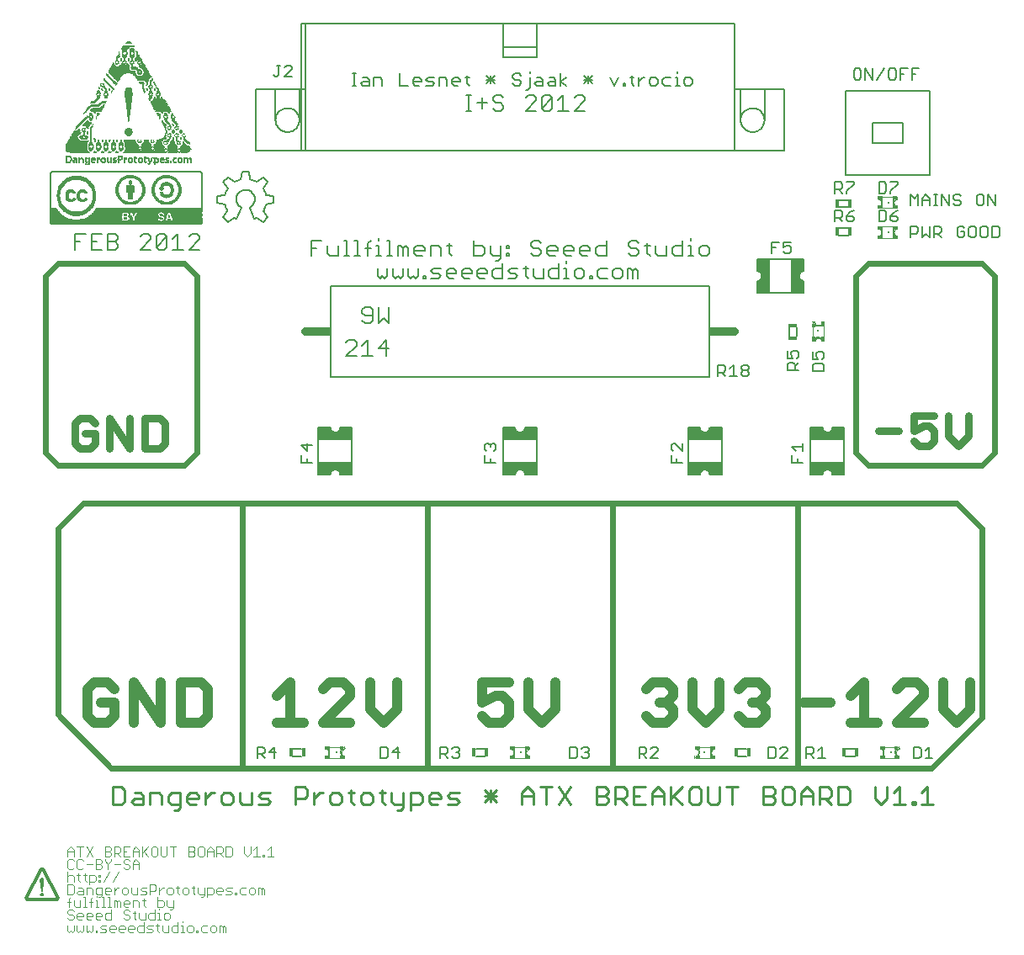
<source format=gto>
G75*
G70*
%OFA0B0*%
%FSLAX24Y24*%
%IPPOS*%
%LPD*%
%AMOC8*
5,1,8,0,0,1.08239X$1,22.5*
%
%ADD10C,0.0400*%
%ADD11C,0.0300*%
%ADD12C,0.0060*%
%ADD13C,0.0100*%
%ADD14C,0.0080*%
%ADD15C,0.0070*%
%ADD16C,0.0240*%
%ADD17C,0.0050*%
%ADD18C,0.0120*%
%ADD19C,0.0030*%
%ADD20C,0.0320*%
%ADD21R,0.0450X0.0320*%
%ADD22C,0.0040*%
%ADD23R,0.0197X0.0128*%
%ADD24R,0.0098X0.0059*%
%ADD25R,0.0069X0.0157*%
%ADD26R,0.0079X0.0079*%
%ADD27R,0.0118X0.0118*%
%ADD28R,0.0030X0.0128*%
%ADD29R,0.0128X0.0197*%
%ADD30R,0.0059X0.0098*%
%ADD31R,0.0157X0.0069*%
%ADD32R,0.0128X0.0030*%
%ADD33R,0.0160X0.0340*%
%ADD34R,0.0340X0.0160*%
%ADD35R,0.0150X0.0010*%
%ADD36R,0.0070X0.0010*%
%ADD37R,0.0160X0.0010*%
%ADD38R,0.0080X0.0010*%
%ADD39R,0.0170X0.0010*%
%ADD40R,0.0090X0.0010*%
%ADD41R,0.0040X0.0010*%
%ADD42R,0.0100X0.0010*%
%ADD43R,0.0010X0.0010*%
%ADD44R,0.0060X0.0010*%
%ADD45R,0.0130X0.0010*%
%ADD46R,0.0050X0.0010*%
%ADD47R,0.0110X0.0010*%
%ADD48R,0.0140X0.0010*%
%ADD49R,0.0120X0.0010*%
%ADD50R,0.0190X0.0010*%
%ADD51R,0.0180X0.0010*%
%ADD52R,0.0210X0.0010*%
%ADD53R,0.0220X0.0010*%
%ADD54R,0.0200X0.0010*%
%ADD55R,0.0030X0.0010*%
%ADD56R,0.0020X0.0010*%
%ADD57R,0.0310X0.0010*%
%ADD58R,0.0780X0.0010*%
%ADD59R,0.1640X0.0010*%
%ADD60R,0.0380X0.0010*%
%ADD61R,0.0260X0.0010*%
%ADD62R,0.0800X0.0010*%
%ADD63R,0.1610X0.0010*%
%ADD64R,0.0360X0.0010*%
%ADD65R,0.0290X0.0010*%
%ADD66R,0.0820X0.0010*%
%ADD67R,0.1590X0.0010*%
%ADD68R,0.0340X0.0010*%
%ADD69R,0.0840X0.0010*%
%ADD70R,0.1570X0.0010*%
%ADD71R,0.0330X0.0010*%
%ADD72R,0.0320X0.0010*%
%ADD73R,0.1550X0.0010*%
%ADD74R,0.0300X0.0010*%
%ADD75R,0.0850X0.0010*%
%ADD76R,0.1080X0.0010*%
%ADD77R,0.0520X0.0010*%
%ADD78R,0.0450X0.0010*%
%ADD79R,0.0420X0.0010*%
%ADD80R,0.0540X0.0010*%
%ADD81R,0.0410X0.0010*%
%ADD82R,0.0430X0.0010*%
%ADD83R,0.0860X0.0010*%
%ADD84R,0.0530X0.0010*%
%ADD85R,0.0390X0.0010*%
%ADD86R,0.0510X0.0010*%
%ADD87R,0.0400X0.0010*%
%ADD88R,0.0500X0.0010*%
%ADD89R,0.0480X0.0010*%
%ADD90R,0.0370X0.0010*%
%ADD91R,0.0440X0.0010*%
%ADD92R,0.0870X0.0010*%
%ADD93R,0.0350X0.0010*%
%ADD94R,0.0490X0.0010*%
%ADD95R,0.0230X0.0010*%
%ADD96R,0.0270X0.0010*%
%ADD97R,0.0240X0.0010*%
%ADD98R,0.0830X0.0010*%
%ADD99R,0.0280X0.0010*%
%ADD100R,0.0810X0.0010*%
%ADD101R,0.0470X0.0010*%
%ADD102R,0.0250X0.0010*%
%ADD103R,0.0460X0.0010*%
%ADD104R,0.0640X0.0010*%
%ADD105R,0.0630X0.0010*%
%ADD106R,0.0620X0.0010*%
%ADD107R,0.0610X0.0010*%
%ADD108R,0.0590X0.0010*%
%ADD109R,0.0580X0.0010*%
%ADD110R,0.0560X0.0010*%
%ADD111R,0.0550X0.0010*%
%ADD112R,0.0570X0.0010*%
%ADD113R,0.0650X0.0010*%
%ADD114R,0.0680X0.0010*%
%ADD115R,0.0720X0.0010*%
%ADD116R,0.1060X0.0010*%
%ADD117R,0.1070X0.0010*%
%ADD118R,0.1050X0.0010*%
%ADD119R,0.0920X0.0010*%
%ADD120R,0.0890X0.0010*%
%ADD121R,0.0770X0.0010*%
%ADD122R,0.0760X0.0010*%
%ADD123R,0.0750X0.0010*%
%ADD124R,0.0740X0.0010*%
%ADD125R,0.0730X0.0010*%
%ADD126R,0.6015X0.0015*%
%ADD127R,0.6045X0.0015*%
%ADD128R,0.4395X0.0015*%
%ADD129R,0.1620X0.0015*%
%ADD130R,0.2865X0.0015*%
%ADD131R,0.0210X0.0015*%
%ADD132R,0.0975X0.0015*%
%ADD133R,0.0075X0.0015*%
%ADD134R,0.0165X0.0015*%
%ADD135R,0.1170X0.0015*%
%ADD136R,0.0180X0.0015*%
%ADD137R,0.0945X0.0015*%
%ADD138R,0.0045X0.0015*%
%ADD139R,0.1035X0.0015*%
%ADD140R,0.1785X0.0015*%
%ADD141R,0.0930X0.0015*%
%ADD142R,0.0150X0.0015*%
%ADD143R,0.0885X0.0015*%
%ADD144R,0.1650X0.0015*%
%ADD145R,0.0060X0.0015*%
%ADD146R,0.0030X0.0015*%
%ADD147R,0.0135X0.0015*%
%ADD148R,0.1185X0.0015*%
%ADD149R,0.0810X0.0015*%
%ADD150R,0.1575X0.0015*%
%ADD151R,0.0120X0.0015*%
%ADD152R,0.0915X0.0015*%
%ADD153R,0.0765X0.0015*%
%ADD154R,0.1530X0.0015*%
%ADD155R,0.1200X0.0015*%
%ADD156R,0.0735X0.0015*%
%ADD157R,0.1485X0.0015*%
%ADD158R,0.0690X0.0015*%
%ADD159R,0.1455X0.0015*%
%ADD160R,0.1110X0.0015*%
%ADD161R,0.0660X0.0015*%
%ADD162R,0.1425X0.0015*%
%ADD163R,0.1080X0.0015*%
%ADD164R,0.1215X0.0015*%
%ADD165R,0.0630X0.0015*%
%ADD166R,0.1395X0.0015*%
%ADD167R,0.0090X0.0015*%
%ADD168R,0.1020X0.0015*%
%ADD169R,0.0600X0.0015*%
%ADD170R,0.1365X0.0015*%
%ADD171R,0.0960X0.0015*%
%ADD172R,0.0585X0.0015*%
%ADD173R,0.1335X0.0015*%
%ADD174R,0.1230X0.0015*%
%ADD175R,0.0555X0.0015*%
%ADD176R,0.1320X0.0015*%
%ADD177R,0.0540X0.0015*%
%ADD178R,0.1290X0.0015*%
%ADD179R,0.0885X0.0015*%
%ADD180R,0.0225X0.0015*%
%ADD181R,0.1245X0.0015*%
%ADD182R,0.0510X0.0015*%
%ADD183R,0.0300X0.0015*%
%ADD184R,0.1275X0.0015*%
%ADD185R,0.0105X0.0015*%
%ADD186R,0.0270X0.0015*%
%ADD187R,0.0015X0.0015*%
%ADD188R,0.0495X0.0015*%
%ADD189R,0.0435X0.0015*%
%ADD190R,0.1260X0.0015*%
%ADD191R,0.0855X0.0015*%
%ADD192R,0.0480X0.0015*%
%ADD193R,0.0525X0.0015*%
%ADD194R,0.0465X0.0015*%
%ADD195R,0.0600X0.0015*%
%ADD196R,0.0450X0.0015*%
%ADD197R,0.0675X0.0015*%
%ADD198R,0.0840X0.0015*%
%ADD199R,0.0420X0.0015*%
%ADD200R,0.0735X0.0015*%
%ADD201R,0.0405X0.0015*%
%ADD202R,0.0780X0.0015*%
%ADD203R,0.0825X0.0015*%
%ADD204R,0.1155X0.0015*%
%ADD205R,0.0195X0.0015*%
%ADD206R,0.0390X0.0015*%
%ADD207R,0.2670X0.0015*%
%ADD208R,0.0375X0.0015*%
%ADD209R,0.4320X0.0015*%
%ADD210R,0.0360X0.0015*%
%ADD211R,0.0330X0.0015*%
%ADD212R,0.4305X0.0015*%
%ADD213R,0.0345X0.0015*%
%ADD214R,0.4290X0.0015*%
%ADD215R,0.0330X0.0015*%
%ADD216R,0.4275X0.0015*%
%ADD217R,0.0255X0.0015*%
%ADD218R,0.4260X0.0015*%
%ADD219R,0.0315X0.0015*%
%ADD220R,0.0240X0.0015*%
%ADD221R,0.0300X0.0015*%
%ADD222R,0.4245X0.0015*%
%ADD223R,0.0285X0.0015*%
%ADD224R,0.4230X0.0015*%
%ADD225R,0.0270X0.0015*%
%ADD226R,0.4215X0.0015*%
%ADD227R,0.0060X0.0015*%
%ADD228R,0.0360X0.0015*%
%ADD229R,0.0450X0.0015*%
%ADD230R,0.0510X0.0015*%
%ADD231R,0.0570X0.0015*%
%ADD232R,0.0555X0.0015*%
%ADD233R,0.0615X0.0015*%
%ADD234R,0.0660X0.0015*%
%ADD235R,0.0345X0.0015*%
%ADD236R,0.0390X0.0015*%
%ADD237R,0.0315X0.0015*%
%ADD238R,0.0420X0.0015*%
%ADD239R,0.0465X0.0015*%
%ADD240R,0.0375X0.0015*%
%ADD241R,0.0285X0.0015*%
%ADD242R,0.0405X0.0015*%
%ADD243R,0.0870X0.0015*%
%ADD244R,0.0720X0.0015*%
%ADD245R,0.0645X0.0015*%
%ADD246R,0.0585X0.0015*%
%ADD247R,0.0495X0.0015*%
%ADD248R,0.0540X0.0015*%
%ADD249R,0.0480X0.0015*%
%ADD250R,0.6015X0.0015*%
%ADD251R,0.5985X0.0015*%
%ADD252R,0.5955X0.0015*%
%ADD253R,0.5895X0.0015*%
%ADD254C,0.0025*%
D10*
X007218Y008614D02*
X006951Y008881D01*
X006951Y009948D01*
X007218Y010215D01*
X007751Y010215D01*
X008018Y009948D01*
X008018Y009415D02*
X007484Y009415D01*
X008018Y009415D02*
X008018Y008881D01*
X007751Y008614D01*
X007218Y008614D01*
X008792Y008614D02*
X008792Y010215D01*
X009860Y008614D01*
X009860Y010215D01*
X010634Y010215D02*
X011434Y010215D01*
X011701Y009948D01*
X011701Y008881D01*
X011434Y008614D01*
X010634Y008614D01*
X010634Y010215D01*
X014451Y009681D02*
X014984Y010215D01*
X014984Y008614D01*
X014451Y008614D02*
X015518Y008614D01*
X016292Y008614D02*
X017360Y009681D01*
X017360Y009948D01*
X017093Y010215D01*
X016559Y010215D01*
X016292Y009948D01*
X016292Y008614D02*
X017360Y008614D01*
X018134Y009148D02*
X018667Y008614D01*
X019201Y009148D01*
X019201Y010215D01*
X018134Y010215D02*
X018134Y009148D01*
X022576Y009415D02*
X023109Y009681D01*
X023376Y009681D01*
X023643Y009415D01*
X023643Y008881D01*
X023376Y008614D01*
X022843Y008614D01*
X022576Y008881D01*
X022576Y009415D02*
X022576Y010215D01*
X023643Y010215D01*
X024417Y010215D02*
X024417Y009148D01*
X024951Y008614D01*
X025485Y009148D01*
X025485Y010215D01*
X029076Y009948D02*
X029343Y010215D01*
X029876Y010215D01*
X030143Y009948D01*
X030143Y009681D01*
X029876Y009415D01*
X030143Y009148D01*
X030143Y008881D01*
X029876Y008614D01*
X029343Y008614D01*
X029076Y008881D01*
X029609Y009415D02*
X029876Y009415D01*
X030917Y009148D02*
X030917Y010215D01*
X031985Y010215D02*
X031985Y009148D01*
X031451Y008614D01*
X030917Y009148D01*
X032759Y008881D02*
X033026Y008614D01*
X033559Y008614D01*
X033826Y008881D01*
X033826Y009148D01*
X033559Y009415D01*
X033292Y009415D01*
X033559Y009415D02*
X033826Y009681D01*
X033826Y009948D01*
X033559Y010215D01*
X033026Y010215D01*
X032759Y009948D01*
X035326Y009415D02*
X036393Y009415D01*
X037167Y009681D02*
X037701Y010215D01*
X037701Y008614D01*
X037167Y008614D02*
X038235Y008614D01*
X039009Y008614D02*
X040076Y009681D01*
X040076Y009948D01*
X039809Y010215D01*
X039276Y010215D01*
X039009Y009948D01*
X039009Y008614D02*
X040076Y008614D01*
X040850Y009148D02*
X041384Y008614D01*
X041918Y009148D01*
X041918Y010215D01*
X040850Y010215D02*
X040850Y009148D01*
D11*
X040276Y019583D02*
X039876Y019583D01*
X039675Y019783D01*
X039675Y020183D02*
X040076Y020383D01*
X040276Y020383D01*
X040476Y020183D01*
X040476Y019783D01*
X040276Y019583D01*
X039675Y020183D02*
X039675Y020784D01*
X040476Y020784D01*
X041057Y020784D02*
X041057Y019983D01*
X041457Y019583D01*
X041857Y019983D01*
X041857Y020784D01*
X039095Y020183D02*
X038294Y020183D01*
X010001Y020458D02*
X010001Y019658D01*
X009801Y019458D01*
X009200Y019458D01*
X009200Y020659D01*
X009801Y020659D01*
X010001Y020458D01*
X008620Y020659D02*
X008620Y019458D01*
X007819Y020659D01*
X007819Y019458D01*
X007239Y019658D02*
X007239Y020058D01*
X006838Y020058D01*
X006438Y019658D02*
X006638Y019458D01*
X007039Y019458D01*
X007239Y019658D01*
X007239Y020458D02*
X007039Y020659D01*
X006638Y020659D01*
X006438Y020458D01*
X006438Y019658D01*
D12*
X015418Y019597D02*
X015638Y019377D01*
X015638Y019671D01*
X015858Y019597D02*
X015418Y019597D01*
X015418Y019210D02*
X015418Y018917D01*
X015858Y018917D01*
X015638Y018917D02*
X015638Y019064D01*
X016085Y018916D02*
X017428Y018916D01*
X017428Y018443D01*
X016953Y018443D01*
X016949Y018487D01*
X016934Y018528D01*
X016911Y018565D01*
X016880Y018596D01*
X016843Y018619D01*
X016802Y018633D01*
X016759Y018638D01*
X016757Y018638D01*
X016755Y018638D01*
X016711Y018633D01*
X016670Y018619D01*
X016633Y018596D01*
X016602Y018565D01*
X016579Y018528D01*
X016565Y018487D01*
X016560Y018443D01*
X016085Y018443D01*
X016085Y018916D01*
X017428Y018916D01*
X017428Y019833D01*
X016085Y019833D01*
X016085Y020306D01*
X016560Y020306D01*
X016565Y020262D01*
X016579Y020221D01*
X016602Y020184D01*
X016633Y020153D01*
X016670Y020130D01*
X016711Y020116D01*
X016755Y020111D01*
X016757Y020111D01*
X016759Y020111D01*
X016802Y020116D01*
X016843Y020130D01*
X016880Y020153D01*
X016911Y020184D01*
X016934Y020221D01*
X016949Y020262D01*
X016953Y020306D01*
X017428Y020306D01*
X017428Y019833D01*
X016085Y019833D01*
X016085Y018916D01*
X016085Y018858D02*
X017428Y018858D01*
X017428Y018799D02*
X016085Y018799D01*
X016085Y018741D02*
X017428Y018741D01*
X017428Y018682D02*
X016085Y018682D01*
X016085Y018624D02*
X016684Y018624D01*
X016603Y018565D02*
X016085Y018565D01*
X016085Y018507D02*
X016572Y018507D01*
X016560Y018448D02*
X016085Y018448D01*
X016829Y018624D02*
X017428Y018624D01*
X017428Y018565D02*
X016911Y018565D01*
X016942Y018507D02*
X017428Y018507D01*
X017428Y018448D02*
X016953Y018448D01*
X017428Y019853D02*
X016085Y019853D01*
X016085Y019912D02*
X017428Y019912D01*
X017428Y019970D02*
X016085Y019970D01*
X016085Y020029D02*
X017428Y020029D01*
X017428Y020087D02*
X016085Y020087D01*
X016085Y020146D02*
X016645Y020146D01*
X016589Y020204D02*
X016085Y020204D01*
X016085Y020263D02*
X016564Y020263D01*
X016868Y020146D02*
X017428Y020146D01*
X017428Y020204D02*
X016924Y020204D01*
X016949Y020263D02*
X017428Y020263D01*
X016579Y022299D02*
X016579Y025899D01*
X031579Y025899D01*
X031579Y022299D01*
X016579Y022299D01*
X022678Y019597D02*
X022678Y019451D01*
X022751Y019377D01*
X022678Y019210D02*
X022678Y018917D01*
X023118Y018917D01*
X022898Y018917D02*
X022898Y019064D01*
X023045Y019377D02*
X023118Y019451D01*
X023118Y019597D01*
X023045Y019671D01*
X022971Y019671D01*
X022898Y019597D01*
X022898Y019524D01*
X022898Y019597D02*
X022825Y019671D01*
X022751Y019671D01*
X022678Y019597D01*
X023408Y019833D02*
X023408Y018916D01*
X024751Y018916D01*
X024751Y018443D01*
X024276Y018443D01*
X024271Y018487D01*
X024257Y018528D01*
X024234Y018565D01*
X024203Y018596D01*
X024166Y018619D01*
X024125Y018633D01*
X024081Y018638D01*
X024079Y018638D01*
X024077Y018638D01*
X024034Y018633D01*
X023993Y018619D01*
X023956Y018596D01*
X023925Y018565D01*
X023902Y018528D01*
X023887Y018487D01*
X023883Y018443D01*
X023408Y018443D01*
X023408Y018916D01*
X024751Y018916D01*
X024751Y019833D01*
X023408Y019833D01*
X023408Y020306D01*
X023883Y020306D01*
X023887Y020262D01*
X023902Y020221D01*
X023925Y020184D01*
X023956Y020153D01*
X023993Y020130D01*
X024034Y020116D01*
X024077Y020111D01*
X024079Y020111D01*
X024081Y020111D01*
X024125Y020116D01*
X024166Y020130D01*
X024203Y020153D01*
X024234Y020184D01*
X024257Y020221D01*
X024271Y020262D01*
X024276Y020306D01*
X024751Y020306D01*
X024751Y019833D01*
X023408Y019833D01*
X023408Y019853D02*
X024751Y019853D01*
X024751Y019912D02*
X023408Y019912D01*
X023408Y019970D02*
X024751Y019970D01*
X024751Y020029D02*
X023408Y020029D01*
X023408Y020087D02*
X024751Y020087D01*
X024751Y020146D02*
X024191Y020146D01*
X024246Y020204D02*
X024751Y020204D01*
X024751Y020263D02*
X024271Y020263D01*
X023968Y020146D02*
X023408Y020146D01*
X023408Y020204D02*
X023912Y020204D01*
X023887Y020263D02*
X023408Y020263D01*
X023408Y018858D02*
X024751Y018858D01*
X024751Y018799D02*
X023408Y018799D01*
X023408Y018741D02*
X024751Y018741D01*
X024751Y018682D02*
X023408Y018682D01*
X023408Y018624D02*
X024007Y018624D01*
X023925Y018565D02*
X023408Y018565D01*
X023408Y018507D02*
X023894Y018507D01*
X023883Y018448D02*
X023408Y018448D01*
X024152Y018624D02*
X024751Y018624D01*
X024751Y018565D02*
X024233Y018565D01*
X024264Y018507D02*
X024751Y018507D01*
X024751Y018448D02*
X024276Y018448D01*
X030063Y018917D02*
X030063Y019210D01*
X030136Y019377D02*
X030063Y019451D01*
X030063Y019597D01*
X030136Y019671D01*
X030210Y019671D01*
X030503Y019377D01*
X030503Y019671D01*
X030731Y019833D02*
X030731Y020306D01*
X031205Y020306D01*
X031210Y020262D01*
X031225Y020221D01*
X031248Y020184D01*
X031279Y020153D01*
X031316Y020130D01*
X031357Y020116D01*
X031400Y020111D01*
X031402Y020111D01*
X031404Y020111D01*
X031448Y020116D01*
X031489Y020130D01*
X031526Y020153D01*
X031557Y020184D01*
X031580Y020221D01*
X031594Y020262D01*
X031599Y020306D01*
X032073Y020306D01*
X032073Y019833D01*
X030731Y019833D01*
X032073Y019833D01*
X032073Y018916D01*
X032073Y018443D01*
X031599Y018443D01*
X031594Y018487D01*
X031580Y018528D01*
X031557Y018565D01*
X031526Y018596D01*
X031489Y018619D01*
X031448Y018633D01*
X031404Y018638D01*
X031402Y018638D01*
X031400Y018638D01*
X031357Y018633D01*
X031316Y018619D01*
X031279Y018596D01*
X031248Y018565D01*
X031225Y018528D01*
X031210Y018487D01*
X031205Y018443D01*
X030731Y018443D01*
X030731Y018916D01*
X032073Y018916D01*
X030731Y018916D01*
X030731Y019833D01*
X030731Y019853D02*
X032073Y019853D01*
X032073Y019912D02*
X030731Y019912D01*
X030731Y019970D02*
X032073Y019970D01*
X032073Y020029D02*
X030731Y020029D01*
X030731Y020087D02*
X032073Y020087D01*
X032073Y020146D02*
X031514Y020146D01*
X031569Y020204D02*
X032073Y020204D01*
X032073Y020263D02*
X031594Y020263D01*
X031290Y020146D02*
X030731Y020146D01*
X030731Y020204D02*
X031235Y020204D01*
X031210Y020263D02*
X030731Y020263D01*
X030283Y019064D02*
X030283Y018917D01*
X030503Y018917D02*
X030063Y018917D01*
X030731Y018858D02*
X032073Y018858D01*
X032073Y018799D02*
X030731Y018799D01*
X030731Y018741D02*
X032073Y018741D01*
X032073Y018682D02*
X030731Y018682D01*
X030731Y018624D02*
X031329Y018624D01*
X031248Y018565D02*
X030731Y018565D01*
X030731Y018507D02*
X031217Y018507D01*
X031206Y018448D02*
X030731Y018448D01*
X031475Y018624D02*
X032073Y018624D01*
X032073Y018565D02*
X031556Y018565D01*
X031587Y018507D02*
X032073Y018507D01*
X032073Y018448D02*
X031599Y018448D01*
X034854Y018917D02*
X034854Y019210D01*
X035001Y019377D02*
X034854Y019524D01*
X035294Y019524D01*
X035294Y019377D02*
X035294Y019671D01*
X035585Y019833D02*
X035585Y020306D01*
X036060Y020306D01*
X036065Y020262D01*
X036079Y020221D01*
X036102Y020184D01*
X036133Y020153D01*
X036170Y020130D01*
X036211Y020116D01*
X036255Y020111D01*
X036257Y020111D01*
X036259Y020111D01*
X036302Y020116D01*
X036343Y020130D01*
X036380Y020153D01*
X036411Y020184D01*
X036434Y020221D01*
X036449Y020262D01*
X036453Y020306D01*
X036928Y020306D01*
X036928Y019833D01*
X035585Y019833D01*
X036928Y019833D01*
X036928Y018916D01*
X036928Y018443D01*
X036453Y018443D01*
X036449Y018487D01*
X036434Y018528D01*
X036411Y018565D01*
X036380Y018596D01*
X036343Y018619D01*
X036302Y018633D01*
X036259Y018638D01*
X036257Y018638D01*
X036255Y018638D01*
X036211Y018633D01*
X036170Y018619D01*
X036133Y018596D01*
X036102Y018565D01*
X036079Y018528D01*
X036065Y018487D01*
X036060Y018443D01*
X035585Y018443D01*
X035585Y018916D01*
X036928Y018916D01*
X035585Y018916D01*
X035585Y019833D01*
X035585Y019853D02*
X036928Y019853D01*
X036928Y019912D02*
X035585Y019912D01*
X035585Y019970D02*
X036928Y019970D01*
X036928Y020029D02*
X035585Y020029D01*
X035585Y020087D02*
X036928Y020087D01*
X036928Y020146D02*
X036368Y020146D01*
X036424Y020204D02*
X036928Y020204D01*
X036928Y020263D02*
X036449Y020263D01*
X036145Y020146D02*
X035585Y020146D01*
X035585Y020204D02*
X036089Y020204D01*
X036064Y020263D02*
X035585Y020263D01*
X035074Y019064D02*
X035074Y018917D01*
X035294Y018917D02*
X034854Y018917D01*
X035585Y018858D02*
X036928Y018858D01*
X036928Y018799D02*
X035585Y018799D01*
X035585Y018741D02*
X036928Y018741D01*
X036928Y018682D02*
X035585Y018682D01*
X035585Y018624D02*
X036184Y018624D01*
X036103Y018565D02*
X035585Y018565D01*
X035585Y018507D02*
X036072Y018507D01*
X036060Y018448D02*
X035585Y018448D01*
X036329Y018624D02*
X036928Y018624D01*
X036928Y018565D02*
X036411Y018565D01*
X036442Y018507D02*
X036928Y018507D01*
X036928Y018448D02*
X036453Y018448D01*
X036114Y022546D02*
X035674Y022546D01*
X035674Y022766D01*
X035747Y022840D01*
X036041Y022840D01*
X036114Y022766D01*
X036114Y022546D01*
X036041Y023007D02*
X036114Y023080D01*
X036114Y023227D01*
X036041Y023300D01*
X035894Y023300D01*
X035821Y023227D01*
X035821Y023153D01*
X035894Y023007D01*
X035674Y023007D01*
X035674Y023300D01*
X035114Y023268D02*
X035114Y023121D01*
X035041Y023048D01*
X034894Y023048D02*
X034821Y023195D01*
X034821Y023268D01*
X034894Y023341D01*
X035041Y023341D01*
X035114Y023268D01*
X034894Y023048D02*
X034674Y023048D01*
X034674Y023341D01*
X034754Y023929D02*
X034754Y024269D01*
X035034Y024269D02*
X035034Y023929D01*
X035114Y022881D02*
X034968Y022734D01*
X034968Y022808D02*
X034968Y022588D01*
X035114Y022588D02*
X034674Y022588D01*
X034674Y022808D01*
X034747Y022881D01*
X034894Y022881D01*
X034968Y022808D01*
X033139Y022705D02*
X033139Y022631D01*
X033065Y022558D01*
X032918Y022558D01*
X032845Y022631D01*
X032845Y022705D01*
X032918Y022778D01*
X033065Y022778D01*
X033139Y022705D01*
X033065Y022558D02*
X033139Y022484D01*
X033139Y022411D01*
X033065Y022338D01*
X032918Y022338D01*
X032845Y022411D01*
X032845Y022484D01*
X032918Y022558D01*
X032678Y022338D02*
X032385Y022338D01*
X032531Y022338D02*
X032531Y022778D01*
X032385Y022631D01*
X032218Y022558D02*
X032144Y022484D01*
X031924Y022484D01*
X031924Y022338D02*
X031924Y022778D01*
X032144Y022778D01*
X032218Y022705D01*
X032218Y022558D01*
X032071Y022484D02*
X032218Y022338D01*
X033463Y025636D02*
X033463Y026111D01*
X033507Y026116D01*
X033548Y026130D01*
X033585Y026153D01*
X033616Y026184D01*
X033639Y026221D01*
X033653Y026262D01*
X033658Y026306D01*
X033658Y026308D01*
X033658Y026310D01*
X033653Y026353D01*
X033639Y026394D01*
X033616Y026431D01*
X033585Y026462D01*
X033548Y026485D01*
X033507Y026500D01*
X033463Y026504D01*
X033463Y026979D01*
X033936Y026979D01*
X033936Y025636D01*
X033463Y025636D01*
X033463Y025649D02*
X033936Y025649D01*
X033936Y025636D02*
X033936Y026979D01*
X034853Y026979D01*
X035325Y026979D01*
X035325Y026504D01*
X035282Y026500D01*
X035241Y026485D01*
X035204Y026462D01*
X035173Y026431D01*
X035150Y026394D01*
X035135Y026353D01*
X035131Y026310D01*
X035131Y026308D01*
X035131Y026306D01*
X035135Y026262D01*
X035150Y026221D01*
X035173Y026184D01*
X035204Y026153D01*
X035241Y026130D01*
X035282Y026116D01*
X035325Y026111D01*
X035325Y025636D01*
X034853Y025636D01*
X034853Y026979D01*
X034853Y025636D01*
X033936Y025636D01*
X033936Y025708D02*
X033463Y025708D01*
X033463Y025766D02*
X033936Y025766D01*
X033936Y025825D02*
X033463Y025825D01*
X033463Y025883D02*
X033936Y025883D01*
X033936Y025942D02*
X033463Y025942D01*
X033463Y026000D02*
X033936Y026000D01*
X033936Y026059D02*
X033463Y026059D01*
X033511Y026117D02*
X033936Y026117D01*
X033936Y026176D02*
X033607Y026176D01*
X033643Y026234D02*
X033936Y026234D01*
X033936Y026293D02*
X033657Y026293D01*
X033653Y026351D02*
X033936Y026351D01*
X033936Y026410D02*
X033629Y026410D01*
X033574Y026469D02*
X033936Y026469D01*
X033936Y026527D02*
X033463Y026527D01*
X033463Y026586D02*
X033936Y026586D01*
X033936Y026644D02*
X033463Y026644D01*
X033463Y026703D02*
X033936Y026703D01*
X033936Y026761D02*
X033463Y026761D01*
X033463Y026820D02*
X033936Y026820D01*
X033936Y026878D02*
X033463Y026878D01*
X033463Y026937D02*
X033936Y026937D01*
X034049Y027213D02*
X034049Y027653D01*
X034343Y027653D01*
X034510Y027653D02*
X034510Y027433D01*
X034656Y027506D01*
X034730Y027506D01*
X034803Y027433D01*
X034803Y027286D01*
X034730Y027213D01*
X034583Y027213D01*
X034510Y027286D01*
X034196Y027433D02*
X034049Y027433D01*
X034510Y027653D02*
X034803Y027653D01*
X034853Y026937D02*
X035325Y026937D01*
X035325Y026878D02*
X034853Y026878D01*
X034853Y026820D02*
X035325Y026820D01*
X035325Y026761D02*
X034853Y026761D01*
X034853Y026703D02*
X035325Y026703D01*
X035325Y026644D02*
X034853Y026644D01*
X034853Y026586D02*
X035325Y026586D01*
X035325Y026527D02*
X034853Y026527D01*
X034853Y026469D02*
X035215Y026469D01*
X035160Y026410D02*
X034853Y026410D01*
X034853Y026351D02*
X035135Y026351D01*
X035132Y026293D02*
X034853Y026293D01*
X034853Y026234D02*
X035145Y026234D01*
X035181Y026176D02*
X034853Y026176D01*
X034853Y026117D02*
X035277Y026117D01*
X035325Y026059D02*
X034853Y026059D01*
X034853Y026000D02*
X035325Y026000D01*
X035325Y025942D02*
X034853Y025942D01*
X034853Y025883D02*
X035325Y025883D01*
X035325Y025825D02*
X034853Y025825D01*
X034853Y025766D02*
X035325Y025766D01*
X035325Y025708D02*
X034853Y025708D01*
X034853Y025649D02*
X035325Y025649D01*
X036724Y027917D02*
X037064Y027917D01*
X037064Y028198D02*
X036724Y028198D01*
X036843Y028463D02*
X036696Y028609D01*
X036769Y028609D02*
X036549Y028609D01*
X036549Y028463D02*
X036549Y028903D01*
X036769Y028903D01*
X036843Y028830D01*
X036843Y028683D01*
X036769Y028609D01*
X037010Y028536D02*
X037083Y028463D01*
X037230Y028463D01*
X037303Y028536D01*
X037303Y028609D01*
X037230Y028683D01*
X037010Y028683D01*
X037010Y028536D01*
X037010Y028683D02*
X037156Y028830D01*
X037303Y028903D01*
X037064Y029042D02*
X036724Y029042D01*
X036724Y029323D02*
X037064Y029323D01*
X037010Y029588D02*
X037010Y029661D01*
X037303Y029955D01*
X037303Y030028D01*
X037010Y030028D01*
X036843Y029955D02*
X036843Y029808D01*
X036769Y029734D01*
X036549Y029734D01*
X036549Y029588D02*
X036549Y030028D01*
X036769Y030028D01*
X036843Y029955D01*
X036696Y029734D02*
X036843Y029588D01*
X036973Y030300D02*
X040320Y030300D01*
X040320Y033646D01*
X036973Y033646D01*
X036973Y030300D01*
X038299Y030028D02*
X038299Y029588D01*
X038519Y029588D01*
X038593Y029661D01*
X038593Y029955D01*
X038519Y030028D01*
X038299Y030028D01*
X038760Y030028D02*
X039053Y030028D01*
X039053Y029955D01*
X038760Y029661D01*
X038760Y029588D01*
X038519Y028903D02*
X038299Y028903D01*
X038299Y028463D01*
X038519Y028463D01*
X038593Y028536D01*
X038593Y028830D01*
X038519Y028903D01*
X038760Y028683D02*
X038980Y028683D01*
X039053Y028609D01*
X039053Y028536D01*
X038980Y028463D01*
X038833Y028463D01*
X038760Y028536D01*
X038760Y028683D01*
X038906Y028830D01*
X039053Y028903D01*
X039554Y029091D02*
X039554Y029532D01*
X039701Y029385D01*
X039848Y029532D01*
X039848Y029091D01*
X040015Y029091D02*
X040015Y029385D01*
X040161Y029532D01*
X040308Y029385D01*
X040308Y029091D01*
X040475Y029091D02*
X040622Y029091D01*
X040548Y029091D02*
X040548Y029532D01*
X040475Y029532D02*
X040622Y029532D01*
X040782Y029532D02*
X041075Y029091D01*
X041075Y029532D01*
X041242Y029458D02*
X041242Y029385D01*
X041316Y029312D01*
X041462Y029312D01*
X041536Y029238D01*
X041536Y029165D01*
X041462Y029091D01*
X041316Y029091D01*
X041242Y029165D01*
X041242Y029458D02*
X041316Y029532D01*
X041462Y029532D01*
X041536Y029458D01*
X042163Y029458D02*
X042163Y029165D01*
X042236Y029091D01*
X042383Y029091D01*
X042456Y029165D01*
X042456Y029458D01*
X042383Y029532D01*
X042236Y029532D01*
X042163Y029458D01*
X042623Y029532D02*
X042623Y029091D01*
X042917Y029091D02*
X042623Y029532D01*
X042917Y029532D02*
X042917Y029091D01*
X042997Y028282D02*
X042777Y028282D01*
X042777Y027841D01*
X042997Y027841D01*
X043070Y027915D01*
X043070Y028208D01*
X042997Y028282D01*
X042610Y028208D02*
X042610Y027915D01*
X042537Y027841D01*
X042390Y027841D01*
X042316Y027915D01*
X042316Y028208D01*
X042390Y028282D01*
X042537Y028282D01*
X042610Y028208D01*
X042150Y028208D02*
X042150Y027915D01*
X042076Y027841D01*
X041929Y027841D01*
X041856Y027915D01*
X041856Y028208D01*
X041929Y028282D01*
X042076Y028282D01*
X042150Y028208D01*
X041689Y028208D02*
X041616Y028282D01*
X041469Y028282D01*
X041396Y028208D01*
X041396Y027915D01*
X041469Y027841D01*
X041616Y027841D01*
X041689Y027915D01*
X041689Y028062D01*
X041542Y028062D01*
X040769Y028062D02*
X040695Y027988D01*
X040475Y027988D01*
X040475Y027841D02*
X040475Y028282D01*
X040695Y028282D01*
X040769Y028208D01*
X040769Y028062D01*
X040622Y027988D02*
X040769Y027841D01*
X040308Y027841D02*
X040308Y028282D01*
X040015Y028282D02*
X040015Y027841D01*
X040161Y027988D01*
X040308Y027841D01*
X039848Y028062D02*
X039774Y027988D01*
X039554Y027988D01*
X039554Y027841D02*
X039554Y028282D01*
X039774Y028282D01*
X039848Y028208D01*
X039848Y028062D01*
X040782Y029091D02*
X040782Y029532D01*
X040308Y029312D02*
X040015Y029312D01*
X039237Y031579D02*
X038056Y031579D01*
X038056Y032367D01*
X039237Y032367D01*
X039237Y031579D01*
X039141Y034088D02*
X039141Y034528D01*
X039434Y034528D01*
X039601Y034528D02*
X039895Y034528D01*
X039748Y034308D02*
X039601Y034308D01*
X039601Y034088D02*
X039601Y034528D01*
X039288Y034308D02*
X039141Y034308D01*
X038974Y034455D02*
X038901Y034528D01*
X038754Y034528D01*
X038680Y034455D01*
X038680Y034161D01*
X038754Y034088D01*
X038901Y034088D01*
X038974Y034161D01*
X038974Y034455D01*
X038514Y034528D02*
X038220Y034088D01*
X038053Y034088D02*
X038053Y034528D01*
X037760Y034528D02*
X037760Y034088D01*
X037593Y034161D02*
X037593Y034455D01*
X037519Y034528D01*
X037373Y034528D01*
X037299Y034455D01*
X037299Y034161D01*
X037373Y034088D01*
X037519Y034088D01*
X037593Y034161D01*
X037760Y034528D02*
X038053Y034088D01*
X034552Y033705D02*
X034552Y031264D01*
X032583Y031264D01*
X032583Y036304D01*
X024749Y036304D01*
X024749Y035359D01*
X023410Y035359D01*
X023410Y036304D01*
X024749Y036304D01*
X024749Y035359D02*
X024749Y034965D01*
X023410Y034965D01*
X023410Y035359D01*
X023410Y036304D02*
X015575Y036304D01*
X015418Y036304D01*
X015418Y031264D01*
X013607Y031264D01*
X013607Y033705D01*
X014394Y033705D01*
X014394Y032485D01*
X014395Y032485D02*
X014397Y032528D01*
X014403Y032570D01*
X014413Y032612D01*
X014426Y032653D01*
X014443Y032693D01*
X014464Y032730D01*
X014488Y032766D01*
X014515Y032799D01*
X014545Y032830D01*
X014578Y032858D01*
X014613Y032883D01*
X014650Y032904D01*
X014689Y032922D01*
X014729Y032936D01*
X014771Y032947D01*
X014813Y032954D01*
X014856Y032957D01*
X014899Y032956D01*
X014942Y032951D01*
X014984Y032942D01*
X015025Y032930D01*
X015065Y032914D01*
X015103Y032894D01*
X015139Y032871D01*
X015173Y032844D01*
X015205Y032815D01*
X015233Y032783D01*
X015259Y032748D01*
X015281Y032712D01*
X015300Y032673D01*
X015315Y032633D01*
X015327Y032592D01*
X015335Y032549D01*
X015339Y032506D01*
X015339Y032464D01*
X015335Y032421D01*
X015327Y032378D01*
X015315Y032337D01*
X015300Y032297D01*
X015281Y032258D01*
X015259Y032222D01*
X015233Y032187D01*
X015205Y032155D01*
X015173Y032126D01*
X015139Y032099D01*
X015103Y032076D01*
X015065Y032056D01*
X015025Y032040D01*
X014984Y032028D01*
X014942Y032019D01*
X014899Y032014D01*
X014856Y032013D01*
X014813Y032016D01*
X014771Y032023D01*
X014729Y032034D01*
X014689Y032048D01*
X014650Y032066D01*
X014613Y032087D01*
X014578Y032112D01*
X014545Y032140D01*
X014515Y032171D01*
X014488Y032204D01*
X014464Y032240D01*
X014443Y032277D01*
X014426Y032317D01*
X014413Y032358D01*
X014403Y032400D01*
X014397Y032442D01*
X014395Y032485D01*
X015339Y032485D02*
X015339Y033705D01*
X015575Y033705D01*
X015339Y033705D02*
X014394Y033705D01*
X014373Y034213D02*
X014446Y034213D01*
X014519Y034286D01*
X014519Y034653D01*
X014446Y034653D02*
X014593Y034653D01*
X014760Y034580D02*
X014833Y034653D01*
X014980Y034653D01*
X015053Y034580D01*
X015053Y034506D01*
X014760Y034213D01*
X015053Y034213D01*
X014373Y034213D02*
X014299Y034286D01*
X015575Y036304D02*
X015575Y031264D01*
X015418Y031264D01*
X015575Y031264D02*
X032583Y031264D01*
X032820Y032485D02*
X032820Y033705D01*
X033764Y033705D01*
X033764Y032485D01*
X032820Y032485D02*
X032822Y032528D01*
X032828Y032570D01*
X032838Y032612D01*
X032851Y032653D01*
X032868Y032693D01*
X032889Y032730D01*
X032913Y032766D01*
X032940Y032799D01*
X032970Y032830D01*
X033003Y032858D01*
X033038Y032883D01*
X033075Y032904D01*
X033114Y032922D01*
X033154Y032936D01*
X033196Y032947D01*
X033238Y032954D01*
X033281Y032957D01*
X033324Y032956D01*
X033367Y032951D01*
X033409Y032942D01*
X033450Y032930D01*
X033490Y032914D01*
X033528Y032894D01*
X033564Y032871D01*
X033598Y032844D01*
X033630Y032815D01*
X033658Y032783D01*
X033684Y032748D01*
X033706Y032712D01*
X033725Y032673D01*
X033740Y032633D01*
X033752Y032592D01*
X033760Y032549D01*
X033764Y032506D01*
X033764Y032464D01*
X033760Y032421D01*
X033752Y032378D01*
X033740Y032337D01*
X033725Y032297D01*
X033706Y032258D01*
X033684Y032222D01*
X033658Y032187D01*
X033630Y032155D01*
X033598Y032126D01*
X033564Y032099D01*
X033528Y032076D01*
X033490Y032056D01*
X033450Y032040D01*
X033409Y032028D01*
X033367Y032019D01*
X033324Y032014D01*
X033281Y032013D01*
X033238Y032016D01*
X033196Y032023D01*
X033154Y032034D01*
X033114Y032048D01*
X033075Y032066D01*
X033038Y032087D01*
X033003Y032112D01*
X032970Y032140D01*
X032940Y032171D01*
X032913Y032204D01*
X032889Y032240D01*
X032868Y032277D01*
X032851Y032317D01*
X032838Y032358D01*
X032828Y032400D01*
X032822Y032442D01*
X032820Y032485D01*
X032820Y033705D02*
X032583Y033705D01*
X033764Y033705D02*
X034552Y033705D01*
X034605Y007653D02*
X034458Y007653D01*
X034385Y007580D01*
X034218Y007580D02*
X034144Y007653D01*
X033924Y007653D01*
X033924Y007213D01*
X034144Y007213D01*
X034218Y007286D01*
X034218Y007580D01*
X034605Y007653D02*
X034678Y007580D01*
X034678Y007506D01*
X034385Y007213D01*
X034678Y007213D01*
X035424Y007213D02*
X035424Y007653D01*
X035644Y007653D01*
X035718Y007580D01*
X035718Y007433D01*
X035644Y007359D01*
X035424Y007359D01*
X035571Y007359D02*
X035718Y007213D01*
X035885Y007213D02*
X036178Y007213D01*
X036031Y007213D02*
X036031Y007653D01*
X035885Y007506D01*
X036991Y007566D02*
X037331Y007566D01*
X037331Y007286D02*
X036991Y007286D01*
X039674Y007213D02*
X039894Y007213D01*
X039968Y007286D01*
X039968Y007580D01*
X039894Y007653D01*
X039674Y007653D01*
X039674Y007213D01*
X040135Y007213D02*
X040428Y007213D01*
X040281Y007213D02*
X040281Y007653D01*
X040135Y007506D01*
X033057Y007566D02*
X032716Y007566D01*
X032716Y007286D02*
X033057Y007286D01*
X029553Y007213D02*
X029260Y007213D01*
X029553Y007506D01*
X029553Y007580D01*
X029480Y007653D01*
X029333Y007653D01*
X029260Y007580D01*
X029093Y007580D02*
X029093Y007433D01*
X029019Y007359D01*
X028799Y007359D01*
X028799Y007213D02*
X028799Y007653D01*
X029019Y007653D01*
X029093Y007580D01*
X028946Y007359D02*
X029093Y007213D01*
X026803Y007286D02*
X026730Y007213D01*
X026583Y007213D01*
X026510Y007286D01*
X026343Y007286D02*
X026343Y007580D01*
X026269Y007653D01*
X026049Y007653D01*
X026049Y007213D01*
X026269Y007213D01*
X026343Y007286D01*
X026510Y007580D02*
X026583Y007653D01*
X026730Y007653D01*
X026803Y007580D01*
X026803Y007506D01*
X026730Y007433D01*
X026803Y007359D01*
X026803Y007286D01*
X026730Y007433D02*
X026656Y007433D01*
X022675Y007566D02*
X022334Y007566D01*
X022334Y007286D02*
X022675Y007286D01*
X021678Y007286D02*
X021605Y007213D01*
X021458Y007213D01*
X021385Y007286D01*
X021218Y007213D02*
X021071Y007359D01*
X021144Y007359D02*
X020924Y007359D01*
X020924Y007213D02*
X020924Y007653D01*
X021144Y007653D01*
X021218Y007580D01*
X021218Y007433D01*
X021144Y007359D01*
X021385Y007580D02*
X021458Y007653D01*
X021605Y007653D01*
X021678Y007580D01*
X021678Y007506D01*
X021605Y007433D01*
X021678Y007359D01*
X021678Y007286D01*
X021605Y007433D02*
X021531Y007433D01*
X019303Y007433D02*
X019010Y007433D01*
X019230Y007653D01*
X019230Y007213D01*
X018843Y007286D02*
X018843Y007580D01*
X018769Y007653D01*
X018549Y007653D01*
X018549Y007213D01*
X018769Y007213D01*
X018843Y007286D01*
X015427Y007286D02*
X015086Y007286D01*
X015086Y007566D02*
X015427Y007566D01*
X014428Y007433D02*
X014135Y007433D01*
X014355Y007653D01*
X014355Y007213D01*
X013968Y007213D02*
X013821Y007359D01*
X013894Y007359D02*
X013674Y007359D01*
X013674Y007213D02*
X013674Y007653D01*
X013894Y007653D01*
X013968Y007580D01*
X013968Y007433D01*
X013894Y007359D01*
D13*
X015188Y006058D02*
X015538Y006058D01*
X015655Y005941D01*
X015655Y005708D01*
X015538Y005591D01*
X015188Y005591D01*
X015188Y005358D02*
X015188Y006058D01*
X015924Y005825D02*
X015924Y005358D01*
X015924Y005591D02*
X016158Y005825D01*
X016275Y005825D01*
X016538Y005708D02*
X016538Y005474D01*
X016655Y005358D01*
X016888Y005358D01*
X017005Y005474D01*
X017005Y005708D01*
X016888Y005825D01*
X016655Y005825D01*
X016538Y005708D01*
X017275Y005825D02*
X017508Y005825D01*
X017391Y005941D02*
X017391Y005474D01*
X017508Y005358D01*
X017766Y005474D02*
X017883Y005358D01*
X018116Y005358D01*
X018233Y005474D01*
X018233Y005708D01*
X018116Y005825D01*
X017883Y005825D01*
X017766Y005708D01*
X017766Y005474D01*
X018502Y005825D02*
X018736Y005825D01*
X018619Y005941D02*
X018619Y005474D01*
X018736Y005358D01*
X018993Y005474D02*
X019110Y005358D01*
X019461Y005358D01*
X019461Y005241D02*
X019344Y005124D01*
X019227Y005124D01*
X019461Y005241D02*
X019461Y005825D01*
X019730Y005825D02*
X020080Y005825D01*
X020197Y005708D01*
X020197Y005474D01*
X020080Y005358D01*
X019730Y005358D01*
X019730Y005124D02*
X019730Y005825D01*
X018993Y005825D02*
X018993Y005474D01*
X020467Y005474D02*
X020583Y005358D01*
X020817Y005358D01*
X020934Y005591D02*
X020467Y005591D01*
X020467Y005474D02*
X020467Y005708D01*
X020583Y005825D01*
X020817Y005825D01*
X020934Y005708D01*
X020934Y005591D01*
X021203Y005708D02*
X021320Y005825D01*
X021670Y005825D01*
X021554Y005591D02*
X021320Y005591D01*
X021203Y005708D01*
X021203Y005358D02*
X021554Y005358D01*
X021670Y005474D01*
X021554Y005591D01*
X022677Y005474D02*
X023144Y005941D01*
X023144Y005708D02*
X022677Y005708D01*
X022677Y005941D02*
X023144Y005474D01*
X022910Y005474D02*
X022910Y005941D01*
X024150Y005825D02*
X024150Y005358D01*
X024150Y005708D02*
X024617Y005708D01*
X024617Y005825D02*
X024617Y005358D01*
X024617Y005825D02*
X024383Y006058D01*
X024150Y005825D01*
X024886Y006058D02*
X025353Y006058D01*
X025120Y006058D02*
X025120Y005358D01*
X025623Y005358D02*
X026090Y006058D01*
X025623Y006058D02*
X026090Y005358D01*
X027096Y005358D02*
X027096Y006058D01*
X027446Y006058D01*
X027563Y005941D01*
X027563Y005825D01*
X027446Y005708D01*
X027096Y005708D01*
X027096Y005358D02*
X027446Y005358D01*
X027563Y005474D01*
X027563Y005591D01*
X027446Y005708D01*
X027833Y005591D02*
X028183Y005591D01*
X028300Y005708D01*
X028300Y005941D01*
X028183Y006058D01*
X027833Y006058D01*
X027833Y005358D01*
X028066Y005591D02*
X028300Y005358D01*
X028569Y005358D02*
X029036Y005358D01*
X029306Y005358D02*
X029306Y005825D01*
X029540Y006058D01*
X029773Y005825D01*
X029773Y005358D01*
X030043Y005358D02*
X030043Y006058D01*
X030159Y005708D02*
X030510Y005358D01*
X030779Y005474D02*
X030896Y005358D01*
X031130Y005358D01*
X031246Y005474D01*
X031246Y005941D01*
X031130Y006058D01*
X030896Y006058D01*
X030779Y005941D01*
X030779Y005474D01*
X030510Y006058D02*
X030043Y005591D01*
X029773Y005708D02*
X029306Y005708D01*
X029036Y006058D02*
X028569Y006058D01*
X028569Y005358D01*
X028569Y005708D02*
X028803Y005708D01*
X031516Y005474D02*
X031633Y005358D01*
X031866Y005358D01*
X031983Y005474D01*
X031983Y006058D01*
X032253Y006058D02*
X032720Y006058D01*
X032486Y006058D02*
X032486Y005358D01*
X031516Y005474D02*
X031516Y006058D01*
X033726Y006058D02*
X033726Y005358D01*
X034076Y005358D01*
X034193Y005474D01*
X034193Y005591D01*
X034076Y005708D01*
X033726Y005708D01*
X034076Y005708D02*
X034193Y005825D01*
X034193Y005941D01*
X034076Y006058D01*
X033726Y006058D01*
X034462Y005941D02*
X034462Y005474D01*
X034579Y005358D01*
X034813Y005358D01*
X034929Y005474D01*
X034929Y005941D01*
X034813Y006058D01*
X034579Y006058D01*
X034462Y005941D01*
X035199Y005825D02*
X035199Y005358D01*
X035199Y005708D02*
X035666Y005708D01*
X035666Y005825D02*
X035666Y005358D01*
X035936Y005358D02*
X035936Y006058D01*
X036286Y006058D01*
X036403Y005941D01*
X036403Y005708D01*
X036286Y005591D01*
X035936Y005591D01*
X036169Y005591D02*
X036403Y005358D01*
X036672Y005358D02*
X037022Y005358D01*
X037139Y005474D01*
X037139Y005941D01*
X037022Y006058D01*
X036672Y006058D01*
X036672Y005358D01*
X035666Y005825D02*
X035432Y006058D01*
X035199Y005825D01*
X038145Y006058D02*
X038145Y005591D01*
X038379Y005358D01*
X038612Y005591D01*
X038612Y006058D01*
X038882Y005825D02*
X039116Y006058D01*
X039116Y005358D01*
X039349Y005358D02*
X038882Y005358D01*
X039619Y005358D02*
X039619Y005474D01*
X039735Y005474D01*
X039735Y005358D01*
X039619Y005358D01*
X039987Y005358D02*
X040454Y005358D01*
X040220Y005358D02*
X040220Y006058D01*
X039987Y005825D01*
X014181Y005825D02*
X013831Y005825D01*
X013714Y005708D01*
X013831Y005591D01*
X014065Y005591D01*
X014181Y005474D01*
X014065Y005358D01*
X013714Y005358D01*
X013445Y005358D02*
X013445Y005825D01*
X012978Y005825D02*
X012978Y005474D01*
X013095Y005358D01*
X013445Y005358D01*
X012708Y005474D02*
X012591Y005358D01*
X012358Y005358D01*
X012241Y005474D01*
X012241Y005708D01*
X012358Y005825D01*
X012591Y005825D01*
X012708Y005708D01*
X012708Y005474D01*
X011978Y005825D02*
X011861Y005825D01*
X011627Y005591D01*
X011627Y005358D02*
X011627Y005825D01*
X011358Y005708D02*
X011358Y005591D01*
X010891Y005591D01*
X010891Y005474D02*
X010891Y005708D01*
X011008Y005825D01*
X011241Y005825D01*
X011358Y005708D01*
X011241Y005358D02*
X011008Y005358D01*
X010891Y005474D01*
X010621Y005358D02*
X010271Y005358D01*
X010154Y005474D01*
X010154Y005708D01*
X010271Y005825D01*
X010621Y005825D01*
X010621Y005241D01*
X010504Y005124D01*
X010388Y005124D01*
X009885Y005358D02*
X009885Y005708D01*
X009768Y005825D01*
X009418Y005825D01*
X009418Y005358D01*
X009148Y005358D02*
X008798Y005358D01*
X008681Y005474D01*
X008798Y005591D01*
X009148Y005591D01*
X009148Y005708D02*
X009148Y005358D01*
X009148Y005708D02*
X009031Y005825D01*
X008798Y005825D01*
X008411Y005941D02*
X008295Y006058D01*
X007944Y006058D01*
X007944Y005358D01*
X008295Y005358D01*
X008411Y005474D01*
X008411Y005941D01*
D14*
X018531Y026223D02*
X018434Y026319D01*
X018434Y026610D01*
X018628Y026319D02*
X018725Y026223D01*
X018821Y026319D01*
X018821Y026610D01*
X019042Y026610D02*
X019042Y026319D01*
X019139Y026223D01*
X019236Y026319D01*
X019332Y026223D01*
X019429Y026319D01*
X019429Y026610D01*
X019650Y026610D02*
X019650Y026319D01*
X019746Y026223D01*
X019843Y026319D01*
X019940Y026223D01*
X020037Y026319D01*
X020037Y026610D01*
X020257Y026319D02*
X020354Y026319D01*
X020354Y026223D01*
X020257Y026223D01*
X020257Y026319D01*
X020561Y026223D02*
X020852Y026223D01*
X020948Y026319D01*
X020852Y026416D01*
X020658Y026416D01*
X020561Y026513D01*
X020658Y026610D01*
X020948Y026610D01*
X021169Y026513D02*
X021266Y026610D01*
X021459Y026610D01*
X021556Y026513D01*
X021556Y026416D01*
X021169Y026416D01*
X021169Y026319D02*
X021169Y026513D01*
X021169Y026319D02*
X021266Y026223D01*
X021459Y026223D01*
X021777Y026319D02*
X021777Y026513D01*
X021874Y026610D01*
X022067Y026610D01*
X022164Y026513D01*
X022164Y026416D01*
X021777Y026416D01*
X021777Y026319D02*
X021874Y026223D01*
X022067Y026223D01*
X022384Y026319D02*
X022384Y026513D01*
X022481Y026610D01*
X022675Y026610D01*
X022771Y026513D01*
X022771Y026416D01*
X022384Y026416D01*
X022384Y026319D02*
X022481Y026223D01*
X022675Y026223D01*
X022992Y026319D02*
X022992Y026513D01*
X023089Y026610D01*
X023379Y026610D01*
X023379Y026803D02*
X023379Y026223D01*
X023089Y026223D01*
X022992Y026319D01*
X023600Y026223D02*
X023890Y026223D01*
X023987Y026319D01*
X023890Y026416D01*
X023697Y026416D01*
X023600Y026513D01*
X023697Y026610D01*
X023987Y026610D01*
X024208Y026610D02*
X024401Y026610D01*
X024304Y026706D02*
X024304Y026319D01*
X024401Y026223D01*
X024613Y026319D02*
X024709Y026223D01*
X025000Y026223D01*
X025000Y026610D01*
X025220Y026513D02*
X025220Y026319D01*
X025317Y026223D01*
X025607Y026223D01*
X025607Y026803D01*
X025607Y026610D02*
X025317Y026610D01*
X025220Y026513D01*
X025258Y027098D02*
X025155Y027201D01*
X025155Y027408D01*
X025258Y027511D01*
X025465Y027511D01*
X025569Y027408D01*
X025569Y027304D01*
X025155Y027304D01*
X025258Y027098D02*
X025465Y027098D01*
X025799Y027201D02*
X025799Y027408D01*
X025903Y027511D01*
X026110Y027511D01*
X026213Y027408D01*
X026213Y027304D01*
X025799Y027304D01*
X025799Y027201D02*
X025903Y027098D01*
X026110Y027098D01*
X025925Y026900D02*
X025925Y026803D01*
X025925Y026610D02*
X025925Y026223D01*
X025828Y026223D02*
X026022Y026223D01*
X026233Y026319D02*
X026233Y026513D01*
X026330Y026610D01*
X026524Y026610D01*
X026620Y026513D01*
X026620Y026319D01*
X026524Y026223D01*
X026330Y026223D01*
X026233Y026319D01*
X025925Y026610D02*
X025828Y026610D01*
X026444Y027201D02*
X026444Y027408D01*
X026547Y027511D01*
X026754Y027511D01*
X026858Y027408D01*
X026858Y027304D01*
X026444Y027304D01*
X026444Y027201D02*
X026547Y027098D01*
X026754Y027098D01*
X027089Y027201D02*
X027089Y027408D01*
X027192Y027511D01*
X027502Y027511D01*
X027502Y027718D02*
X027502Y027098D01*
X027192Y027098D01*
X027089Y027201D01*
X027242Y026610D02*
X027145Y026513D01*
X027145Y026319D01*
X027242Y026223D01*
X027532Y026223D01*
X027753Y026319D02*
X027849Y026223D01*
X028043Y026223D01*
X028140Y026319D01*
X028140Y026513D01*
X028043Y026610D01*
X027849Y026610D01*
X027753Y026513D01*
X027753Y026319D01*
X027532Y026610D02*
X027242Y026610D01*
X026938Y026319D02*
X026938Y026223D01*
X026841Y026223D01*
X026841Y026319D01*
X026938Y026319D01*
X028360Y026223D02*
X028360Y026610D01*
X028457Y026610D01*
X028554Y026513D01*
X028651Y026610D01*
X028747Y026513D01*
X028747Y026223D01*
X028554Y026223D02*
X028554Y026513D01*
X028481Y027098D02*
X028378Y027201D01*
X028481Y027098D02*
X028688Y027098D01*
X028791Y027201D01*
X028791Y027304D01*
X028688Y027408D01*
X028481Y027408D01*
X028378Y027511D01*
X028378Y027615D01*
X028481Y027718D01*
X028688Y027718D01*
X028791Y027615D01*
X029022Y027511D02*
X029229Y027511D01*
X029126Y027615D02*
X029126Y027201D01*
X029229Y027098D01*
X029452Y027201D02*
X029452Y027511D01*
X029452Y027201D02*
X029555Y027098D01*
X029865Y027098D01*
X029865Y027511D01*
X030096Y027408D02*
X030200Y027511D01*
X030510Y027511D01*
X030510Y027718D02*
X030510Y027098D01*
X030200Y027098D01*
X030096Y027201D01*
X030096Y027408D01*
X030741Y027511D02*
X030844Y027511D01*
X030844Y027098D01*
X030741Y027098D02*
X030948Y027098D01*
X031171Y027201D02*
X031274Y027098D01*
X031481Y027098D01*
X031584Y027201D01*
X031584Y027408D01*
X031481Y027511D01*
X031274Y027511D01*
X031171Y027408D01*
X031171Y027201D01*
X030844Y027718D02*
X030844Y027821D01*
X024924Y027615D02*
X024821Y027718D01*
X024614Y027718D01*
X024510Y027615D01*
X024510Y027511D01*
X024614Y027408D01*
X024821Y027408D01*
X024924Y027304D01*
X024924Y027201D01*
X024821Y027098D01*
X024614Y027098D01*
X024510Y027201D01*
X024613Y026610D02*
X024613Y026319D01*
X023647Y027098D02*
X023544Y027098D01*
X023544Y027201D01*
X023647Y027201D01*
X023647Y027098D01*
X023647Y027408D02*
X023544Y027408D01*
X023544Y027511D01*
X023647Y027511D01*
X023647Y027408D01*
X023313Y027511D02*
X023313Y026994D01*
X023209Y026891D01*
X023106Y026891D01*
X023003Y027098D02*
X023313Y027098D01*
X023003Y027098D02*
X022899Y027201D01*
X022899Y027511D01*
X022668Y027408D02*
X022668Y027201D01*
X022565Y027098D01*
X022255Y027098D01*
X022255Y027718D01*
X022255Y027511D02*
X022565Y027511D01*
X022668Y027408D01*
X021387Y027511D02*
X021180Y027511D01*
X021284Y027615D02*
X021284Y027201D01*
X021387Y027098D01*
X020950Y027098D02*
X020950Y027408D01*
X020846Y027511D01*
X020536Y027511D01*
X020536Y027098D01*
X020305Y027304D02*
X019891Y027304D01*
X019891Y027201D02*
X019891Y027408D01*
X019995Y027511D01*
X020202Y027511D01*
X020305Y027408D01*
X020305Y027304D01*
X020202Y027098D02*
X019995Y027098D01*
X019891Y027201D01*
X019660Y027098D02*
X019660Y027408D01*
X019557Y027511D01*
X019454Y027408D01*
X019454Y027098D01*
X019247Y027098D02*
X019247Y027511D01*
X019350Y027511D01*
X019454Y027408D01*
X019024Y027098D02*
X018817Y027098D01*
X018921Y027098D02*
X018921Y027718D01*
X018817Y027718D01*
X018491Y027718D02*
X018491Y027821D01*
X018491Y027511D02*
X018387Y027511D01*
X018491Y027511D02*
X018491Y027098D01*
X018594Y027098D02*
X018387Y027098D01*
X018061Y027098D02*
X018061Y027615D01*
X018165Y027718D01*
X018165Y027408D02*
X017958Y027408D01*
X017735Y027098D02*
X017528Y027098D01*
X017631Y027098D02*
X017631Y027718D01*
X017528Y027718D01*
X017202Y027718D02*
X017202Y027098D01*
X017305Y027098D02*
X017098Y027098D01*
X016868Y027098D02*
X016868Y027511D01*
X017098Y027718D02*
X017202Y027718D01*
X016868Y027098D02*
X016557Y027098D01*
X016454Y027201D01*
X016454Y027511D01*
X016223Y027718D02*
X015809Y027718D01*
X015809Y027098D01*
X015809Y027408D02*
X016016Y027408D01*
X014086Y028641D02*
X013916Y028881D01*
X014016Y029151D02*
X014316Y029201D01*
X014316Y029461D01*
X014016Y029521D01*
X013906Y029771D02*
X014086Y030031D01*
X013896Y030211D01*
X013636Y030031D01*
X013386Y030131D02*
X013336Y030451D01*
X013066Y030451D01*
X013016Y030131D01*
X012766Y030031D02*
X012506Y030211D01*
X012316Y030031D01*
X012496Y029771D01*
X012386Y029521D02*
X012086Y029461D01*
X012086Y029201D01*
X012386Y029151D01*
X012486Y028881D02*
X012326Y028641D01*
X012506Y028451D01*
X012746Y028621D01*
X012846Y028561D01*
X013046Y029011D01*
X013366Y029011D02*
X013556Y028561D01*
X013656Y028621D01*
X013896Y028451D01*
X014086Y028641D01*
X013917Y028881D02*
X013940Y028922D01*
X013961Y028965D01*
X013979Y029010D01*
X013994Y029055D01*
X014007Y029101D01*
X014017Y029148D01*
X014015Y029522D02*
X014000Y029574D01*
X013981Y029625D01*
X013959Y029675D01*
X013934Y029723D01*
X013905Y029770D01*
X013366Y029021D02*
X013399Y029039D01*
X013429Y029060D01*
X013458Y029084D01*
X013484Y029111D01*
X013506Y029140D01*
X013526Y029172D01*
X013543Y029205D01*
X013556Y029240D01*
X013565Y029276D01*
X013571Y029313D01*
X013573Y029350D01*
X013571Y029387D01*
X013566Y029424D01*
X013556Y029460D01*
X013544Y029495D01*
X013527Y029529D01*
X013508Y029560D01*
X013485Y029590D01*
X013459Y029617D01*
X013431Y029641D01*
X013400Y029662D01*
X013368Y029680D01*
X013334Y029695D01*
X013298Y029706D01*
X013262Y029714D01*
X013225Y029718D01*
X013187Y029718D01*
X013150Y029714D01*
X013114Y029706D01*
X013078Y029695D01*
X013044Y029680D01*
X013012Y029662D01*
X012981Y029641D01*
X012953Y029617D01*
X012927Y029590D01*
X012904Y029560D01*
X012885Y029529D01*
X012868Y029495D01*
X012856Y029460D01*
X012846Y029424D01*
X012841Y029387D01*
X012839Y029350D01*
X012841Y029313D01*
X012847Y029276D01*
X012856Y029240D01*
X012869Y029205D01*
X012886Y029172D01*
X012906Y029140D01*
X012928Y029111D01*
X012954Y029084D01*
X012983Y029060D01*
X013013Y029039D01*
X013046Y029021D01*
X012490Y028884D02*
X012462Y028934D01*
X012438Y028986D01*
X012417Y029039D01*
X012400Y029094D01*
X012387Y029150D01*
X012770Y030034D02*
X012815Y030059D01*
X012862Y030082D01*
X012910Y030101D01*
X012959Y030118D01*
X013009Y030131D01*
X012497Y029766D02*
X012470Y029720D01*
X012446Y029672D01*
X012425Y029623D01*
X012407Y029572D01*
X012393Y029521D01*
X013391Y030134D02*
X013443Y030120D01*
X013494Y030103D01*
X013544Y030083D01*
X013593Y030060D01*
X013640Y030033D01*
X011378Y027865D02*
X011275Y027968D01*
X011068Y027968D01*
X010965Y027865D01*
X011378Y027865D02*
X011378Y027761D01*
X010965Y027348D01*
X011378Y027348D01*
X010734Y027348D02*
X010320Y027348D01*
X010527Y027348D02*
X010527Y027968D01*
X010320Y027761D01*
X010089Y027865D02*
X009676Y027451D01*
X009779Y027348D01*
X009986Y027348D01*
X010089Y027451D01*
X010089Y027865D01*
X009986Y027968D01*
X009779Y027968D01*
X009676Y027865D01*
X009676Y027451D01*
X009445Y027348D02*
X009031Y027348D01*
X009445Y027761D01*
X009445Y027865D01*
X009341Y027968D01*
X009135Y027968D01*
X009031Y027865D01*
X008156Y027865D02*
X008156Y027761D01*
X008052Y027658D01*
X007742Y027658D01*
X007742Y027968D02*
X008052Y027968D01*
X008156Y027865D01*
X008052Y027658D02*
X008156Y027554D01*
X008156Y027451D01*
X008052Y027348D01*
X007742Y027348D01*
X007742Y027968D01*
X007511Y027968D02*
X007098Y027968D01*
X007098Y027348D01*
X007511Y027348D01*
X007304Y027658D02*
X007098Y027658D01*
X006867Y027968D02*
X006453Y027968D01*
X006453Y027348D01*
X006453Y027658D02*
X006660Y027658D01*
X018531Y026223D02*
X018628Y026319D01*
X021934Y032848D02*
X022141Y032848D01*
X022038Y032848D02*
X022038Y033468D01*
X022141Y033468D02*
X021934Y033468D01*
X022364Y033158D02*
X022778Y033158D01*
X023009Y033261D02*
X023112Y033158D01*
X023319Y033158D01*
X023422Y033054D01*
X023422Y032951D01*
X023319Y032848D01*
X023112Y032848D01*
X023009Y032951D01*
X023009Y033261D02*
X023009Y033365D01*
X023112Y033468D01*
X023319Y033468D01*
X023422Y033365D01*
X022571Y033365D02*
X022571Y032951D01*
X024298Y032848D02*
X024711Y033261D01*
X024711Y033365D01*
X024608Y033468D01*
X024401Y033468D01*
X024298Y033365D01*
X024298Y032848D02*
X024711Y032848D01*
X024942Y032951D02*
X025356Y033365D01*
X025356Y032951D01*
X025252Y032848D01*
X025046Y032848D01*
X024942Y032951D01*
X024942Y033365D01*
X025046Y033468D01*
X025252Y033468D01*
X025356Y033365D01*
X025587Y033261D02*
X025793Y033468D01*
X025793Y032848D01*
X025587Y032848D02*
X026000Y032848D01*
X026231Y032848D02*
X026645Y033261D01*
X026645Y033365D01*
X026541Y033468D01*
X026335Y033468D01*
X026231Y033365D01*
X026231Y032848D02*
X026645Y032848D01*
D15*
X025925Y033843D02*
X025679Y034006D01*
X025925Y034169D01*
X025679Y034333D02*
X025679Y033843D01*
X025491Y033843D02*
X025491Y034088D01*
X025409Y034169D01*
X025245Y034169D01*
X025245Y034006D02*
X025491Y034006D01*
X025491Y033843D02*
X025245Y033843D01*
X025164Y033924D01*
X025245Y034006D01*
X024975Y034006D02*
X024730Y034006D01*
X024648Y033924D01*
X024730Y033843D01*
X024975Y033843D01*
X024975Y034088D01*
X024893Y034169D01*
X024730Y034169D01*
X024468Y034169D02*
X024468Y033761D01*
X024386Y033679D01*
X024304Y033679D01*
X024116Y033924D02*
X024034Y033843D01*
X023870Y033843D01*
X023789Y033924D01*
X023870Y034088D02*
X024034Y034088D01*
X024116Y034006D01*
X024116Y033924D01*
X023870Y034088D02*
X023789Y034169D01*
X023789Y034251D01*
X023870Y034333D01*
X024034Y034333D01*
X024116Y034251D01*
X024468Y034333D02*
X024468Y034415D01*
X023084Y034251D02*
X022757Y033924D01*
X022757Y034088D02*
X023084Y034088D01*
X023084Y033924D02*
X022757Y034251D01*
X022921Y034251D02*
X022921Y033924D01*
X022062Y033843D02*
X021980Y033924D01*
X021980Y034251D01*
X021898Y034169D02*
X022062Y034169D01*
X021709Y034088D02*
X021709Y034006D01*
X021382Y034006D01*
X021382Y033924D02*
X021382Y034088D01*
X021464Y034169D01*
X021628Y034169D01*
X021709Y034088D01*
X021628Y033843D02*
X021464Y033843D01*
X021382Y033924D01*
X021194Y033843D02*
X021194Y034088D01*
X021112Y034169D01*
X020867Y034169D01*
X020867Y033843D01*
X020678Y033924D02*
X020596Y034006D01*
X020433Y034006D01*
X020351Y034088D01*
X020433Y034169D01*
X020678Y034169D01*
X020678Y033924D02*
X020596Y033843D01*
X020351Y033843D01*
X020163Y034006D02*
X019836Y034006D01*
X019836Y033924D02*
X019836Y034088D01*
X019917Y034169D01*
X020081Y034169D01*
X020163Y034088D01*
X020163Y034006D01*
X020081Y033843D02*
X019917Y033843D01*
X019836Y033924D01*
X019647Y033843D02*
X019320Y033843D01*
X019320Y034333D01*
X018616Y034088D02*
X018616Y033843D01*
X018616Y034088D02*
X018534Y034169D01*
X018289Y034169D01*
X018289Y033843D01*
X018100Y033843D02*
X017855Y033843D01*
X017773Y033924D01*
X017855Y034006D01*
X018100Y034006D01*
X018100Y034088D02*
X018100Y033843D01*
X018100Y034088D02*
X018018Y034169D01*
X017855Y034169D01*
X017593Y034333D02*
X017429Y034333D01*
X017511Y034333D02*
X017511Y033843D01*
X017429Y033843D02*
X017593Y033843D01*
X026625Y033924D02*
X026952Y034251D01*
X026952Y034088D02*
X026625Y034088D01*
X026625Y034251D02*
X026952Y033924D01*
X026788Y033924D02*
X026788Y034251D01*
X027656Y034169D02*
X027819Y033843D01*
X027983Y034169D01*
X028172Y033924D02*
X028253Y033924D01*
X028253Y033843D01*
X028172Y033843D01*
X028172Y033924D01*
X028511Y033924D02*
X028593Y033843D01*
X028511Y033924D02*
X028511Y034251D01*
X028429Y034169D02*
X028593Y034169D01*
X028773Y034169D02*
X028773Y033843D01*
X028773Y034006D02*
X028937Y034169D01*
X029018Y034169D01*
X029203Y034088D02*
X029203Y033924D01*
X029285Y033843D01*
X029448Y033843D01*
X029530Y033924D01*
X029530Y034088D01*
X029448Y034169D01*
X029285Y034169D01*
X029203Y034088D01*
X029718Y034088D02*
X029718Y033924D01*
X029800Y033843D01*
X030045Y033843D01*
X030234Y033843D02*
X030398Y033843D01*
X030316Y033843D02*
X030316Y034169D01*
X030234Y034169D01*
X030316Y034333D02*
X030316Y034415D01*
X030045Y034169D02*
X029800Y034169D01*
X029718Y034088D01*
X030578Y034088D02*
X030578Y033924D01*
X030660Y033843D01*
X030823Y033843D01*
X030905Y033924D01*
X030905Y034088D01*
X030823Y034169D01*
X030660Y034169D01*
X030578Y034088D01*
X018890Y025064D02*
X018890Y024434D01*
X018680Y024644D01*
X018470Y024434D01*
X018470Y025064D01*
X018246Y024959D02*
X018141Y025064D01*
X017930Y025064D01*
X017825Y024959D01*
X017825Y024854D01*
X017930Y024749D01*
X018246Y024749D01*
X018246Y024539D02*
X018246Y024959D01*
X018246Y024539D02*
X018141Y024434D01*
X017930Y024434D01*
X017825Y024539D01*
X018035Y023764D02*
X018035Y023134D01*
X017825Y023134D02*
X018246Y023134D01*
X018470Y023449D02*
X018890Y023449D01*
X018785Y023134D02*
X018785Y023764D01*
X018470Y023449D01*
X018035Y023764D02*
X017825Y023554D01*
X017601Y023554D02*
X017601Y023659D01*
X017496Y023764D01*
X017286Y023764D01*
X017181Y023659D01*
X017601Y023554D02*
X017181Y023134D01*
X017601Y023134D01*
D16*
X011288Y026308D02*
X011288Y019308D01*
X010788Y018808D01*
X005788Y018808D01*
X005288Y019308D01*
X005288Y026308D01*
X005788Y026808D01*
X010788Y026808D01*
X011288Y026308D01*
X013095Y017308D02*
X006769Y017308D01*
X005772Y016311D01*
X005772Y008930D01*
X007894Y006808D01*
X013095Y006808D01*
X013095Y017308D01*
X020418Y017308D01*
X020418Y006808D01*
X013095Y006808D01*
X020418Y006808D02*
X027741Y006808D01*
X027741Y017308D01*
X035064Y017308D01*
X035064Y006808D01*
X027741Y006808D01*
X035064Y006808D02*
X040394Y006808D01*
X042386Y008800D01*
X042386Y016315D01*
X041394Y017308D01*
X035064Y017308D01*
X037394Y019308D02*
X037394Y026308D01*
X037894Y026808D01*
X042394Y026808D01*
X042894Y026308D01*
X042894Y019308D01*
X042394Y018808D01*
X037894Y018808D01*
X037394Y019308D01*
X027741Y017308D02*
X020418Y017308D01*
D17*
X005194Y002398D02*
X005144Y001955D01*
X005095Y002398D01*
X005194Y002398D01*
X005192Y002380D02*
X005097Y002380D01*
X005102Y002332D02*
X005186Y002332D01*
X005181Y002283D02*
X005108Y002283D01*
X005113Y002235D02*
X005175Y002235D01*
X005170Y002186D02*
X005119Y002186D01*
X005124Y002138D02*
X005165Y002138D01*
X005159Y002089D02*
X005129Y002089D01*
X005135Y002041D02*
X005154Y002041D01*
X005148Y001992D02*
X005140Y001992D01*
X005095Y001808D02*
X005097Y001821D01*
X005102Y001833D01*
X005111Y001844D01*
X005121Y001852D01*
X005134Y001856D01*
X005147Y001857D01*
X005160Y001854D01*
X005172Y001848D01*
X005182Y001839D01*
X005189Y001828D01*
X005193Y001815D01*
X005193Y001801D01*
X005189Y001788D01*
X005182Y001777D01*
X005172Y001768D01*
X005160Y001762D01*
X005147Y001759D01*
X005134Y001760D01*
X005121Y001764D01*
X005111Y001772D01*
X005102Y001783D01*
X005097Y001795D01*
X005095Y001808D01*
X005095Y002398D02*
X005097Y002411D01*
X005102Y002422D01*
X005109Y002433D01*
X005120Y002440D01*
X005131Y002445D01*
X005144Y002447D01*
X005157Y002445D01*
X005169Y002440D01*
X005179Y002433D01*
X005186Y002422D01*
X005191Y002411D01*
X005193Y002398D01*
D18*
X005120Y002792D02*
X004505Y001660D01*
X004554Y001611D01*
X005735Y001611D01*
X005784Y001660D01*
X005169Y002792D01*
X005120Y002792D01*
D19*
X006159Y002884D02*
X006221Y002823D01*
X006344Y002823D01*
X006406Y002884D01*
X006528Y002884D02*
X006589Y002823D01*
X006713Y002823D01*
X006774Y002884D01*
X006896Y003008D02*
X007143Y003008D01*
X007264Y003008D02*
X007449Y003008D01*
X007511Y002946D01*
X007511Y002884D01*
X007449Y002823D01*
X007264Y002823D01*
X007264Y003193D01*
X007449Y003193D01*
X007511Y003131D01*
X007511Y003069D01*
X007449Y003008D01*
X007633Y003131D02*
X007756Y003008D01*
X007756Y002823D01*
X007818Y002693D02*
X007571Y002323D01*
X007449Y002323D02*
X007387Y002323D01*
X007387Y002384D01*
X007449Y002384D01*
X007449Y002323D01*
X007449Y002508D02*
X007387Y002508D01*
X007387Y002569D01*
X007449Y002569D01*
X007449Y002508D01*
X007266Y002508D02*
X007266Y002384D01*
X007204Y002323D01*
X007019Y002323D01*
X006897Y002323D02*
X006835Y002384D01*
X006835Y002631D01*
X006773Y002569D02*
X006897Y002569D01*
X007019Y002569D02*
X007204Y002569D01*
X007266Y002508D01*
X007019Y002569D02*
X007019Y002199D01*
X007081Y002069D02*
X007143Y002008D01*
X007143Y001823D01*
X007142Y001693D02*
X007080Y001631D01*
X007080Y001323D01*
X006897Y001323D02*
X006773Y001323D01*
X006835Y001323D02*
X006835Y001693D01*
X006773Y001693D01*
X006774Y001823D02*
X006589Y001823D01*
X006528Y001884D01*
X006589Y001946D01*
X006774Y001946D01*
X006774Y002008D02*
X006774Y001823D01*
X006896Y001823D02*
X006896Y002069D01*
X007081Y002069D01*
X007264Y002008D02*
X007264Y001884D01*
X007326Y001823D01*
X007511Y001823D01*
X007511Y001761D02*
X007511Y002069D01*
X007326Y002069D01*
X007264Y002008D01*
X007326Y001755D02*
X007326Y001693D01*
X007388Y001699D02*
X007449Y001699D01*
X007511Y001761D01*
X007510Y001693D02*
X007571Y001693D01*
X007571Y001323D01*
X007510Y001323D02*
X007633Y001323D01*
X007755Y001323D02*
X007879Y001323D01*
X007817Y001323D02*
X007817Y001693D01*
X007755Y001693D01*
X007694Y001823D02*
X007633Y001884D01*
X007633Y002008D01*
X007694Y002069D01*
X007818Y002069D01*
X007879Y002008D01*
X007879Y001946D01*
X007633Y001946D01*
X007694Y001823D02*
X007818Y001823D01*
X008001Y001823D02*
X008001Y002069D01*
X008001Y001946D02*
X008124Y002069D01*
X008186Y002069D01*
X008308Y002008D02*
X008308Y001884D01*
X008369Y001823D01*
X008493Y001823D01*
X008555Y001884D01*
X008555Y002008D01*
X008493Y002069D01*
X008369Y002069D01*
X008308Y002008D01*
X008676Y002069D02*
X008676Y001884D01*
X008738Y001823D01*
X008923Y001823D01*
X008923Y002069D01*
X009044Y002008D02*
X009106Y002069D01*
X009291Y002069D01*
X009230Y001946D02*
X009106Y001946D01*
X009044Y002008D01*
X009044Y001823D02*
X009230Y001823D01*
X009291Y001884D01*
X009230Y001946D01*
X009413Y001946D02*
X009598Y001946D01*
X009660Y002008D01*
X009660Y002131D01*
X009598Y002193D01*
X009413Y002193D01*
X009413Y001823D01*
X009167Y001631D02*
X009167Y001384D01*
X009229Y001323D01*
X008984Y001323D02*
X008984Y001508D01*
X008922Y001569D01*
X008737Y001569D01*
X008737Y001323D01*
X008616Y001446D02*
X008369Y001446D01*
X008369Y001508D02*
X008431Y001569D01*
X008554Y001569D01*
X008616Y001508D01*
X008616Y001446D01*
X008554Y001323D02*
X008431Y001323D01*
X008369Y001384D01*
X008369Y001508D01*
X008248Y001508D02*
X008248Y001323D01*
X008124Y001323D02*
X008124Y001508D01*
X008186Y001569D01*
X008248Y001508D01*
X008124Y001508D02*
X008062Y001569D01*
X008001Y001569D01*
X008001Y001323D01*
X007879Y001193D02*
X007879Y000823D01*
X007694Y000823D01*
X007633Y000884D01*
X007633Y001008D01*
X007694Y001069D01*
X007879Y001069D01*
X007511Y001008D02*
X007511Y000946D01*
X007264Y000946D01*
X007264Y001008D02*
X007326Y001069D01*
X007449Y001069D01*
X007511Y001008D01*
X007449Y000823D02*
X007326Y000823D01*
X007264Y000884D01*
X007264Y001008D01*
X007143Y001008D02*
X007143Y000946D01*
X006896Y000946D01*
X006896Y001008D02*
X006958Y001069D01*
X007081Y001069D01*
X007143Y001008D01*
X007081Y000823D02*
X006958Y000823D01*
X006896Y000884D01*
X006896Y001008D01*
X006774Y001008D02*
X006774Y000946D01*
X006528Y000946D01*
X006528Y001008D02*
X006589Y001069D01*
X006713Y001069D01*
X006774Y001008D01*
X006713Y000823D02*
X006589Y000823D01*
X006528Y000884D01*
X006528Y001008D01*
X006406Y000946D02*
X006406Y000884D01*
X006344Y000823D01*
X006221Y000823D01*
X006159Y000884D01*
X006221Y001008D02*
X006159Y001069D01*
X006159Y001131D01*
X006221Y001193D01*
X006344Y001193D01*
X006406Y001131D01*
X006344Y001008D02*
X006406Y000946D01*
X006344Y001008D02*
X006221Y001008D01*
X006221Y001323D02*
X006221Y001631D01*
X006283Y001693D01*
X006344Y001823D02*
X006406Y001884D01*
X006406Y002131D01*
X006344Y002193D01*
X006159Y002193D01*
X006159Y001823D01*
X006344Y001823D01*
X006405Y001569D02*
X006405Y001384D01*
X006467Y001323D01*
X006652Y001323D01*
X006652Y001569D01*
X007019Y001508D02*
X007142Y001508D01*
X007264Y001569D02*
X007326Y001569D01*
X007326Y001323D01*
X007264Y001323D02*
X007388Y001323D01*
X007510Y000569D02*
X007695Y000569D01*
X007817Y000508D02*
X007878Y000569D01*
X008002Y000569D01*
X008064Y000508D01*
X008064Y000446D01*
X007817Y000446D01*
X007817Y000384D02*
X007817Y000508D01*
X007817Y000384D02*
X007878Y000323D01*
X008002Y000323D01*
X008185Y000384D02*
X008185Y000508D01*
X008247Y000569D01*
X008370Y000569D01*
X008432Y000508D01*
X008432Y000446D01*
X008185Y000446D01*
X008185Y000384D02*
X008247Y000323D01*
X008370Y000323D01*
X008553Y000384D02*
X008553Y000508D01*
X008615Y000569D01*
X008738Y000569D01*
X008800Y000508D01*
X008800Y000446D01*
X008553Y000446D01*
X008553Y000384D02*
X008615Y000323D01*
X008738Y000323D01*
X008922Y000384D02*
X008922Y000508D01*
X008983Y000569D01*
X009168Y000569D01*
X009168Y000693D02*
X009168Y000323D01*
X008983Y000323D01*
X008922Y000384D01*
X009290Y000323D02*
X009475Y000323D01*
X009537Y000384D01*
X009475Y000446D01*
X009352Y000446D01*
X009290Y000508D01*
X009352Y000569D01*
X009537Y000569D01*
X009658Y000569D02*
X009782Y000569D01*
X009720Y000631D02*
X009720Y000384D01*
X009782Y000323D01*
X009904Y000384D02*
X009965Y000323D01*
X010151Y000323D01*
X010151Y000569D01*
X010272Y000508D02*
X010334Y000569D01*
X010519Y000569D01*
X010640Y000569D02*
X010702Y000569D01*
X010702Y000323D01*
X010640Y000323D02*
X010764Y000323D01*
X010886Y000384D02*
X010948Y000323D01*
X011071Y000323D01*
X011133Y000384D01*
X011133Y000508D01*
X011071Y000569D01*
X010948Y000569D01*
X010886Y000508D01*
X010886Y000384D01*
X010702Y000693D02*
X010702Y000755D01*
X010519Y000693D02*
X010519Y000323D01*
X010334Y000323D01*
X010272Y000384D01*
X010272Y000508D01*
X010150Y000823D02*
X010212Y000884D01*
X010212Y001008D01*
X010150Y001069D01*
X010027Y001069D01*
X009965Y001008D01*
X009965Y000884D01*
X010027Y000823D01*
X010150Y000823D01*
X009843Y000823D02*
X009720Y000823D01*
X009781Y000823D02*
X009781Y001069D01*
X009720Y001069D01*
X009598Y001069D02*
X009413Y001069D01*
X009351Y001008D01*
X009351Y000884D01*
X009413Y000823D01*
X009598Y000823D01*
X009598Y001193D01*
X009719Y001323D02*
X009905Y001323D01*
X009966Y001384D01*
X009966Y001508D01*
X009905Y001569D01*
X009719Y001569D01*
X009719Y001693D02*
X009719Y001323D01*
X009781Y001255D02*
X009781Y001193D01*
X010088Y001384D02*
X010088Y001569D01*
X010088Y001384D02*
X010149Y001323D01*
X010335Y001323D01*
X010335Y001261D02*
X010273Y001199D01*
X010211Y001199D01*
X010335Y001261D02*
X010335Y001569D01*
X010273Y001823D02*
X010335Y001884D01*
X010335Y002008D01*
X010273Y002069D01*
X010150Y002069D01*
X010088Y002008D01*
X010088Y001884D01*
X010150Y001823D01*
X010273Y001823D01*
X010518Y001884D02*
X010518Y002131D01*
X010456Y002069D02*
X010580Y002069D01*
X010702Y002008D02*
X010702Y001884D01*
X010763Y001823D01*
X010887Y001823D01*
X010949Y001884D01*
X010949Y002008D01*
X010887Y002069D01*
X010763Y002069D01*
X010702Y002008D01*
X010518Y001884D02*
X010580Y001823D01*
X011070Y002069D02*
X011193Y002069D01*
X011132Y002131D02*
X011132Y001884D01*
X011193Y001823D01*
X011316Y001884D02*
X011377Y001823D01*
X011562Y001823D01*
X011562Y001761D02*
X011501Y001699D01*
X011439Y001699D01*
X011562Y001761D02*
X011562Y002069D01*
X011684Y002069D02*
X011869Y002069D01*
X011931Y002008D01*
X011931Y001884D01*
X011869Y001823D01*
X011684Y001823D01*
X011684Y001699D02*
X011684Y002069D01*
X011316Y002069D02*
X011316Y001884D01*
X012052Y001884D02*
X012052Y002008D01*
X012114Y002069D01*
X012237Y002069D01*
X012299Y002008D01*
X012299Y001946D01*
X012052Y001946D01*
X012052Y001884D02*
X012114Y001823D01*
X012237Y001823D01*
X012420Y001823D02*
X012606Y001823D01*
X012667Y001884D01*
X012606Y001946D01*
X012482Y001946D01*
X012420Y002008D01*
X012482Y002069D01*
X012667Y002069D01*
X012789Y001884D02*
X012850Y001884D01*
X012850Y001823D01*
X012789Y001823D01*
X012789Y001884D01*
X012973Y001884D02*
X012973Y002008D01*
X013035Y002069D01*
X013220Y002069D01*
X013341Y002008D02*
X013341Y001884D01*
X013403Y001823D01*
X013526Y001823D01*
X013588Y001884D01*
X013588Y002008D01*
X013526Y002069D01*
X013403Y002069D01*
X013341Y002008D01*
X013220Y001823D02*
X013035Y001823D01*
X012973Y001884D01*
X013709Y001823D02*
X013709Y002069D01*
X013771Y002069D01*
X013833Y002008D01*
X013895Y002069D01*
X013956Y002008D01*
X013956Y001823D01*
X013833Y001823D02*
X013833Y002008D01*
X013772Y003323D02*
X013525Y003323D01*
X013649Y003323D02*
X013649Y003693D01*
X013525Y003569D01*
X013404Y003446D02*
X013404Y003693D01*
X013157Y003693D02*
X013157Y003446D01*
X013281Y003323D01*
X013404Y003446D01*
X013894Y003384D02*
X013955Y003384D01*
X013955Y003323D01*
X013894Y003323D01*
X013894Y003384D01*
X014078Y003323D02*
X014325Y003323D01*
X014201Y003323D02*
X014201Y003693D01*
X014078Y003569D01*
X012667Y003631D02*
X012667Y003384D01*
X012606Y003323D01*
X012421Y003323D01*
X012421Y003693D01*
X012606Y003693D01*
X012667Y003631D01*
X012299Y003631D02*
X012299Y003508D01*
X012237Y003446D01*
X012052Y003446D01*
X012052Y003323D02*
X012052Y003693D01*
X012237Y003693D01*
X012299Y003631D01*
X012176Y003446D02*
X012299Y003323D01*
X011931Y003323D02*
X011931Y003569D01*
X011807Y003693D01*
X011684Y003569D01*
X011684Y003323D01*
X011562Y003384D02*
X011562Y003631D01*
X011501Y003693D01*
X011377Y003693D01*
X011316Y003631D01*
X011316Y003384D01*
X011377Y003323D01*
X011501Y003323D01*
X011562Y003384D01*
X011684Y003508D02*
X011931Y003508D01*
X011194Y003569D02*
X011132Y003508D01*
X010947Y003508D01*
X010947Y003693D02*
X011132Y003693D01*
X011194Y003631D01*
X011194Y003569D01*
X011132Y003508D02*
X011194Y003446D01*
X011194Y003384D01*
X011132Y003323D01*
X010947Y003323D01*
X010947Y003693D01*
X010458Y003693D02*
X010211Y003693D01*
X010089Y003693D02*
X010089Y003384D01*
X010028Y003323D01*
X009904Y003323D01*
X009842Y003384D01*
X009842Y003693D01*
X009721Y003631D02*
X009659Y003693D01*
X009536Y003693D01*
X009474Y003631D01*
X009474Y003384D01*
X009536Y003323D01*
X009659Y003323D01*
X009721Y003384D01*
X009721Y003631D01*
X009353Y003693D02*
X009106Y003446D01*
X009167Y003508D02*
X009353Y003323D01*
X009106Y003323D02*
X009106Y003693D01*
X008984Y003569D02*
X008984Y003323D01*
X008861Y003193D02*
X008984Y003069D01*
X008984Y002823D01*
X008984Y003008D02*
X008737Y003008D01*
X008737Y003069D02*
X008861Y003193D01*
X008737Y003069D02*
X008737Y002823D01*
X008616Y002884D02*
X008554Y002823D01*
X008431Y002823D01*
X008369Y002884D01*
X008431Y003008D02*
X008554Y003008D01*
X008616Y002946D01*
X008616Y002884D01*
X008431Y003008D02*
X008369Y003069D01*
X008369Y003131D01*
X008431Y003193D01*
X008554Y003193D01*
X008616Y003131D01*
X008616Y003323D02*
X008369Y003323D01*
X008369Y003693D01*
X008616Y003693D01*
X008737Y003569D02*
X008861Y003693D01*
X008984Y003569D01*
X008984Y003508D02*
X008737Y003508D01*
X008737Y003569D02*
X008737Y003323D01*
X008493Y003508D02*
X008369Y003508D01*
X008248Y003508D02*
X008186Y003446D01*
X008001Y003446D01*
X007879Y003446D02*
X007879Y003384D01*
X007818Y003323D01*
X007633Y003323D01*
X007633Y003693D01*
X007818Y003693D01*
X007879Y003631D01*
X007879Y003569D01*
X007818Y003508D01*
X007633Y003508D01*
X007818Y003508D02*
X007879Y003446D01*
X008001Y003323D02*
X008001Y003693D01*
X008186Y003693D01*
X008248Y003631D01*
X008248Y003508D01*
X008124Y003446D02*
X008248Y003323D01*
X008248Y003008D02*
X008001Y003008D01*
X007879Y003131D02*
X007756Y003008D01*
X007879Y003131D02*
X007879Y003193D01*
X007633Y003193D02*
X007633Y003131D01*
X007143Y003323D02*
X006896Y003693D01*
X006774Y003693D02*
X006528Y003693D01*
X006651Y003693D02*
X006651Y003323D01*
X006713Y003193D02*
X006589Y003193D01*
X006528Y003131D01*
X006528Y002884D01*
X006589Y002631D02*
X006589Y002384D01*
X006651Y002323D01*
X006406Y002323D02*
X006406Y002508D01*
X006344Y002569D01*
X006221Y002569D01*
X006159Y002508D01*
X006159Y002693D02*
X006159Y002323D01*
X006528Y002569D02*
X006651Y002569D01*
X006589Y002069D02*
X006713Y002069D01*
X006774Y002008D01*
X006283Y001508D02*
X006159Y001508D01*
X006159Y000569D02*
X006159Y000384D01*
X006221Y000323D01*
X006283Y000384D01*
X006344Y000323D01*
X006406Y000384D01*
X006406Y000569D01*
X006528Y000569D02*
X006528Y000384D01*
X006589Y000323D01*
X006651Y000384D01*
X006713Y000323D01*
X006774Y000384D01*
X006774Y000569D01*
X006896Y000569D02*
X006896Y000384D01*
X006958Y000323D01*
X007019Y000384D01*
X007081Y000323D01*
X007143Y000384D01*
X007143Y000569D01*
X007264Y000384D02*
X007326Y000384D01*
X007326Y000323D01*
X007264Y000323D01*
X007264Y000384D01*
X007448Y000323D02*
X007634Y000323D01*
X007695Y000384D01*
X007634Y000446D01*
X007510Y000446D01*
X007448Y000508D01*
X007510Y000569D01*
X008369Y000884D02*
X008431Y000823D01*
X008554Y000823D01*
X008616Y000884D01*
X008616Y000946D01*
X008554Y001008D01*
X008431Y001008D01*
X008369Y001069D01*
X008369Y001131D01*
X008431Y001193D01*
X008554Y001193D01*
X008616Y001131D01*
X008737Y001069D02*
X008861Y001069D01*
X008799Y001131D02*
X008799Y000884D01*
X008861Y000823D01*
X008983Y000884D02*
X009045Y000823D01*
X009230Y000823D01*
X009230Y001069D01*
X008983Y001069D02*
X008983Y000884D01*
X009106Y001569D02*
X009229Y001569D01*
X009781Y001823D02*
X009781Y002069D01*
X009781Y001946D02*
X009904Y002069D01*
X009966Y002069D01*
X010334Y003323D02*
X010334Y003693D01*
X008186Y002693D02*
X007939Y002323D01*
X006774Y003131D02*
X006713Y003193D01*
X006896Y003323D02*
X007143Y003693D01*
X006406Y003569D02*
X006406Y003323D01*
X006344Y003193D02*
X006221Y003193D01*
X006159Y003131D01*
X006159Y002884D01*
X006406Y003131D02*
X006344Y003193D01*
X006159Y003323D02*
X006159Y003569D01*
X006283Y003693D01*
X006406Y003569D01*
X006406Y003508D02*
X006159Y003508D01*
X009904Y000569D02*
X009904Y000384D01*
X011254Y000384D02*
X011316Y000384D01*
X011316Y000323D01*
X011254Y000323D01*
X011254Y000384D01*
X011438Y000384D02*
X011500Y000323D01*
X011685Y000323D01*
X011807Y000384D02*
X011868Y000323D01*
X011992Y000323D01*
X012053Y000384D01*
X012053Y000508D01*
X011992Y000569D01*
X011868Y000569D01*
X011807Y000508D01*
X011807Y000384D01*
X011685Y000569D02*
X011500Y000569D01*
X011438Y000508D01*
X011438Y000384D01*
X012175Y000323D02*
X012175Y000569D01*
X012237Y000569D01*
X012298Y000508D01*
X012360Y000569D01*
X012422Y000508D01*
X012422Y000323D01*
X012298Y000323D02*
X012298Y000508D01*
D20*
X015579Y024099D02*
X016079Y024099D01*
X032079Y024099D02*
X032579Y024099D01*
D21*
X031804Y024099D03*
X016354Y024099D03*
D22*
X035668Y023902D02*
X035668Y024463D01*
X035676Y024434D02*
X035678Y024446D01*
X035683Y024457D01*
X035691Y024466D01*
X035702Y024472D01*
X035714Y024475D01*
X035726Y024474D01*
X035738Y024470D01*
X035747Y024462D01*
X035754Y024452D01*
X035758Y024440D01*
X035758Y024428D01*
X035754Y024416D01*
X035747Y024406D01*
X035737Y024398D01*
X035726Y024394D01*
X035714Y024393D01*
X035702Y024396D01*
X035691Y024402D01*
X035683Y024411D01*
X035678Y024422D01*
X035676Y024434D01*
X035757Y024463D02*
X035762Y024441D01*
X035770Y024421D01*
X035781Y024403D01*
X035796Y024386D01*
X035812Y024372D01*
X035831Y024360D01*
X035851Y024352D01*
X035872Y024347D01*
X035894Y024345D01*
X035916Y024347D01*
X035937Y024352D01*
X035957Y024360D01*
X035976Y024372D01*
X035992Y024386D01*
X036007Y024403D01*
X036018Y024421D01*
X036026Y024441D01*
X036031Y024463D01*
X036121Y024306D02*
X036121Y023892D01*
X036031Y023734D02*
X036026Y023756D01*
X036018Y023776D01*
X036007Y023794D01*
X035992Y023811D01*
X035976Y023825D01*
X035957Y023837D01*
X035937Y023845D01*
X035916Y023850D01*
X035894Y023852D01*
X035872Y023850D01*
X035851Y023845D01*
X035831Y023837D01*
X035812Y023825D01*
X035796Y023811D01*
X035781Y023794D01*
X035770Y023776D01*
X035762Y023756D01*
X035757Y023734D01*
X038440Y027810D02*
X038853Y027810D01*
X039011Y027899D02*
X038989Y027904D01*
X038969Y027912D01*
X038951Y027923D01*
X038934Y027938D01*
X038920Y027954D01*
X038908Y027973D01*
X038900Y027993D01*
X038895Y028014D01*
X038893Y028036D01*
X038895Y028058D01*
X038900Y028079D01*
X038908Y028099D01*
X038920Y028118D01*
X038934Y028134D01*
X038951Y028149D01*
X038969Y028160D01*
X038989Y028168D01*
X039011Y028173D01*
X038940Y028213D02*
X038942Y028225D01*
X038947Y028236D01*
X038955Y028245D01*
X038966Y028251D01*
X038978Y028254D01*
X038990Y028253D01*
X039002Y028249D01*
X039011Y028241D01*
X039018Y028231D01*
X039022Y028219D01*
X039022Y028207D01*
X039018Y028195D01*
X039011Y028185D01*
X039001Y028177D01*
X038990Y028173D01*
X038978Y028172D01*
X038966Y028175D01*
X038955Y028181D01*
X038947Y028190D01*
X038942Y028201D01*
X038940Y028213D01*
X039010Y028262D02*
X038449Y028262D01*
X038282Y028173D02*
X038304Y028168D01*
X038324Y028160D01*
X038342Y028149D01*
X038359Y028134D01*
X038373Y028118D01*
X038385Y028099D01*
X038393Y028079D01*
X038398Y028058D01*
X038400Y028036D01*
X038398Y028014D01*
X038393Y027993D01*
X038385Y027973D01*
X038373Y027954D01*
X038359Y027938D01*
X038342Y027923D01*
X038324Y027912D01*
X038304Y027904D01*
X038282Y027899D01*
X038440Y028991D02*
X038853Y028991D01*
X039011Y029080D02*
X038989Y029085D01*
X038969Y029093D01*
X038951Y029104D01*
X038934Y029119D01*
X038920Y029135D01*
X038908Y029154D01*
X038900Y029174D01*
X038895Y029195D01*
X038893Y029217D01*
X038895Y029239D01*
X038900Y029260D01*
X038908Y029280D01*
X038920Y029299D01*
X038934Y029315D01*
X038951Y029330D01*
X038969Y029341D01*
X038989Y029349D01*
X039011Y029354D01*
X038940Y029394D02*
X038942Y029406D01*
X038947Y029417D01*
X038955Y029426D01*
X038966Y029432D01*
X038978Y029435D01*
X038990Y029434D01*
X039002Y029430D01*
X039011Y029422D01*
X039018Y029412D01*
X039022Y029400D01*
X039022Y029388D01*
X039018Y029376D01*
X039011Y029366D01*
X039001Y029358D01*
X038990Y029354D01*
X038978Y029353D01*
X038966Y029356D01*
X038955Y029362D01*
X038947Y029371D01*
X038942Y029382D01*
X038940Y029394D01*
X039010Y029443D02*
X038449Y029443D01*
X038282Y029354D02*
X038304Y029349D01*
X038324Y029341D01*
X038342Y029330D01*
X038359Y029315D01*
X038373Y029299D01*
X038385Y029280D01*
X038393Y029260D01*
X038398Y029239D01*
X038400Y029217D01*
X038398Y029195D01*
X038393Y029174D01*
X038385Y029154D01*
X038373Y029135D01*
X038359Y029119D01*
X038342Y029104D01*
X038324Y029093D01*
X038304Y029085D01*
X038282Y029080D01*
X038528Y007652D02*
X039089Y007652D01*
X039019Y007603D02*
X039021Y007615D01*
X039026Y007626D01*
X039034Y007635D01*
X039045Y007641D01*
X039057Y007644D01*
X039069Y007643D01*
X039081Y007639D01*
X039090Y007631D01*
X039097Y007621D01*
X039101Y007609D01*
X039101Y007597D01*
X039097Y007585D01*
X039090Y007575D01*
X039080Y007567D01*
X039069Y007563D01*
X039057Y007562D01*
X039045Y007565D01*
X039034Y007571D01*
X039026Y007580D01*
X039021Y007591D01*
X039019Y007603D01*
X039090Y007563D02*
X039068Y007558D01*
X039048Y007550D01*
X039030Y007539D01*
X039013Y007524D01*
X038999Y007508D01*
X038987Y007489D01*
X038979Y007469D01*
X038974Y007448D01*
X038972Y007426D01*
X038974Y007404D01*
X038979Y007383D01*
X038987Y007363D01*
X038999Y007344D01*
X039013Y007328D01*
X039030Y007313D01*
X039048Y007302D01*
X039068Y007294D01*
X039090Y007289D01*
X038932Y007199D02*
X038518Y007199D01*
X038361Y007289D02*
X038383Y007294D01*
X038403Y007302D01*
X038421Y007313D01*
X038438Y007328D01*
X038452Y007344D01*
X038464Y007363D01*
X038472Y007383D01*
X038477Y007404D01*
X038479Y007426D01*
X038477Y007448D01*
X038472Y007469D01*
X038464Y007489D01*
X038452Y007508D01*
X038438Y007524D01*
X038421Y007539D01*
X038403Y007550D01*
X038383Y007558D01*
X038361Y007563D01*
X031767Y007563D02*
X031745Y007558D01*
X031725Y007550D01*
X031707Y007539D01*
X031690Y007524D01*
X031676Y007508D01*
X031664Y007489D01*
X031656Y007469D01*
X031651Y007448D01*
X031649Y007426D01*
X031651Y007404D01*
X031656Y007383D01*
X031664Y007363D01*
X031676Y007344D01*
X031690Y007328D01*
X031707Y007313D01*
X031725Y007302D01*
X031745Y007294D01*
X031767Y007289D01*
X031599Y007199D02*
X031038Y007199D01*
X031027Y007249D02*
X031029Y007261D01*
X031034Y007272D01*
X031042Y007281D01*
X031053Y007287D01*
X031065Y007290D01*
X031077Y007289D01*
X031089Y007285D01*
X031098Y007277D01*
X031105Y007267D01*
X031109Y007255D01*
X031109Y007243D01*
X031105Y007231D01*
X031098Y007221D01*
X031088Y007213D01*
X031077Y007209D01*
X031065Y007208D01*
X031053Y007211D01*
X031042Y007217D01*
X031034Y007226D01*
X031029Y007237D01*
X031027Y007249D01*
X031038Y007289D02*
X031060Y007294D01*
X031080Y007302D01*
X031098Y007313D01*
X031115Y007328D01*
X031129Y007344D01*
X031141Y007363D01*
X031149Y007383D01*
X031154Y007404D01*
X031156Y007426D01*
X031154Y007448D01*
X031149Y007469D01*
X031141Y007489D01*
X031129Y007508D01*
X031115Y007524D01*
X031098Y007539D01*
X031080Y007550D01*
X031060Y007558D01*
X031038Y007563D01*
X031196Y007652D02*
X031609Y007652D01*
X024444Y007563D02*
X024422Y007558D01*
X024402Y007550D01*
X024384Y007539D01*
X024367Y007524D01*
X024353Y007508D01*
X024341Y007489D01*
X024333Y007469D01*
X024328Y007448D01*
X024326Y007426D01*
X024328Y007404D01*
X024333Y007383D01*
X024341Y007363D01*
X024353Y007344D01*
X024367Y007328D01*
X024384Y007313D01*
X024402Y007302D01*
X024422Y007294D01*
X024444Y007289D01*
X024286Y007199D02*
X023873Y007199D01*
X023715Y007289D02*
X023737Y007294D01*
X023757Y007302D01*
X023775Y007313D01*
X023792Y007328D01*
X023806Y007344D01*
X023818Y007363D01*
X023826Y007383D01*
X023831Y007404D01*
X023833Y007426D01*
X023831Y007448D01*
X023826Y007469D01*
X023818Y007489D01*
X023806Y007508D01*
X023792Y007524D01*
X023775Y007539D01*
X023757Y007550D01*
X023737Y007558D01*
X023715Y007563D01*
X023883Y007652D02*
X024444Y007652D01*
X024373Y007603D02*
X024375Y007615D01*
X024380Y007626D01*
X024388Y007635D01*
X024399Y007641D01*
X024411Y007644D01*
X024423Y007643D01*
X024435Y007639D01*
X024444Y007631D01*
X024451Y007621D01*
X024455Y007609D01*
X024455Y007597D01*
X024451Y007585D01*
X024444Y007575D01*
X024434Y007567D01*
X024423Y007563D01*
X024411Y007562D01*
X024399Y007565D01*
X024388Y007571D01*
X024380Y007580D01*
X024375Y007591D01*
X024373Y007603D01*
X017121Y007563D02*
X017099Y007558D01*
X017079Y007550D01*
X017061Y007539D01*
X017044Y007524D01*
X017030Y007508D01*
X017018Y007489D01*
X017010Y007469D01*
X017005Y007448D01*
X017003Y007426D01*
X017005Y007404D01*
X017010Y007383D01*
X017018Y007363D01*
X017030Y007344D01*
X017044Y007328D01*
X017061Y007313D01*
X017079Y007302D01*
X017099Y007294D01*
X017121Y007289D01*
X016963Y007199D02*
X016550Y007199D01*
X016392Y007289D02*
X016414Y007294D01*
X016434Y007302D01*
X016452Y007313D01*
X016469Y007328D01*
X016483Y007344D01*
X016495Y007363D01*
X016503Y007383D01*
X016508Y007404D01*
X016510Y007426D01*
X016508Y007448D01*
X016503Y007469D01*
X016495Y007489D01*
X016483Y007508D01*
X016469Y007524D01*
X016452Y007539D01*
X016434Y007550D01*
X016414Y007558D01*
X016392Y007563D01*
X016560Y007652D02*
X017121Y007652D01*
X017050Y007603D02*
X017052Y007615D01*
X017057Y007626D01*
X017065Y007635D01*
X017076Y007641D01*
X017088Y007644D01*
X017100Y007643D01*
X017112Y007639D01*
X017121Y007631D01*
X017128Y007621D01*
X017132Y007609D01*
X017132Y007597D01*
X017128Y007585D01*
X017121Y007575D01*
X017111Y007567D01*
X017100Y007563D01*
X017088Y007562D01*
X017076Y007565D01*
X017065Y007571D01*
X017057Y007580D01*
X017052Y007591D01*
X017050Y007603D01*
D23*
X017052Y007244D03*
X016461Y007244D03*
X016461Y007608D03*
X023784Y007608D03*
X023784Y007244D03*
X024375Y007244D03*
X031107Y007608D03*
X031697Y007608D03*
X031697Y007244D03*
X038430Y007244D03*
X038430Y007608D03*
X039020Y007244D03*
X038942Y027854D03*
X038351Y027854D03*
X038351Y028218D03*
X038351Y029035D03*
X038351Y029399D03*
X038942Y029035D03*
D24*
X038892Y029119D03*
X038892Y029315D03*
X038400Y029315D03*
X038400Y029119D03*
X038400Y028134D03*
X038400Y027937D03*
X038892Y027937D03*
X038892Y028134D03*
X038971Y007524D03*
X038971Y007327D03*
X038479Y007327D03*
X038479Y007524D03*
X031648Y007524D03*
X031648Y007327D03*
X031156Y007327D03*
X031156Y007524D03*
X024325Y007524D03*
X024325Y007327D03*
X023833Y007327D03*
X023833Y007524D03*
X017003Y007524D03*
X017003Y007327D03*
X016510Y007327D03*
X016510Y007524D03*
D25*
X016525Y007426D03*
X016988Y007426D03*
X023848Y007426D03*
X024311Y007426D03*
X031171Y007426D03*
X031634Y007426D03*
X038494Y007426D03*
X038956Y007426D03*
X038878Y028036D03*
X038415Y028036D03*
X038415Y029217D03*
X038878Y029217D03*
D26*
X038686Y029217D03*
X038686Y028036D03*
X035894Y024138D03*
X038764Y007426D03*
X031363Y007426D03*
X024119Y007426D03*
X016796Y007426D03*
D27*
X017012Y007603D03*
X024335Y007603D03*
X031146Y007249D03*
X038981Y007603D03*
X035717Y024355D03*
X038902Y028213D03*
X038902Y029394D03*
D28*
X039025Y029399D03*
X039025Y028218D03*
X039104Y007608D03*
X031023Y007244D03*
X024458Y007608D03*
X017135Y007608D03*
D29*
X035712Y023804D03*
X036076Y023804D03*
X036076Y024394D03*
D30*
X035993Y024345D03*
X035796Y024345D03*
X035796Y023853D03*
X035993Y023853D03*
D31*
X035894Y023868D03*
X035894Y024330D03*
D32*
X035712Y024478D03*
D33*
X036644Y028058D03*
X037144Y028058D03*
X037144Y029183D03*
X036644Y029183D03*
X036911Y007426D03*
X037411Y007426D03*
X033136Y007426D03*
X032636Y007426D03*
X022755Y007426D03*
X022255Y007426D03*
X015507Y007426D03*
X015007Y007426D03*
D34*
X034894Y023849D03*
X034894Y024349D03*
D35*
X010608Y030791D03*
X010608Y030951D03*
X010408Y030801D03*
X009908Y030791D03*
X009038Y030951D03*
X008638Y030791D03*
X008028Y030801D03*
X007828Y031181D03*
X007978Y031271D03*
X007978Y031281D03*
X007978Y031551D03*
X008268Y031551D03*
X008588Y031851D03*
X007678Y031551D03*
X007388Y031551D03*
X007388Y031281D03*
X007388Y031271D03*
X007238Y031181D03*
X007088Y031551D03*
X007568Y030951D03*
X007568Y030791D03*
X006928Y030701D03*
X006458Y030941D03*
X006448Y030951D03*
X006158Y031051D03*
X006968Y032591D03*
X007238Y032801D03*
X007388Y033381D03*
X007388Y033391D03*
X007388Y033401D03*
X007388Y033411D03*
X007388Y033421D03*
X007388Y033431D03*
X007388Y033541D03*
X007388Y033551D03*
X007388Y033561D03*
X007388Y033571D03*
X007388Y033581D03*
X007578Y033781D03*
X007568Y033791D03*
X007558Y033801D03*
X007678Y033581D03*
X007678Y033571D03*
X007678Y033391D03*
X008138Y034061D03*
X007968Y034611D03*
X008418Y035271D03*
X008718Y035271D03*
X008568Y035561D03*
X008958Y034971D03*
X008778Y034301D03*
X008898Y034201D03*
X009278Y034021D03*
X009458Y033581D03*
X009458Y033571D03*
X009458Y033561D03*
X009458Y033551D03*
X009458Y033541D03*
X009458Y033431D03*
X009458Y033421D03*
X009458Y033411D03*
X009458Y033401D03*
X009458Y033391D03*
X009458Y033381D03*
X009748Y033581D03*
X009898Y032801D03*
X010048Y032701D03*
X010048Y032691D03*
X010048Y032681D03*
X010048Y032671D03*
X010048Y032661D03*
X010048Y032651D03*
X010048Y032541D03*
X010048Y032531D03*
X010048Y032521D03*
X010048Y032511D03*
X010048Y032501D03*
X010048Y032491D03*
X010338Y031991D03*
X010638Y031991D03*
X010638Y032001D03*
X010638Y032011D03*
X010638Y032021D03*
X010528Y031631D03*
X010538Y031621D03*
X010318Y031611D03*
X010008Y031761D03*
X010778Y031491D03*
X008588Y032841D03*
D36*
X008588Y032531D03*
X008588Y032521D03*
X008588Y032511D03*
X008268Y031661D03*
X008268Y031651D03*
X008268Y031641D03*
X008268Y031631D03*
X008268Y031621D03*
X008268Y031611D03*
X008268Y031601D03*
X008268Y031591D03*
X008218Y031471D03*
X008328Y031471D03*
X008128Y031611D03*
X007978Y031611D03*
X007978Y031601D03*
X007978Y031591D03*
X007978Y031621D03*
X007978Y031631D03*
X007978Y031641D03*
X007978Y031651D03*
X007978Y031661D03*
X007978Y031671D03*
X007828Y031611D03*
X007678Y031611D03*
X007678Y031601D03*
X007678Y031591D03*
X007678Y031621D03*
X007678Y031631D03*
X007678Y031641D03*
X007678Y031651D03*
X007678Y031661D03*
X007678Y031671D03*
X007628Y031471D03*
X007738Y031471D03*
X007918Y031471D03*
X007828Y031211D03*
X007878Y030961D03*
X007878Y030951D03*
X007878Y030941D03*
X007878Y030931D03*
X007878Y030921D03*
X007878Y030911D03*
X007878Y030901D03*
X007878Y030891D03*
X007878Y030881D03*
X007878Y030871D03*
X007878Y030861D03*
X007878Y030851D03*
X007878Y030841D03*
X007878Y030831D03*
X007788Y030771D03*
X007748Y030831D03*
X007748Y030841D03*
X007748Y030851D03*
X007748Y030861D03*
X007748Y030871D03*
X007748Y030881D03*
X007748Y030891D03*
X007748Y030901D03*
X007748Y030911D03*
X007748Y030921D03*
X007748Y030931D03*
X007748Y030941D03*
X007748Y030951D03*
X007748Y030961D03*
X007638Y030911D03*
X007638Y030901D03*
X007638Y030891D03*
X007638Y030881D03*
X007638Y030871D03*
X007638Y030861D03*
X007638Y030851D03*
X007638Y030841D03*
X007638Y030831D03*
X007628Y030821D03*
X007628Y030921D03*
X007508Y030921D03*
X007498Y030911D03*
X007498Y030901D03*
X007488Y030871D03*
X007488Y030861D03*
X007498Y030841D03*
X007498Y030831D03*
X007508Y030821D03*
X007348Y030821D03*
X007348Y030811D03*
X007348Y030801D03*
X007348Y030791D03*
X007348Y030781D03*
X007348Y030831D03*
X007348Y030841D03*
X007348Y030851D03*
X007348Y030861D03*
X007348Y030871D03*
X007348Y030881D03*
X007348Y030891D03*
X007348Y030901D03*
X007128Y030931D03*
X007008Y030911D03*
X007008Y030901D03*
X007008Y030891D03*
X007008Y030881D03*
X007008Y030871D03*
X007008Y030861D03*
X007008Y030851D03*
X007008Y030841D03*
X007008Y030781D03*
X007008Y030771D03*
X006998Y030751D03*
X006878Y030831D03*
X006868Y030841D03*
X006868Y030851D03*
X006868Y030861D03*
X006868Y030871D03*
X006868Y030881D03*
X006868Y030891D03*
X006868Y030901D03*
X006878Y030921D03*
X006928Y030971D03*
X006758Y030911D03*
X006758Y030901D03*
X006718Y030971D03*
X006628Y030901D03*
X006628Y030891D03*
X006628Y030881D03*
X006628Y030871D03*
X006628Y030861D03*
X006628Y030851D03*
X006628Y030841D03*
X006628Y030831D03*
X006628Y030821D03*
X006628Y030811D03*
X006628Y030801D03*
X006628Y030791D03*
X006628Y030781D03*
X006628Y030771D03*
X006508Y030821D03*
X006428Y030771D03*
X006398Y030851D03*
X006298Y030871D03*
X006298Y030881D03*
X006298Y030891D03*
X006298Y030901D03*
X006298Y030911D03*
X006298Y030921D03*
X006298Y030931D03*
X006298Y030941D03*
X006298Y030951D03*
X006288Y030971D03*
X006288Y030861D03*
X006288Y030851D03*
X006118Y030851D03*
X006118Y030841D03*
X006118Y030831D03*
X006118Y030821D03*
X006118Y030861D03*
X006118Y030871D03*
X006118Y030881D03*
X006118Y030891D03*
X006118Y030901D03*
X006118Y030911D03*
X006118Y030921D03*
X006118Y030931D03*
X006118Y030941D03*
X006118Y030951D03*
X006118Y030961D03*
X006118Y030971D03*
X006118Y030981D03*
X006118Y030991D03*
X006118Y031001D03*
X006508Y030921D03*
X007088Y031241D03*
X007238Y031211D03*
X007388Y031241D03*
X007538Y031211D03*
X007448Y031471D03*
X007388Y031591D03*
X007388Y031601D03*
X007388Y031611D03*
X007388Y031621D03*
X007388Y031631D03*
X007388Y031641D03*
X007388Y031651D03*
X007388Y031661D03*
X007388Y031671D03*
X007238Y031611D03*
X007148Y031471D03*
X006948Y031641D03*
X007088Y031841D03*
X007088Y031851D03*
X006948Y031991D03*
X006798Y031991D03*
X006798Y031981D03*
X006798Y031971D03*
X006798Y031961D03*
X006798Y031951D03*
X006798Y031941D03*
X006798Y031931D03*
X006798Y031921D03*
X006798Y031911D03*
X006798Y031901D03*
X006798Y031891D03*
X006798Y031881D03*
X006798Y031871D03*
X006798Y032001D03*
X006798Y032151D03*
X006948Y032171D03*
X007088Y032161D03*
X007088Y032151D03*
X007098Y032181D03*
X006948Y032421D03*
X006908Y032841D03*
X006918Y032851D03*
X007388Y032741D03*
X007608Y033081D03*
X007638Y033531D03*
X007728Y033531D03*
X007678Y033631D03*
X007678Y033641D03*
X007678Y033651D03*
X007678Y033661D03*
X007678Y033671D03*
X007678Y033681D03*
X007678Y033691D03*
X007818Y033681D03*
X007828Y033661D03*
X007828Y033651D03*
X007968Y033701D03*
X008148Y034011D03*
X008938Y034361D03*
X008938Y034371D03*
X008938Y034381D03*
X008948Y034391D03*
X008948Y034351D03*
X009008Y034271D03*
X009078Y034351D03*
X009078Y034391D03*
X009018Y034641D03*
X009018Y034651D03*
X009018Y034661D03*
X009018Y034821D03*
X009018Y034831D03*
X009018Y034841D03*
X008918Y035101D03*
X008778Y035171D03*
X008648Y035171D03*
X008648Y035051D03*
X008488Y035051D03*
X008488Y035171D03*
X008358Y035171D03*
X008338Y035321D03*
X008418Y035321D03*
X008418Y035311D03*
X008718Y035301D03*
X008568Y034891D03*
X008568Y034881D03*
X008568Y034831D03*
X008418Y034831D03*
X008418Y034841D03*
X008418Y034851D03*
X008418Y034861D03*
X008418Y034871D03*
X008418Y034901D03*
X008418Y034911D03*
X008278Y034891D03*
X008128Y034891D03*
X008128Y034881D03*
X008128Y034871D03*
X008128Y034861D03*
X008128Y034851D03*
X008128Y034841D03*
X008128Y034831D03*
X008128Y034821D03*
X008128Y034901D03*
X008128Y034911D03*
X008188Y035051D03*
X008298Y034671D03*
X008418Y034661D03*
X008418Y034651D03*
X008418Y034641D03*
X008538Y034671D03*
X007958Y034661D03*
X007538Y033921D03*
X007518Y033681D03*
X007528Y033661D03*
X009158Y033701D03*
X009158Y033711D03*
X009158Y033721D03*
X009158Y033731D03*
X009158Y033741D03*
X009158Y033751D03*
X009158Y033761D03*
X009158Y033771D03*
X009158Y033781D03*
X009158Y033791D03*
X009158Y033801D03*
X009158Y033811D03*
X009158Y033821D03*
X009158Y033831D03*
X009158Y033841D03*
X009158Y033851D03*
X009158Y033861D03*
X009158Y033871D03*
X009158Y033881D03*
X009298Y033861D03*
X009458Y033861D03*
X009458Y033851D03*
X009458Y033871D03*
X009458Y033881D03*
X009458Y033891D03*
X009458Y033901D03*
X009458Y033911D03*
X009458Y033921D03*
X009458Y033931D03*
X009458Y033941D03*
X009458Y033951D03*
X009458Y033961D03*
X009458Y033971D03*
X009458Y033981D03*
X009458Y033991D03*
X009508Y034071D03*
X009598Y033921D03*
X009458Y033701D03*
X009458Y033691D03*
X009458Y033681D03*
X009458Y033671D03*
X009458Y033661D03*
X009458Y033651D03*
X009458Y033641D03*
X009458Y033631D03*
X009498Y033531D03*
X009708Y033531D03*
X009798Y033531D03*
X009748Y033631D03*
X009748Y033641D03*
X009748Y033651D03*
X009748Y033661D03*
X009628Y033351D03*
X009628Y033341D03*
X009748Y033321D03*
X009748Y033311D03*
X009878Y033341D03*
X009878Y033351D03*
X009408Y033271D03*
X009308Y033651D03*
X009298Y033691D03*
X009298Y033701D03*
X010048Y032741D03*
X009898Y032421D03*
X009908Y032411D03*
X009918Y032391D03*
X009928Y032381D03*
X010018Y032221D03*
X010018Y032211D03*
X010198Y032231D03*
X010198Y032241D03*
X010198Y032251D03*
X010198Y032261D03*
X010198Y032271D03*
X010198Y032281D03*
X010338Y032271D03*
X010338Y032261D03*
X010488Y032081D03*
X010488Y031931D03*
X010638Y031951D03*
X010638Y032061D03*
X010638Y031761D03*
X010788Y031761D03*
X010788Y031751D03*
X010788Y031741D03*
X010788Y031731D03*
X010788Y031721D03*
X010788Y031771D03*
X010788Y031781D03*
X010748Y031561D03*
X010568Y031341D03*
X010568Y031181D03*
X010548Y030921D03*
X010538Y030911D03*
X010538Y030901D03*
X010538Y030891D03*
X010538Y030851D03*
X010538Y030841D03*
X010538Y030831D03*
X010548Y030821D03*
X010668Y030821D03*
X010678Y030831D03*
X010678Y030841D03*
X010678Y030901D03*
X010678Y030911D03*
X010668Y030921D03*
X010788Y030911D03*
X010788Y030901D03*
X010788Y030891D03*
X010788Y030881D03*
X010788Y030871D03*
X010788Y030861D03*
X010788Y030851D03*
X010788Y030841D03*
X010788Y030831D03*
X010788Y030821D03*
X010788Y030811D03*
X010788Y030801D03*
X010788Y030791D03*
X010788Y030781D03*
X010878Y030971D03*
X010998Y030971D03*
X011028Y030921D03*
X010358Y030911D03*
X010348Y030891D03*
X010348Y030881D03*
X010348Y030871D03*
X010348Y030861D03*
X010348Y030851D03*
X010358Y030831D03*
X010248Y030821D03*
X010248Y030811D03*
X010248Y030801D03*
X010248Y030791D03*
X010148Y030811D03*
X010148Y030841D03*
X010068Y030931D03*
X009958Y030931D03*
X009838Y030851D03*
X009848Y030821D03*
X009738Y030841D03*
X009738Y030851D03*
X009738Y030861D03*
X009738Y030871D03*
X009738Y030881D03*
X009738Y030891D03*
X009738Y030901D03*
X009738Y030911D03*
X009728Y030921D03*
X009688Y030971D03*
X009598Y030911D03*
X009598Y030901D03*
X009598Y030891D03*
X009598Y030881D03*
X009598Y030871D03*
X009598Y030861D03*
X009598Y030851D03*
X009598Y030841D03*
X009598Y030831D03*
X009598Y030771D03*
X009598Y030761D03*
X009598Y030751D03*
X009598Y030741D03*
X009598Y030731D03*
X009598Y030721D03*
X009598Y030711D03*
X009598Y030701D03*
X009678Y030771D03*
X009478Y030901D03*
X009488Y030931D03*
X009488Y030941D03*
X009498Y030961D03*
X009498Y030971D03*
X009368Y030941D03*
X009368Y030931D03*
X009378Y030911D03*
X009378Y030901D03*
X009388Y030881D03*
X009358Y030951D03*
X009358Y030961D03*
X009228Y030831D03*
X009228Y030821D03*
X009258Y030771D03*
X009378Y030701D03*
X009418Y030751D03*
X009428Y030771D03*
X009428Y030781D03*
X009108Y030841D03*
X009108Y030851D03*
X009108Y030861D03*
X009108Y030881D03*
X009108Y030891D03*
X009108Y030901D03*
X009098Y030921D03*
X009098Y030831D03*
X009098Y030821D03*
X008968Y030831D03*
X008968Y030841D03*
X008968Y030901D03*
X008968Y030911D03*
X008978Y030921D03*
X008828Y030831D03*
X008708Y030831D03*
X008708Y030841D03*
X008698Y030821D03*
X008708Y030901D03*
X008708Y030911D03*
X008698Y030921D03*
X008578Y030921D03*
X008568Y030911D03*
X008568Y030901D03*
X008568Y030891D03*
X008568Y030861D03*
X008568Y030851D03*
X008568Y030841D03*
X008568Y030831D03*
X008578Y030821D03*
X008418Y030821D03*
X008418Y030811D03*
X008418Y030801D03*
X008418Y030791D03*
X008418Y030781D03*
X008418Y030831D03*
X008418Y030841D03*
X008418Y030851D03*
X008418Y030861D03*
X008418Y030871D03*
X008418Y030881D03*
X008418Y030891D03*
X008318Y030941D03*
X008318Y030951D03*
X008318Y030961D03*
X008318Y030971D03*
X008318Y030981D03*
X008318Y030991D03*
X008308Y030931D03*
X008178Y030931D03*
X008178Y030921D03*
X008178Y030941D03*
X008178Y030951D03*
X008178Y030961D03*
X008178Y030971D03*
X008178Y030981D03*
X008178Y030991D03*
X008178Y031001D03*
X008178Y030861D03*
X008178Y030851D03*
X008178Y030841D03*
X008178Y030831D03*
X008178Y030821D03*
X008178Y030811D03*
X008178Y030801D03*
X008178Y030791D03*
X008178Y030781D03*
X008178Y030771D03*
X008068Y030811D03*
X008068Y030841D03*
X007988Y030931D03*
X008128Y031211D03*
X009018Y031241D03*
X009018Y031251D03*
X009008Y031561D03*
X009528Y031561D03*
X009528Y031411D03*
X009528Y031261D03*
X009528Y031241D03*
X010048Y031191D03*
X010048Y031181D03*
X010048Y031341D03*
X010108Y031601D03*
X010198Y031731D03*
X010198Y031741D03*
X010198Y031751D03*
X010198Y031761D03*
X010198Y031771D03*
X010198Y031781D03*
X010198Y031931D03*
X010078Y031981D03*
X010078Y032031D03*
X010018Y031811D03*
X006618Y032091D03*
X006508Y032141D03*
X006498Y032131D03*
D37*
X006933Y032221D03*
X007093Y032501D03*
X007093Y032511D03*
X007093Y032521D03*
X007093Y032531D03*
X007093Y032541D03*
X007093Y032651D03*
X007093Y032661D03*
X007093Y032671D03*
X007093Y032681D03*
X007093Y032691D03*
X006963Y032581D03*
X007093Y031541D03*
X007093Y031531D03*
X007093Y031291D03*
X007093Y031281D03*
X007183Y030941D03*
X007183Y030801D03*
X007183Y030791D03*
X006933Y030711D03*
X006463Y030881D03*
X007533Y031181D03*
X007683Y031281D03*
X007683Y031291D03*
X007683Y031541D03*
X007973Y031541D03*
X008273Y031541D03*
X008273Y031291D03*
X008273Y031281D03*
X008123Y031181D03*
X008223Y031041D03*
X008223Y030881D03*
X008643Y030951D03*
X009033Y030791D03*
X009903Y030801D03*
X009903Y030941D03*
X009903Y031701D03*
X010003Y031751D03*
X010313Y031601D03*
X010543Y031611D03*
X010343Y032001D03*
X010343Y032011D03*
X010343Y032501D03*
X010343Y032511D03*
X010343Y032521D03*
X010343Y032531D03*
X010343Y032541D03*
X010193Y032801D03*
X009753Y033391D03*
X009753Y033401D03*
X009753Y033411D03*
X009753Y033421D03*
X009753Y033431D03*
X009753Y033541D03*
X009753Y033551D03*
X009753Y033561D03*
X009753Y033571D03*
X009253Y034441D03*
X009243Y034451D03*
X009243Y034461D03*
X009233Y034471D03*
X009143Y034641D03*
X009013Y034301D03*
X008953Y034961D03*
X008713Y034951D03*
X008423Y034951D03*
X007973Y034601D03*
X008133Y034071D03*
X007683Y033561D03*
X007683Y033551D03*
X007683Y033541D03*
X007683Y033431D03*
X007683Y033421D03*
X007683Y033411D03*
X007683Y033401D03*
X008583Y032901D03*
X008583Y032891D03*
X008583Y032881D03*
X008583Y032871D03*
X008583Y032861D03*
X008583Y032851D03*
X007383Y031541D03*
D38*
X007533Y031611D03*
X007533Y031621D03*
X007533Y031671D03*
X007683Y031581D03*
X007833Y031671D03*
X008123Y031671D03*
X008273Y031581D03*
X008583Y032141D03*
X008583Y032541D03*
X008583Y032551D03*
X008583Y032561D03*
X008583Y032571D03*
X009413Y033281D03*
X009753Y033331D03*
X009603Y033661D03*
X009603Y033671D03*
X009603Y033681D03*
X009453Y033711D03*
X009303Y033681D03*
X009303Y033671D03*
X009303Y033661D03*
X009303Y033871D03*
X009463Y034001D03*
X009603Y033911D03*
X009603Y033901D03*
X009633Y033851D03*
X009073Y034341D03*
X009073Y034401D03*
X008953Y034401D03*
X008953Y034341D03*
X009013Y034671D03*
X009013Y034811D03*
X008893Y034811D03*
X008923Y035081D03*
X008923Y035091D03*
X008563Y034871D03*
X008563Y034861D03*
X008563Y034851D03*
X008563Y034841D03*
X008423Y034821D03*
X008423Y034811D03*
X008423Y034881D03*
X008423Y034891D03*
X008273Y034881D03*
X008273Y034841D03*
X008123Y034811D03*
X008123Y034921D03*
X008183Y035031D03*
X008183Y035041D03*
X008423Y035301D03*
X008543Y035311D03*
X008423Y034671D03*
X008123Y034671D03*
X007963Y034651D03*
X007733Y034261D03*
X007623Y034071D03*
X007673Y033701D03*
X007823Y033671D03*
X007523Y033671D03*
X007603Y033071D03*
X007593Y033061D03*
X007243Y032771D03*
X007093Y032741D03*
X006943Y032881D03*
X006933Y032871D03*
X006923Y032861D03*
X007093Y032451D03*
X006943Y031981D03*
X006943Y031971D03*
X006943Y031961D03*
X006943Y031951D03*
X006943Y031941D03*
X006943Y031931D03*
X006793Y031861D03*
X006613Y032081D03*
X006533Y032171D03*
X006523Y032161D03*
X006513Y032151D03*
X007093Y031831D03*
X007093Y031821D03*
X007093Y031811D03*
X007093Y031801D03*
X007093Y031791D03*
X007093Y031781D03*
X007093Y031771D03*
X007093Y031761D03*
X007093Y031751D03*
X007093Y031741D03*
X007093Y031731D03*
X007093Y031721D03*
X007093Y031711D03*
X007093Y031701D03*
X007093Y031691D03*
X007093Y031681D03*
X007093Y031671D03*
X007093Y031661D03*
X007093Y031651D03*
X007093Y031641D03*
X007093Y031631D03*
X007093Y031621D03*
X007093Y031611D03*
X007093Y031601D03*
X007093Y031591D03*
X007093Y031581D03*
X007183Y030971D03*
X007123Y030821D03*
X007003Y030831D03*
X007003Y030921D03*
X006873Y030911D03*
X006883Y030821D03*
X006993Y030741D03*
X006753Y030921D03*
X006633Y030911D03*
X006503Y030931D03*
X006413Y030861D03*
X006403Y030811D03*
X006503Y030811D03*
X006283Y030841D03*
X006273Y030831D03*
X006293Y030961D03*
X006283Y030981D03*
X006273Y030991D03*
X007353Y030911D03*
X007753Y030821D03*
X007873Y030821D03*
X007993Y030901D03*
X008303Y031001D03*
X008423Y030901D03*
X008833Y030821D03*
X008863Y030771D03*
X008973Y030821D03*
X008983Y030811D03*
X009033Y030771D03*
X009083Y030811D03*
X009103Y030911D03*
X009383Y030711D03*
X009403Y030741D03*
X009433Y030791D03*
X009603Y030821D03*
X009603Y030921D03*
X009723Y030821D03*
X009733Y030831D03*
X010073Y030901D03*
X010353Y030841D03*
X010363Y030921D03*
X010663Y030811D03*
X010793Y030921D03*
X010913Y030911D03*
X010563Y031191D03*
X010563Y031491D03*
X010493Y031641D03*
X010493Y031651D03*
X010493Y031661D03*
X010493Y031671D03*
X010493Y031681D03*
X010493Y031691D03*
X010493Y031701D03*
X010493Y031711D03*
X010493Y031721D03*
X010493Y031731D03*
X010493Y031741D03*
X010493Y031751D03*
X010493Y031761D03*
X010493Y031771D03*
X010493Y031781D03*
X010343Y031761D03*
X010343Y031751D03*
X010343Y031741D03*
X010343Y031731D03*
X010343Y031721D03*
X010343Y031711D03*
X010343Y031701D03*
X010343Y031691D03*
X010193Y031721D03*
X010193Y031791D03*
X010013Y031791D03*
X010013Y031801D03*
X010083Y031991D03*
X010083Y032001D03*
X010083Y032011D03*
X010083Y032021D03*
X010193Y032081D03*
X010193Y032221D03*
X010193Y032291D03*
X010343Y032251D03*
X010493Y032251D03*
X010493Y032241D03*
X010493Y032231D03*
X010493Y032221D03*
X010493Y032261D03*
X010493Y032271D03*
X010493Y032281D03*
X010343Y032051D03*
X010343Y031951D03*
X010643Y031711D03*
X010793Y031711D03*
X010753Y031551D03*
X010043Y031491D03*
X009533Y031251D03*
X009013Y031261D03*
X009013Y031271D03*
X009013Y031411D03*
X009943Y032361D03*
X009933Y032371D03*
X009913Y032401D03*
X009903Y032771D03*
X009753Y032741D03*
X010193Y032771D03*
X010303Y032691D03*
X008073Y033891D03*
X009153Y034691D03*
D39*
X009218Y034491D03*
X009228Y034481D03*
X009258Y034431D03*
X009258Y034421D03*
X009268Y034411D03*
X009268Y034401D03*
X009008Y034311D03*
X008768Y034311D03*
X009108Y033891D03*
X009268Y034031D03*
X008958Y034941D03*
X008958Y034951D03*
X008718Y034961D03*
X008718Y035261D03*
X008418Y035261D03*
X008418Y034961D03*
X008568Y035551D03*
X008588Y032931D03*
X008588Y032921D03*
X008588Y032911D03*
X008588Y032121D03*
X008268Y031531D03*
X007978Y031531D03*
X007978Y031521D03*
X007978Y031311D03*
X007978Y031301D03*
X007978Y031291D03*
X007678Y031301D03*
X007678Y031531D03*
X007388Y031531D03*
X007388Y031521D03*
X007388Y031511D03*
X007388Y031321D03*
X007388Y031311D03*
X007388Y031301D03*
X007388Y031291D03*
X007568Y030941D03*
X007568Y030801D03*
X006938Y030721D03*
X006458Y030791D03*
X006458Y030871D03*
X006168Y030781D03*
X006958Y032381D03*
X008228Y030891D03*
X008638Y030941D03*
X008638Y030801D03*
X009038Y030801D03*
X009038Y030941D03*
X009648Y030781D03*
X010068Y031611D03*
X010078Y031621D03*
X010088Y031631D03*
X009988Y031741D03*
X009978Y031731D03*
X010308Y031591D03*
X010778Y031481D03*
X010608Y030941D03*
X010608Y030801D03*
D40*
X010608Y030771D03*
X010558Y030811D03*
X010608Y030971D03*
X010568Y031201D03*
X010568Y031331D03*
X010758Y031541D03*
X010798Y031701D03*
X010788Y031791D03*
X010638Y031751D03*
X010638Y031741D03*
X010638Y031731D03*
X010638Y031721D03*
X010488Y031791D03*
X010488Y031921D03*
X010638Y031961D03*
X010638Y032051D03*
X010488Y032091D03*
X010488Y032291D03*
X010348Y032451D03*
X010188Y032301D03*
X010018Y032231D03*
X009968Y032331D03*
X009958Y032341D03*
X009948Y032351D03*
X010048Y032451D03*
X010058Y032441D03*
X010308Y032671D03*
X010308Y032681D03*
X009878Y033331D03*
X009748Y033341D03*
X009628Y033331D03*
X009448Y033331D03*
X009458Y033621D03*
X009458Y033841D03*
X009608Y033881D03*
X009608Y033891D03*
X009618Y033871D03*
X009628Y033861D03*
X009468Y034011D03*
X009508Y034061D03*
X009308Y033961D03*
X009308Y033951D03*
X009308Y033941D03*
X009308Y033931D03*
X009308Y033921D03*
X009308Y033911D03*
X009308Y033901D03*
X009308Y033891D03*
X009308Y033881D03*
X009748Y033621D03*
X008718Y034571D03*
X008718Y034581D03*
X008718Y034591D03*
X008718Y034601D03*
X008718Y034611D03*
X008718Y034621D03*
X008718Y034631D03*
X008718Y034641D03*
X008718Y034651D03*
X008718Y034661D03*
X008718Y034671D03*
X008718Y034801D03*
X008718Y034811D03*
X008718Y034821D03*
X008718Y034831D03*
X008718Y034841D03*
X008718Y034851D03*
X008718Y034861D03*
X008718Y034871D03*
X008718Y034881D03*
X008718Y034891D03*
X008718Y034901D03*
X008718Y034911D03*
X008718Y034921D03*
X008768Y035041D03*
X008928Y035061D03*
X008928Y035071D03*
X009098Y034771D03*
X009108Y034751D03*
X009148Y034681D03*
X008418Y034801D03*
X008418Y034921D03*
X008368Y035041D03*
X008178Y035021D03*
X008178Y035011D03*
X008278Y034871D03*
X008278Y034861D03*
X008278Y034851D03*
X008128Y034801D03*
X008298Y034661D03*
X007738Y034251D03*
X007628Y034061D03*
X007538Y033911D03*
X007668Y033711D03*
X007678Y033621D03*
X007678Y033341D03*
X007388Y033341D03*
X007378Y033331D03*
X007388Y033621D03*
X007968Y033711D03*
X008148Y034021D03*
X007588Y033051D03*
X007578Y033041D03*
X007568Y033031D03*
X007358Y032661D03*
X007358Y032651D03*
X006958Y032901D03*
X006948Y032891D03*
X006948Y032411D03*
X006798Y032141D03*
X006798Y032011D03*
X006608Y032071D03*
X006538Y032181D03*
X006548Y032191D03*
X007238Y031711D03*
X007238Y031701D03*
X007238Y031691D03*
X007238Y031681D03*
X007238Y031671D03*
X007238Y031661D03*
X007238Y031651D03*
X007238Y031641D03*
X007238Y031631D03*
X007238Y031621D03*
X007388Y031581D03*
X007538Y031631D03*
X007538Y031641D03*
X007538Y031651D03*
X007538Y031661D03*
X007828Y031661D03*
X007828Y031651D03*
X007828Y031641D03*
X007828Y031631D03*
X007828Y031621D03*
X007978Y031581D03*
X008128Y031621D03*
X008128Y031631D03*
X008128Y031641D03*
X008128Y031651D03*
X008128Y031661D03*
X008128Y031201D03*
X008038Y030971D03*
X008298Y030921D03*
X008428Y030911D03*
X008588Y030931D03*
X008638Y030971D03*
X008688Y030931D03*
X008688Y030811D03*
X008638Y030771D03*
X008588Y030811D03*
X008858Y030781D03*
X009038Y030971D03*
X009258Y030781D03*
X009388Y030721D03*
X009428Y030801D03*
X009428Y030811D03*
X009528Y031271D03*
X009528Y031401D03*
X009528Y031571D03*
X010048Y031501D03*
X010048Y031331D03*
X010048Y031201D03*
X010118Y030971D03*
X009908Y030971D03*
X010368Y030821D03*
X010918Y030921D03*
X010998Y030961D03*
X010338Y031671D03*
X010338Y031681D03*
X010188Y031711D03*
X010178Y031691D03*
X010198Y031921D03*
X008588Y032581D03*
X008588Y032591D03*
X008588Y032601D03*
X007828Y031201D03*
X007568Y030971D03*
X007618Y030811D03*
X007568Y030771D03*
X007518Y030811D03*
X007788Y030781D03*
X007238Y031201D03*
X006998Y030821D03*
X006918Y030781D03*
X006988Y030731D03*
X006718Y030961D03*
X006638Y030921D03*
X006428Y030781D03*
X006258Y030821D03*
D41*
X006403Y030931D03*
X006883Y030731D03*
X007013Y030971D03*
X007023Y031371D03*
X007023Y031381D03*
X007023Y031451D03*
X007163Y031451D03*
X007163Y031441D03*
X007163Y031381D03*
X007323Y031371D03*
X007323Y031451D03*
X007463Y031441D03*
X007463Y031431D03*
X007463Y031391D03*
X007463Y031381D03*
X007613Y031381D03*
X007613Y031371D03*
X007613Y031451D03*
X007753Y031451D03*
X007753Y031441D03*
X007753Y031381D03*
X007903Y031381D03*
X007903Y031391D03*
X007903Y031441D03*
X007903Y031451D03*
X008043Y031451D03*
X008043Y031371D03*
X008203Y031371D03*
X008203Y031381D03*
X008203Y031451D03*
X008343Y031451D03*
X008343Y031441D03*
X008343Y031381D03*
X008413Y030971D03*
X008493Y030971D03*
X008843Y031021D03*
X009063Y031301D03*
X009063Y031381D03*
X008963Y031381D03*
X008953Y031601D03*
X008953Y031611D03*
X008953Y031661D03*
X009063Y031601D03*
X009473Y031601D03*
X009473Y031671D03*
X009573Y031591D03*
X009583Y031601D03*
X009573Y031381D03*
X009583Y031301D03*
X009483Y031381D03*
X009233Y031021D03*
X009963Y030811D03*
X010053Y030811D03*
X010253Y030771D03*
X010003Y031221D03*
X010003Y031311D03*
X010093Y031311D03*
X010093Y031521D03*
X010103Y031531D03*
X010003Y031521D03*
X009993Y031601D03*
X010033Y031851D03*
X010033Y031861D03*
X010063Y031951D03*
X010153Y031901D03*
X010143Y031821D03*
X010153Y031811D03*
X010233Y031811D03*
X010253Y031831D03*
X010253Y031891D03*
X010433Y031891D03*
X010433Y031821D03*
X010533Y031811D03*
X010543Y031821D03*
X010543Y031891D03*
X010533Y031901D03*
X010733Y031891D03*
X010743Y031901D03*
X010733Y031821D03*
X010823Y031811D03*
X010653Y031701D03*
X010613Y031601D03*
X010623Y031591D03*
X010623Y031531D03*
X010613Y031521D03*
X010513Y031521D03*
X010503Y031531D03*
X010503Y031541D03*
X010503Y031591D03*
X010733Y031591D03*
X010523Y031311D03*
X010523Y031221D03*
X011043Y031311D03*
X010533Y032111D03*
X010543Y032191D03*
X010453Y032201D03*
X010433Y032181D03*
X010433Y032121D03*
X010443Y032111D03*
X010343Y032071D03*
X010253Y032121D03*
X010243Y032111D03*
X010253Y032181D03*
X010243Y032191D03*
X010233Y032201D03*
X010143Y032191D03*
X010033Y032161D03*
X010033Y032151D03*
X010033Y032141D03*
X010053Y032071D03*
X010343Y032231D03*
X010403Y032561D03*
X010283Y032561D03*
X010283Y032571D03*
X010283Y032621D03*
X010303Y032721D03*
X010193Y032751D03*
X010103Y032631D03*
X010103Y032561D03*
X009993Y032561D03*
X009993Y032631D03*
X009813Y032621D03*
X009813Y032571D03*
X009813Y032561D03*
X009813Y032551D03*
X009813Y032541D03*
X009903Y032441D03*
X009663Y032801D03*
X009403Y033251D03*
X009403Y033441D03*
X009403Y033521D03*
X009513Y033511D03*
X009513Y033451D03*
X009693Y033451D03*
X009693Y033511D03*
X009813Y033511D03*
X009813Y033501D03*
X009813Y033461D03*
X009813Y033451D03*
X009733Y033711D03*
X009713Y033731D03*
X009693Y033751D03*
X009633Y033831D03*
X009513Y033811D03*
X009503Y033821D03*
X009513Y033751D03*
X009493Y033731D03*
X009403Y033741D03*
X009413Y033821D03*
X009293Y033841D03*
X009173Y033661D03*
X009173Y033651D03*
X009203Y033611D03*
X009203Y033601D03*
X009213Y033591D03*
X009213Y033581D03*
X009603Y033631D03*
X009603Y033641D03*
X009603Y033701D03*
X009513Y034091D03*
X009013Y034471D03*
X009063Y034701D03*
X009063Y034781D03*
X009093Y034831D03*
X009083Y034841D03*
X008963Y034781D03*
X008953Y034771D03*
X008953Y034711D03*
X008963Y034701D03*
X008893Y034791D03*
X008773Y034771D03*
X008763Y034781D03*
X008773Y034711D03*
X008663Y034701D03*
X008673Y034781D03*
X008463Y034781D03*
X008473Y034701D03*
X008373Y034701D03*
X008363Y034711D03*
X008363Y034771D03*
X008373Y034781D03*
X008273Y034901D03*
X008173Y034781D03*
X008183Y034771D03*
X008183Y034711D03*
X008173Y034701D03*
X008073Y034701D03*
X007963Y034691D03*
X007963Y034681D03*
X008203Y035071D03*
X008203Y035081D03*
X008343Y035081D03*
X008343Y035071D03*
X008343Y035141D03*
X008343Y035151D03*
X008313Y035301D03*
X008323Y035311D03*
X008503Y035141D03*
X008503Y035131D03*
X008503Y035121D03*
X008503Y035111D03*
X008503Y035101D03*
X008503Y035091D03*
X008503Y035081D03*
X008633Y035081D03*
X008633Y035091D03*
X008633Y035101D03*
X008633Y035111D03*
X008633Y035121D03*
X008633Y035131D03*
X008633Y035141D03*
X008793Y035141D03*
X008793Y035151D03*
X008793Y035081D03*
X008793Y035071D03*
X008903Y035151D03*
X008903Y035161D03*
X008773Y035371D03*
X008153Y033991D03*
X007963Y033671D03*
X007963Y033661D03*
X007923Y033591D03*
X007813Y033701D03*
X007743Y033511D03*
X007743Y033501D03*
X007743Y033461D03*
X007743Y033451D03*
X007623Y033451D03*
X007623Y033511D03*
X007443Y033521D03*
X007443Y033451D03*
X007333Y033451D03*
X007333Y033521D03*
X007403Y033711D03*
X007413Y033731D03*
X007413Y033741D03*
X007493Y033811D03*
X007473Y033831D03*
X007593Y033821D03*
X007593Y033881D03*
X007583Y033891D03*
X007513Y033701D03*
X007243Y032751D03*
X007333Y032631D03*
X007153Y032621D03*
X007153Y032571D03*
X007153Y032561D03*
X007093Y032441D03*
X007133Y032221D03*
X007123Y032211D03*
X007073Y032071D03*
X007073Y032061D03*
X007073Y032051D03*
X007073Y032041D03*
X007073Y032031D03*
X007073Y032021D03*
X007073Y032011D03*
X007073Y031971D03*
X007073Y031961D03*
X007073Y031951D03*
X007073Y031941D03*
X007073Y031931D03*
X007073Y031921D03*
X006963Y032141D03*
X006853Y032111D03*
X006843Y032121D03*
X006853Y032051D03*
X006743Y032041D03*
X006753Y032121D03*
X006623Y032111D03*
X006963Y031651D03*
X007373Y031681D03*
X007423Y030971D03*
X007973Y030811D03*
X008583Y032431D03*
X008583Y032441D03*
X006863Y032781D03*
X006853Y032771D03*
D42*
X006963Y032911D03*
X006973Y032921D03*
X006983Y032931D03*
X006993Y032941D03*
X007003Y032951D03*
X007013Y032961D03*
X007023Y032971D03*
X007033Y032981D03*
X007043Y032991D03*
X007093Y032731D03*
X007243Y032781D03*
X007363Y032681D03*
X007363Y032671D03*
X007393Y032731D03*
X007553Y033011D03*
X007563Y033021D03*
X007473Y033121D03*
X007483Y033131D03*
X007493Y033141D03*
X007463Y033111D03*
X007453Y033101D03*
X007443Y033091D03*
X007433Y033081D03*
X007283Y033231D03*
X007293Y033241D03*
X007303Y033251D03*
X007313Y033261D03*
X007323Y033271D03*
X007333Y033281D03*
X007343Y033291D03*
X007353Y033301D03*
X007363Y033311D03*
X007373Y033321D03*
X007273Y033221D03*
X007663Y033721D03*
X007653Y033731D03*
X007643Y033741D03*
X007633Y033751D03*
X007623Y033761D03*
X007613Y033771D03*
X007763Y033921D03*
X007773Y033911D03*
X007783Y033901D03*
X007793Y033891D03*
X007803Y033881D03*
X007813Y033871D03*
X007823Y033861D03*
X007833Y033851D03*
X007843Y033841D03*
X007853Y033831D03*
X007863Y033821D03*
X007873Y033811D03*
X007883Y033801D03*
X007893Y033791D03*
X007903Y033781D03*
X007913Y033771D03*
X007923Y033761D03*
X007933Y033751D03*
X007943Y033741D03*
X007953Y033731D03*
X007963Y033721D03*
X008073Y033901D03*
X008143Y034031D03*
X007963Y034021D03*
X007953Y034031D03*
X007943Y034041D03*
X007933Y034051D03*
X007923Y034061D03*
X007913Y034071D03*
X007903Y034081D03*
X007893Y034091D03*
X007883Y034101D03*
X007873Y034111D03*
X007863Y034121D03*
X007853Y034131D03*
X007843Y034141D03*
X007833Y034151D03*
X007823Y034161D03*
X007813Y034171D03*
X007803Y034181D03*
X007793Y034191D03*
X007783Y034201D03*
X007773Y034211D03*
X007763Y034221D03*
X007753Y034231D03*
X007743Y034241D03*
X007633Y034051D03*
X007643Y034041D03*
X007653Y034031D03*
X007663Y034021D03*
X007673Y034011D03*
X007683Y034001D03*
X007693Y033991D03*
X007703Y033981D03*
X007713Y033971D03*
X007723Y033961D03*
X007733Y033951D03*
X007743Y033941D03*
X007753Y033931D03*
X007963Y034641D03*
X008123Y034681D03*
X008133Y034931D03*
X008143Y034941D03*
X008173Y035001D03*
X008473Y035041D03*
X008663Y035041D03*
X008933Y035041D03*
X008933Y035051D03*
X008893Y034821D03*
X009013Y034801D03*
X009103Y034761D03*
X009113Y034741D03*
X009113Y034731D03*
X009013Y034681D03*
X008713Y034681D03*
X008543Y034661D03*
X008423Y034681D03*
X008853Y034231D03*
X009303Y033981D03*
X009303Y033971D03*
X009473Y034021D03*
X009483Y034031D03*
X009493Y034041D03*
X009503Y034051D03*
X009453Y033721D03*
X009453Y033341D03*
X009443Y033321D03*
X009433Y033311D03*
X009423Y033301D03*
X009413Y033291D03*
X009873Y033321D03*
X009903Y032781D03*
X010043Y032731D03*
X010193Y032781D03*
X010313Y032661D03*
X010313Y032651D03*
X010343Y032461D03*
X010353Y032441D03*
X010363Y032431D03*
X010473Y032311D03*
X010483Y032301D03*
X010493Y032211D03*
X010343Y032041D03*
X010343Y031961D03*
X010193Y032091D03*
X010193Y032211D03*
X010183Y032311D03*
X010173Y032321D03*
X010163Y032331D03*
X010153Y032341D03*
X010143Y032351D03*
X010133Y032361D03*
X010123Y032371D03*
X010113Y032381D03*
X010103Y032391D03*
X010093Y032401D03*
X010083Y032411D03*
X010073Y032421D03*
X010063Y032431D03*
X009973Y032321D03*
X009983Y032311D03*
X009783Y032651D03*
X009783Y032661D03*
X009753Y032731D03*
X008583Y032661D03*
X008583Y032651D03*
X008583Y032641D03*
X008583Y032631D03*
X008583Y032621D03*
X008583Y032611D03*
X009013Y031571D03*
X009013Y031401D03*
X009013Y031281D03*
X008853Y030811D03*
X008853Y030801D03*
X008853Y030791D03*
X009253Y030791D03*
X009393Y030731D03*
X009433Y030821D03*
X009683Y030961D03*
X009863Y030811D03*
X010093Y030771D03*
X010133Y030851D03*
X010083Y030891D03*
X010433Y030971D03*
X010423Y030771D03*
X010873Y030961D03*
X010563Y031501D03*
X010763Y031531D03*
X010863Y031631D03*
X010873Y031621D03*
X010883Y031611D03*
X010893Y031601D03*
X010853Y031641D03*
X010843Y031651D03*
X010833Y031661D03*
X010823Y031671D03*
X010813Y031681D03*
X010803Y031691D03*
X010783Y031801D03*
X010953Y031541D03*
X010963Y031531D03*
X010333Y031651D03*
X010333Y031661D03*
X010183Y031701D03*
X010173Y031681D03*
X010163Y031671D03*
X010153Y031661D03*
X010143Y031651D03*
X010193Y031801D03*
X010013Y031781D03*
X008273Y031251D03*
X007973Y031251D03*
X007683Y031251D03*
X007533Y031201D03*
X007383Y031251D03*
X007093Y031251D03*
X006923Y030961D03*
X007143Y030811D03*
X007193Y030771D03*
X008003Y030891D03*
X008053Y030851D03*
X008013Y030771D03*
X006693Y031781D03*
X006693Y031791D03*
X006603Y032061D03*
X006553Y032201D03*
X006563Y032211D03*
X006573Y032221D03*
X006583Y032231D03*
X006593Y032241D03*
X006603Y032251D03*
X006613Y032261D03*
X006623Y032271D03*
X006633Y032281D03*
X006643Y032291D03*
X006653Y032301D03*
X006663Y032311D03*
X006673Y032321D03*
X006683Y032331D03*
X006693Y032341D03*
X006703Y032351D03*
X006713Y032361D03*
X006723Y032371D03*
X006733Y032381D03*
X006743Y032391D03*
X006753Y032401D03*
X006763Y032411D03*
X006773Y032421D03*
X006783Y032431D03*
X006793Y032441D03*
X006803Y032451D03*
X006813Y032461D03*
X006823Y032471D03*
X006833Y032481D03*
X006843Y032491D03*
X006853Y032501D03*
X006863Y032511D03*
X006873Y032521D03*
X006883Y032531D03*
X006893Y032541D03*
X006903Y032551D03*
X007093Y032461D03*
X006943Y032181D03*
X006453Y030971D03*
X006263Y031001D03*
X008583Y033751D03*
X008563Y035571D03*
D43*
X008888Y035211D03*
X008888Y035201D03*
X008568Y034911D03*
X008218Y035151D03*
X008218Y035161D03*
X007978Y034741D03*
X007728Y034301D03*
X007618Y034111D03*
X008158Y033971D03*
X007908Y033551D03*
X007908Y033541D03*
X007238Y032741D03*
X007318Y032521D03*
X007188Y032291D03*
X007178Y032281D03*
X006948Y032631D03*
X006808Y032711D03*
X006798Y032701D03*
X008588Y032411D03*
X008598Y031831D03*
X007968Y030821D03*
X006868Y030741D03*
X009828Y032501D03*
X009898Y032451D03*
X009898Y032741D03*
X009658Y032791D03*
X010308Y032741D03*
X010368Y032641D03*
X010398Y032591D03*
X010398Y032581D03*
X010638Y032081D03*
X011018Y031521D03*
X011058Y031341D03*
X009688Y033821D03*
X009518Y034111D03*
X009228Y033541D03*
X009228Y033531D03*
X009128Y034781D03*
D44*
X009153Y034701D03*
X008893Y034801D03*
X008783Y035051D03*
X008643Y035061D03*
X008643Y035161D03*
X008493Y035161D03*
X008493Y035061D03*
X008353Y035051D03*
X008273Y034831D03*
X008543Y035301D03*
X008913Y035121D03*
X008913Y035111D03*
X009083Y034381D03*
X009083Y034371D03*
X009083Y034361D03*
X009513Y034081D03*
X009593Y033941D03*
X009593Y033931D03*
X009633Y033841D03*
X009603Y033691D03*
X009603Y033651D03*
X009743Y033671D03*
X009743Y033681D03*
X009623Y033361D03*
X009413Y033531D03*
X009293Y033711D03*
X009163Y033691D03*
X009293Y033851D03*
X008073Y033881D03*
X007963Y033691D03*
X007813Y033691D03*
X007593Y033811D03*
X007513Y033691D03*
X007533Y033651D03*
X007433Y033531D03*
X007343Y033531D03*
X007623Y034081D03*
X007733Y034271D03*
X007463Y032811D03*
X007343Y032641D03*
X007243Y032761D03*
X007143Y032641D03*
X007143Y032551D03*
X007043Y032551D03*
X007043Y032641D03*
X006893Y032821D03*
X006903Y032831D03*
X007113Y032201D03*
X007103Y032191D03*
X007093Y032171D03*
X007083Y032141D03*
X007083Y032131D03*
X007083Y032121D03*
X006953Y032161D03*
X006953Y032001D03*
X006953Y031921D03*
X007083Y031871D03*
X007083Y031861D03*
X007223Y031721D03*
X007333Y031471D03*
X007453Y031361D03*
X007243Y031221D03*
X007153Y031361D03*
X007033Y031361D03*
X007033Y031471D03*
X007013Y030961D03*
X007113Y030911D03*
X007113Y030901D03*
X007123Y030921D03*
X007113Y030851D03*
X007113Y030841D03*
X007113Y030831D03*
X007003Y030761D03*
X006763Y030771D03*
X006763Y030781D03*
X006763Y030791D03*
X006763Y030801D03*
X006763Y030811D03*
X006763Y030821D03*
X006763Y030831D03*
X006763Y030841D03*
X006763Y030851D03*
X006763Y030861D03*
X006763Y030871D03*
X006763Y030881D03*
X006763Y030891D03*
X006623Y030951D03*
X006623Y030961D03*
X006513Y030911D03*
X006513Y030861D03*
X006513Y030851D03*
X006513Y030841D03*
X006513Y030831D03*
X006513Y030781D03*
X006523Y030771D03*
X006393Y030821D03*
X006393Y030831D03*
X006393Y030841D03*
X007233Y030931D03*
X007243Y030921D03*
X007243Y030911D03*
X007243Y030901D03*
X007343Y030951D03*
X007343Y030961D03*
X007413Y030961D03*
X007413Y030951D03*
X007493Y030891D03*
X007493Y030881D03*
X007493Y030851D03*
X007343Y030771D03*
X007883Y030771D03*
X007883Y030781D03*
X007983Y030911D03*
X007983Y030921D03*
X007883Y030971D03*
X008073Y030831D03*
X008073Y030821D03*
X008413Y030951D03*
X008413Y030961D03*
X008483Y030961D03*
X008483Y030951D03*
X008563Y030881D03*
X008563Y030871D03*
X008713Y030871D03*
X008713Y030861D03*
X008713Y030851D03*
X008713Y030881D03*
X008713Y030891D03*
X008823Y030891D03*
X008823Y030881D03*
X008823Y030871D03*
X008823Y030861D03*
X008823Y030851D03*
X008823Y030841D03*
X008823Y030901D03*
X008823Y030911D03*
X008823Y030921D03*
X008823Y030981D03*
X008823Y030991D03*
X008823Y031001D03*
X008823Y031011D03*
X008963Y030891D03*
X008963Y030881D03*
X008963Y030871D03*
X008963Y030861D03*
X008963Y030851D03*
X009113Y030871D03*
X009223Y030871D03*
X009223Y030861D03*
X009223Y030851D03*
X009223Y030841D03*
X009223Y030881D03*
X009223Y030891D03*
X009223Y030901D03*
X009223Y030911D03*
X009223Y030921D03*
X009223Y030981D03*
X009223Y030991D03*
X009223Y031001D03*
X009223Y031011D03*
X009353Y030971D03*
X009373Y030921D03*
X009383Y030891D03*
X009393Y030871D03*
X009393Y030861D03*
X009463Y030861D03*
X009463Y030851D03*
X009473Y030871D03*
X009473Y030881D03*
X009473Y030891D03*
X009483Y030911D03*
X009483Y030921D03*
X009493Y030951D03*
X009423Y030761D03*
X009833Y030841D03*
X009843Y030831D03*
X009833Y030901D03*
X009843Y030911D03*
X009843Y030921D03*
X009853Y030931D03*
X009963Y030921D03*
X009973Y030901D03*
X010063Y030911D03*
X010063Y030921D03*
X010153Y030831D03*
X010153Y030821D03*
X010253Y030831D03*
X010253Y030781D03*
X010353Y030901D03*
X010533Y030881D03*
X010533Y030871D03*
X010533Y030861D03*
X010683Y030861D03*
X010683Y030851D03*
X010683Y030871D03*
X010683Y030881D03*
X010683Y030891D03*
X010783Y030961D03*
X010913Y030901D03*
X010913Y030891D03*
X010913Y030881D03*
X010913Y030871D03*
X010913Y030861D03*
X010913Y030851D03*
X010913Y030841D03*
X010913Y030831D03*
X010913Y030821D03*
X010913Y030811D03*
X010913Y030801D03*
X010913Y030791D03*
X010913Y030781D03*
X010913Y030771D03*
X011033Y030781D03*
X011033Y030791D03*
X011033Y030801D03*
X011033Y030811D03*
X011033Y030821D03*
X011033Y030831D03*
X011033Y030841D03*
X011033Y030851D03*
X011033Y030861D03*
X011033Y030871D03*
X011033Y030881D03*
X011033Y030891D03*
X011033Y030901D03*
X011033Y030911D03*
X010793Y030771D03*
X010533Y031511D03*
X010503Y031601D03*
X010343Y031771D03*
X010343Y031941D03*
X010343Y032061D03*
X010343Y032241D03*
X010333Y032281D03*
X010293Y032551D03*
X010293Y032641D03*
X010303Y032701D03*
X010303Y032711D03*
X010193Y032761D03*
X010093Y032641D03*
X010003Y032641D03*
X009903Y032761D03*
X009803Y032641D03*
X009673Y032811D03*
X010393Y032551D03*
X010023Y032201D03*
X010023Y032191D03*
X010063Y032051D03*
X010073Y032041D03*
X010073Y031971D03*
X010023Y031821D03*
X010763Y031911D03*
X010743Y031571D03*
X008583Y032451D03*
X008583Y032461D03*
X008583Y032471D03*
X008583Y032481D03*
X008583Y032491D03*
X008583Y032501D03*
X008273Y031671D03*
X008033Y031471D03*
X007913Y031361D03*
X007973Y031241D03*
X008123Y031221D03*
X008273Y031241D03*
X008333Y031361D03*
X008213Y031361D03*
X007743Y031361D03*
X007683Y031241D03*
X006493Y032121D03*
D45*
X006798Y032031D03*
X006718Y031831D03*
X006938Y032201D03*
X006948Y032391D03*
X006978Y032611D03*
X006988Y032621D03*
X007508Y032951D03*
X007388Y033361D03*
X007388Y033601D03*
X007678Y033601D03*
X008138Y034051D03*
X007968Y034621D03*
X008538Y034641D03*
X008898Y034841D03*
X008948Y034991D03*
X008948Y035001D03*
X009118Y034711D03*
X008788Y034291D03*
X008798Y034281D03*
X008878Y034211D03*
X009288Y034011D03*
X009458Y033601D03*
X009458Y033361D03*
X009638Y033311D03*
X009868Y033311D03*
X009748Y033601D03*
X010048Y032711D03*
X010048Y032481D03*
X010048Y032471D03*
X010638Y032031D03*
X010638Y031981D03*
X010918Y031591D03*
X010778Y031501D03*
X010318Y031621D03*
X010008Y031771D03*
X010108Y030951D03*
X010098Y030781D03*
X010408Y030941D03*
X010418Y030951D03*
X010608Y030961D03*
X010608Y030781D03*
X009038Y030961D03*
X008838Y030961D03*
X008838Y030951D03*
X008838Y030941D03*
X008838Y030931D03*
X008838Y030971D03*
X008638Y030961D03*
X008638Y030781D03*
X008448Y030921D03*
X008448Y030931D03*
X008448Y030941D03*
X008218Y031051D03*
X008028Y030951D03*
X008028Y030941D03*
X008018Y030781D03*
X007568Y030781D03*
X007568Y030961D03*
X007378Y030941D03*
X007378Y030931D03*
X007378Y030921D03*
X007388Y031261D03*
X007678Y031261D03*
X007978Y031261D03*
X007978Y031561D03*
X007388Y031561D03*
X006448Y030961D03*
X006148Y030771D03*
X008588Y032131D03*
X008588Y032751D03*
X008588Y032761D03*
X008588Y032771D03*
X008718Y035281D03*
X008418Y035281D03*
D46*
X008538Y035291D03*
X008498Y035151D03*
X008498Y035071D03*
X008638Y035071D03*
X008638Y035151D03*
X008788Y035161D03*
X008788Y035061D03*
X008908Y035131D03*
X008908Y035141D03*
X008568Y034901D03*
X008568Y034821D03*
X008538Y034681D03*
X008458Y034691D03*
X008388Y034691D03*
X008298Y034681D03*
X008158Y034691D03*
X008088Y034691D03*
X007958Y034671D03*
X008268Y034821D03*
X008198Y035061D03*
X008348Y035061D03*
X008348Y035161D03*
X008678Y034691D03*
X008748Y034691D03*
X008978Y034691D03*
X009048Y034691D03*
X009588Y033961D03*
X009588Y033951D03*
X009728Y033721D03*
X009738Y033701D03*
X009738Y033691D03*
X009698Y033521D03*
X009698Y033441D03*
X009808Y033441D03*
X009808Y033521D03*
X009878Y033361D03*
X009508Y033441D03*
X009508Y033521D03*
X009418Y033731D03*
X009308Y033641D03*
X009168Y033671D03*
X009168Y033681D03*
X009408Y033261D03*
X009898Y032751D03*
X009808Y032631D03*
X009998Y032551D03*
X010098Y032551D03*
X010288Y032631D03*
X010328Y032291D03*
X010158Y032201D03*
X010148Y032111D03*
X010058Y032061D03*
X010068Y031961D03*
X010028Y031841D03*
X010028Y031831D03*
X010238Y031901D03*
X010448Y031901D03*
X010448Y031811D03*
X010638Y031771D03*
X010748Y031811D03*
X010768Y031921D03*
X010638Y031941D03*
X010638Y032071D03*
X010528Y032201D03*
X010028Y032181D03*
X010028Y032171D03*
X009898Y032431D03*
X010108Y031591D03*
X010078Y031511D03*
X010018Y031511D03*
X010088Y031221D03*
X009968Y030911D03*
X009588Y030961D03*
X009588Y030971D03*
X009398Y030851D03*
X009488Y031291D03*
X009478Y031301D03*
X009568Y031291D03*
X009488Y031591D03*
X009058Y031591D03*
X008968Y031591D03*
X008958Y031301D03*
X008978Y031291D03*
X009048Y031291D03*
X008338Y031371D03*
X008338Y031461D03*
X008208Y031461D03*
X008128Y031601D03*
X008038Y031461D03*
X008038Y031361D03*
X007908Y031371D03*
X007908Y031461D03*
X007748Y031461D03*
X007748Y031371D03*
X007618Y031361D03*
X007618Y031461D03*
X007458Y031461D03*
X007458Y031451D03*
X007458Y031371D03*
X007328Y031361D03*
X007328Y031461D03*
X007238Y031601D03*
X007218Y031731D03*
X007078Y031881D03*
X007078Y031891D03*
X007078Y031901D03*
X007078Y031911D03*
X006958Y032011D03*
X006848Y032041D03*
X006958Y032151D03*
X007078Y032111D03*
X007078Y032101D03*
X007078Y032091D03*
X007078Y032081D03*
X006948Y032431D03*
X007038Y032631D03*
X007148Y032631D03*
X006888Y032811D03*
X006878Y032801D03*
X006868Y032791D03*
X007338Y033441D03*
X007438Y033441D03*
X007628Y033441D03*
X007628Y033521D03*
X007738Y033521D03*
X007738Y033441D03*
X007678Y033331D03*
X007538Y033641D03*
X007388Y033631D03*
X007408Y033721D03*
X007508Y033901D03*
X007568Y033901D03*
X007618Y034091D03*
X007728Y034281D03*
X008148Y034001D03*
X008078Y033871D03*
X007968Y033681D03*
X007828Y033641D03*
X006618Y032101D03*
X007028Y031461D03*
X007158Y031461D03*
X007158Y031371D03*
X007538Y031221D03*
X007828Y031221D03*
X007748Y030971D03*
X007338Y030971D03*
X007538Y031601D03*
X007828Y031601D03*
X008418Y030771D03*
X006628Y030971D03*
X010608Y031221D03*
X010608Y031311D03*
X010598Y031511D03*
X010738Y031581D03*
X010788Y030971D03*
X011038Y030771D03*
D47*
X010998Y030951D03*
X010568Y031211D03*
X010568Y031321D03*
X010768Y031521D03*
X010938Y031561D03*
X010948Y031551D03*
X010638Y031971D03*
X010638Y032041D03*
X010488Y032101D03*
X010488Y031911D03*
X010488Y031801D03*
X010328Y031641D03*
X010128Y031641D03*
X010198Y031911D03*
X010028Y032241D03*
X009998Y032291D03*
X009988Y032301D03*
X010048Y032461D03*
X010368Y032421D03*
X010378Y032411D03*
X010388Y032401D03*
X010398Y032391D03*
X010408Y032381D03*
X010418Y032371D03*
X010428Y032361D03*
X010438Y032351D03*
X010448Y032341D03*
X010458Y032331D03*
X010468Y032321D03*
X009898Y032791D03*
X009778Y032671D03*
X009628Y033321D03*
X009458Y033351D03*
X009458Y033611D03*
X009458Y033831D03*
X009298Y033991D03*
X009008Y034281D03*
X008868Y034221D03*
X008838Y034241D03*
X008828Y034251D03*
X008818Y034261D03*
X008808Y034271D03*
X009148Y034671D03*
X009118Y034721D03*
X008938Y035031D03*
X008718Y034791D03*
X008418Y034791D03*
X008298Y034651D03*
X008128Y034791D03*
X008148Y034951D03*
X008158Y034961D03*
X008158Y034971D03*
X008168Y034981D03*
X008168Y034991D03*
X008418Y035291D03*
X008718Y035291D03*
X007968Y034631D03*
X007968Y034011D03*
X007978Y034001D03*
X007988Y033991D03*
X007998Y033981D03*
X008008Y033971D03*
X008018Y033961D03*
X008028Y033951D03*
X008038Y033941D03*
X008048Y033931D03*
X008058Y033921D03*
X008068Y033911D03*
X007678Y033351D03*
X007388Y033351D03*
X007388Y033611D03*
X007548Y033001D03*
X007538Y032991D03*
X007388Y032721D03*
X007378Y032711D03*
X007368Y032701D03*
X007368Y032691D03*
X007058Y033001D03*
X006948Y032401D03*
X006938Y032191D03*
X006798Y032131D03*
X006798Y032021D03*
X006888Y031821D03*
X006888Y031811D03*
X006898Y031801D03*
X006898Y031791D03*
X006898Y031781D03*
X006898Y031771D03*
X006898Y031761D03*
X006888Y031751D03*
X006698Y031761D03*
X006698Y031771D03*
X006698Y031801D03*
X006698Y031811D03*
X006708Y031821D03*
X007388Y031571D03*
X007678Y031571D03*
X007978Y031571D03*
X008128Y031191D03*
X008198Y030871D03*
X008018Y030881D03*
X008588Y031841D03*
X008588Y032671D03*
X008588Y032681D03*
X008588Y032691D03*
X009528Y031581D03*
X009528Y031391D03*
X009528Y031281D03*
X009428Y030831D03*
X009248Y030811D03*
X009248Y030801D03*
X009918Y030771D03*
X010098Y030881D03*
X010118Y030861D03*
X010048Y031211D03*
X010048Y031321D03*
X006718Y030951D03*
X006488Y030901D03*
D48*
X006473Y030891D03*
X007093Y031271D03*
X007093Y031561D03*
X006933Y032211D03*
X007093Y032481D03*
X007093Y032491D03*
X006973Y032601D03*
X007093Y032701D03*
X007093Y032711D03*
X007493Y032941D03*
X007393Y033371D03*
X007393Y033591D03*
X007683Y033591D03*
X007683Y033381D03*
X007683Y033371D03*
X008583Y033741D03*
X009453Y033591D03*
X009453Y033371D03*
X009753Y033371D03*
X009753Y033381D03*
X009753Y033591D03*
X009013Y034291D03*
X009143Y034651D03*
X008953Y034981D03*
X008713Y034941D03*
X008423Y034941D03*
X008303Y034641D03*
X008583Y032831D03*
X008583Y032821D03*
X008583Y032811D03*
X008583Y032801D03*
X008583Y032791D03*
X008583Y032781D03*
X008273Y031561D03*
X008273Y031271D03*
X008023Y030791D03*
X007683Y031271D03*
X007683Y031561D03*
X007183Y030951D03*
X007193Y030781D03*
X009233Y030931D03*
X009233Y030941D03*
X009233Y030951D03*
X009233Y030961D03*
X009903Y030951D03*
X009913Y030781D03*
X010103Y030791D03*
X010103Y030801D03*
X010403Y030811D03*
X010413Y030791D03*
X010403Y030931D03*
X010343Y031981D03*
X010343Y032021D03*
X010343Y032481D03*
X010343Y032491D03*
D49*
X010343Y032471D03*
X010193Y032791D03*
X010043Y032721D03*
X009773Y032691D03*
X009773Y032681D03*
X009763Y032701D03*
X009763Y032711D03*
X009753Y032721D03*
X009753Y033351D03*
X009753Y033361D03*
X009753Y033611D03*
X009293Y034001D03*
X009143Y034661D03*
X009013Y034791D03*
X008893Y034831D03*
X008943Y035011D03*
X008943Y035021D03*
X008713Y034931D03*
X008423Y034931D03*
X008543Y034651D03*
X008533Y035321D03*
X008143Y034041D03*
X007683Y033611D03*
X007683Y033361D03*
X007533Y032981D03*
X007523Y032971D03*
X007513Y032961D03*
X007243Y032791D03*
X007093Y032721D03*
X007093Y032471D03*
X006593Y032051D03*
X006703Y031751D03*
X006713Y031741D03*
X006883Y031741D03*
X006873Y031831D03*
X007093Y031571D03*
X007093Y031261D03*
X007233Y031191D03*
X007183Y030961D03*
X007533Y031191D03*
X007833Y031191D03*
X008033Y030961D03*
X008033Y030871D03*
X008043Y030861D03*
X008273Y031261D03*
X008273Y031571D03*
X009013Y031581D03*
X009013Y031391D03*
X009233Y030971D03*
X009433Y030841D03*
X009033Y030781D03*
X009903Y030961D03*
X010103Y030941D03*
X010113Y030961D03*
X010113Y030871D03*
X010423Y030781D03*
X010423Y030961D03*
X010773Y031511D03*
X010923Y031581D03*
X010933Y031571D03*
X010323Y031631D03*
X010343Y031971D03*
X010343Y032031D03*
X010193Y032101D03*
X010023Y032251D03*
X010023Y032261D03*
X010013Y032271D03*
X010003Y032281D03*
X008583Y032701D03*
X008583Y032711D03*
X008583Y032721D03*
X008583Y032731D03*
X008583Y032741D03*
D50*
X008588Y032991D03*
X008588Y033001D03*
X009098Y033911D03*
X009098Y033921D03*
X009008Y034331D03*
X008748Y034321D03*
X009278Y034371D03*
X009278Y034381D03*
X008958Y034921D03*
X008958Y034931D03*
X008718Y034981D03*
X008718Y034991D03*
X008718Y035221D03*
X008718Y035231D03*
X008718Y035241D03*
X008418Y035241D03*
X008418Y035231D03*
X008418Y034991D03*
X008418Y034981D03*
X007978Y034591D03*
X006958Y032561D03*
X006948Y030941D03*
X006948Y030801D03*
X007178Y030861D03*
X007178Y030871D03*
X007178Y030881D03*
X007178Y030891D03*
X007568Y030931D03*
X007818Y030811D03*
X007818Y030801D03*
X008238Y030901D03*
X008238Y030911D03*
X008238Y031021D03*
X009038Y030931D03*
X009658Y030941D03*
X009658Y030801D03*
X010608Y030931D03*
X010778Y031471D03*
X010308Y031581D03*
X009968Y031721D03*
X006688Y030941D03*
X006688Y030931D03*
X006178Y031031D03*
X006178Y030791D03*
D51*
X006173Y031041D03*
X006453Y030801D03*
X006953Y030791D03*
X006953Y030951D03*
X007093Y031301D03*
X007093Y031311D03*
X007093Y031321D03*
X007093Y031331D03*
X007093Y031341D03*
X007093Y031351D03*
X007093Y031481D03*
X007093Y031491D03*
X007093Y031501D03*
X007093Y031511D03*
X007093Y031521D03*
X007393Y031501D03*
X007393Y031491D03*
X007393Y031481D03*
X007393Y031351D03*
X007393Y031341D03*
X007393Y031331D03*
X007683Y031331D03*
X007683Y031321D03*
X007683Y031311D03*
X007683Y031341D03*
X007683Y031351D03*
X007683Y031481D03*
X007683Y031491D03*
X007683Y031501D03*
X007683Y031511D03*
X007683Y031521D03*
X007973Y031511D03*
X007973Y031501D03*
X007973Y031491D03*
X007973Y031481D03*
X007973Y031351D03*
X007973Y031341D03*
X007973Y031331D03*
X007973Y031321D03*
X008273Y031321D03*
X008273Y031311D03*
X008273Y031301D03*
X008273Y031331D03*
X008273Y031341D03*
X008273Y031351D03*
X008273Y031481D03*
X008273Y031491D03*
X008273Y031501D03*
X008273Y031511D03*
X008273Y031521D03*
X008583Y031861D03*
X008233Y031031D03*
X007823Y030791D03*
X009653Y030791D03*
X009653Y030951D03*
X009883Y031691D03*
X010843Y030951D03*
X010183Y032811D03*
X009103Y033901D03*
X009073Y033961D03*
X009013Y034321D03*
X009203Y034511D03*
X009213Y034501D03*
X009273Y034391D03*
X008713Y034971D03*
X008713Y035251D03*
X008423Y035251D03*
X008423Y034971D03*
X008133Y034081D03*
X008583Y033731D03*
X008583Y032981D03*
X008583Y032971D03*
X008583Y032961D03*
X008583Y032951D03*
X008583Y032941D03*
X006963Y032571D03*
D52*
X007168Y033171D03*
X007178Y033181D03*
X007608Y033201D03*
X007618Y033211D03*
X008588Y033101D03*
X008588Y033091D03*
X008588Y033081D03*
X008588Y033711D03*
X008128Y034101D03*
X008778Y034561D03*
X008958Y034461D03*
X008968Y034451D03*
X008988Y034431D03*
X008998Y034421D03*
X009178Y034531D03*
X009288Y034341D03*
X009288Y034331D03*
X008958Y034911D03*
X008568Y035541D03*
X009858Y031681D03*
X006188Y031021D03*
X006188Y030801D03*
D53*
X006193Y030811D03*
X006193Y031011D03*
X006793Y031711D03*
X007183Y033191D03*
X007193Y033201D03*
X007203Y033211D03*
X007593Y033181D03*
X007603Y033191D03*
X008583Y033141D03*
X008583Y033131D03*
X008583Y033121D03*
X008583Y033111D03*
X008583Y033701D03*
X008983Y034441D03*
X009293Y034321D03*
X008583Y032101D03*
X008583Y031881D03*
X009273Y031671D03*
X009793Y031621D03*
X009793Y031611D03*
X009793Y031601D03*
X009793Y031591D03*
X009793Y031581D03*
X010303Y031561D03*
D54*
X010303Y031571D03*
X009953Y031711D03*
X009903Y030891D03*
X009903Y030881D03*
X009903Y030871D03*
X009903Y030861D03*
X009663Y030811D03*
X009663Y030931D03*
X008583Y031871D03*
X008583Y032111D03*
X008583Y033011D03*
X008583Y033021D03*
X008583Y033031D03*
X008583Y033041D03*
X008583Y033051D03*
X008583Y033061D03*
X008583Y033071D03*
X008583Y033721D03*
X009083Y033951D03*
X009093Y033941D03*
X009093Y033931D03*
X009283Y034351D03*
X009283Y034361D03*
X009193Y034521D03*
X009003Y034411D03*
X008713Y035001D03*
X008713Y035011D03*
X008713Y035021D03*
X008713Y035031D03*
X008713Y035181D03*
X008713Y035191D03*
X008713Y035201D03*
X008713Y035211D03*
X008423Y035211D03*
X008423Y035201D03*
X008423Y035191D03*
X008423Y035181D03*
X008423Y035221D03*
X008423Y035031D03*
X008423Y035021D03*
X008423Y035011D03*
X008423Y035001D03*
X008133Y034091D03*
X007163Y033161D03*
X007153Y033151D03*
X007233Y032811D03*
X006943Y030931D03*
X006943Y030811D03*
X008243Y031011D03*
X009903Y032811D03*
D55*
X009988Y032621D03*
X009988Y032611D03*
X009988Y032601D03*
X009988Y032591D03*
X009988Y032581D03*
X009988Y032571D03*
X010108Y032571D03*
X010108Y032581D03*
X010108Y032591D03*
X010108Y032601D03*
X010108Y032611D03*
X010108Y032621D03*
X010278Y032611D03*
X010278Y032601D03*
X010278Y032591D03*
X010278Y032581D03*
X010398Y032571D03*
X010308Y032731D03*
X010328Y032301D03*
X010258Y032171D03*
X010258Y032161D03*
X010258Y032151D03*
X010258Y032141D03*
X010258Y032131D03*
X010138Y032131D03*
X010138Y032121D03*
X010138Y032171D03*
X010138Y032181D03*
X010038Y032131D03*
X010038Y032121D03*
X010038Y032111D03*
X010048Y032081D03*
X010058Y031941D03*
X010048Y031931D03*
X010038Y031891D03*
X010038Y031881D03*
X010038Y031871D03*
X010138Y031881D03*
X010138Y031891D03*
X010138Y031831D03*
X010248Y031821D03*
X010258Y031841D03*
X010258Y031851D03*
X010258Y031861D03*
X010258Y031871D03*
X010258Y031881D03*
X010338Y031931D03*
X010428Y031881D03*
X010428Y031871D03*
X010428Y031861D03*
X010428Y031851D03*
X010428Y031841D03*
X010428Y031831D03*
X010348Y031781D03*
X010548Y031831D03*
X010548Y031841D03*
X010548Y031881D03*
X010638Y031931D03*
X010728Y031881D03*
X010728Y031841D03*
X010728Y031831D03*
X010638Y031781D03*
X010658Y031691D03*
X010628Y031581D03*
X010628Y031571D03*
X010628Y031561D03*
X010628Y031551D03*
X010628Y031541D03*
X010498Y031551D03*
X010498Y031561D03*
X010498Y031571D03*
X010498Y031581D03*
X010108Y031581D03*
X010108Y031571D03*
X010108Y031561D03*
X010108Y031551D03*
X010108Y031541D03*
X009988Y031541D03*
X009988Y031531D03*
X009988Y031551D03*
X009988Y031561D03*
X009988Y031571D03*
X009988Y031581D03*
X009988Y031591D03*
X009588Y031611D03*
X009588Y031621D03*
X009588Y031651D03*
X009588Y031661D03*
X009588Y031671D03*
X009468Y031661D03*
X009468Y031651D03*
X009468Y031641D03*
X009468Y031631D03*
X009468Y031621D03*
X009468Y031611D03*
X009068Y031611D03*
X009068Y031661D03*
X009068Y031671D03*
X008958Y031671D03*
X008948Y031651D03*
X008948Y031641D03*
X008948Y031631D03*
X008948Y031621D03*
X008348Y031431D03*
X008348Y031421D03*
X008348Y031411D03*
X008348Y031401D03*
X008348Y031391D03*
X008198Y031391D03*
X008198Y031401D03*
X008198Y031411D03*
X008198Y031421D03*
X008198Y031431D03*
X008198Y031441D03*
X008048Y031441D03*
X008048Y031431D03*
X008048Y031421D03*
X008048Y031411D03*
X008048Y031401D03*
X008048Y031391D03*
X008048Y031381D03*
X007898Y031401D03*
X007898Y031411D03*
X007898Y031421D03*
X007898Y031431D03*
X007758Y031431D03*
X007758Y031421D03*
X007758Y031411D03*
X007758Y031401D03*
X007758Y031391D03*
X007608Y031391D03*
X007608Y031401D03*
X007608Y031411D03*
X007608Y031421D03*
X007608Y031431D03*
X007608Y031441D03*
X007468Y031421D03*
X007468Y031411D03*
X007468Y031401D03*
X007318Y031391D03*
X007318Y031381D03*
X007318Y031431D03*
X007318Y031441D03*
X007168Y031431D03*
X007168Y031421D03*
X007168Y031411D03*
X007168Y031401D03*
X007168Y031391D03*
X007018Y031391D03*
X007018Y031401D03*
X007018Y031411D03*
X007018Y031421D03*
X007018Y031431D03*
X007018Y031441D03*
X007238Y031591D03*
X007208Y031741D03*
X007068Y031981D03*
X007068Y031991D03*
X007068Y032001D03*
X006958Y032021D03*
X006858Y032061D03*
X006858Y032071D03*
X006858Y032081D03*
X006858Y032091D03*
X006858Y032101D03*
X006738Y032101D03*
X006738Y032091D03*
X006738Y032111D03*
X006738Y032061D03*
X006738Y032051D03*
X006958Y031911D03*
X007138Y032231D03*
X007148Y032241D03*
X007158Y032581D03*
X007158Y032591D03*
X007158Y032601D03*
X007158Y032611D03*
X007328Y032611D03*
X007328Y032601D03*
X007328Y032581D03*
X007328Y032571D03*
X007328Y032561D03*
X007328Y032551D03*
X007328Y032621D03*
X007468Y032801D03*
X006848Y032761D03*
X006838Y032751D03*
X007328Y033461D03*
X007328Y033471D03*
X007328Y033491D03*
X007328Y033501D03*
X007328Y033511D03*
X007448Y033511D03*
X007448Y033501D03*
X007448Y033491D03*
X007448Y033481D03*
X007448Y033471D03*
X007448Y033461D03*
X007618Y033461D03*
X007618Y033471D03*
X007618Y033481D03*
X007618Y033491D03*
X007618Y033501D03*
X007748Y033491D03*
X007748Y033481D03*
X007748Y033471D03*
X007828Y033631D03*
X007918Y033581D03*
X007918Y033571D03*
X007928Y033601D03*
X007938Y033611D03*
X007948Y033621D03*
X007958Y033641D03*
X007958Y033651D03*
X008078Y033861D03*
X007598Y033861D03*
X007598Y033851D03*
X007598Y033841D03*
X007598Y033831D03*
X007598Y033871D03*
X007478Y033821D03*
X007468Y033841D03*
X007418Y033751D03*
X007538Y033631D03*
X007618Y034101D03*
X007728Y034291D03*
X007968Y034701D03*
X007968Y034711D03*
X008068Y034711D03*
X008068Y034721D03*
X008068Y034761D03*
X008068Y034771D03*
X008078Y034781D03*
X008188Y034761D03*
X008188Y034751D03*
X008188Y034741D03*
X008188Y034731D03*
X008188Y034721D03*
X008298Y034691D03*
X008358Y034721D03*
X008358Y034731D03*
X008358Y034741D03*
X008358Y034751D03*
X008358Y034761D03*
X008478Y034761D03*
X008478Y034771D03*
X008478Y034721D03*
X008478Y034711D03*
X008538Y034691D03*
X008658Y034711D03*
X008658Y034721D03*
X008658Y034761D03*
X008658Y034771D03*
X008568Y034811D03*
X008778Y034761D03*
X008778Y034751D03*
X008778Y034741D03*
X008778Y034731D03*
X008778Y034721D03*
X008768Y034701D03*
X008948Y034721D03*
X008948Y034731D03*
X008948Y034741D03*
X008948Y034751D03*
X008948Y034761D03*
X009098Y034821D03*
X009108Y034811D03*
X008898Y035171D03*
X008798Y035131D03*
X008798Y035121D03*
X008798Y035111D03*
X008798Y035101D03*
X008798Y035091D03*
X008618Y035421D03*
X008568Y035581D03*
X008308Y035291D03*
X008338Y035131D03*
X008338Y035121D03*
X008338Y035111D03*
X008338Y035101D03*
X008338Y035091D03*
X008208Y035091D03*
X008208Y035101D03*
X008208Y035111D03*
X008208Y035121D03*
X009518Y034101D03*
X009588Y033971D03*
X009518Y033801D03*
X009518Y033791D03*
X009518Y033781D03*
X009518Y033771D03*
X009518Y033761D03*
X009508Y033741D03*
X009398Y033751D03*
X009398Y033761D03*
X009398Y033801D03*
X009398Y033811D03*
X009288Y033721D03*
X009308Y033631D03*
X009218Y033571D03*
X009218Y033561D03*
X009188Y033621D03*
X009178Y033641D03*
X009398Y033511D03*
X009398Y033501D03*
X009398Y033461D03*
X009398Y033451D03*
X009518Y033461D03*
X009518Y033471D03*
X009518Y033481D03*
X009518Y033491D03*
X009518Y033501D03*
X009688Y033501D03*
X009688Y033491D03*
X009688Y033481D03*
X009688Y033471D03*
X009688Y033461D03*
X009818Y033471D03*
X009818Y033481D03*
X009818Y033491D03*
X009698Y033741D03*
X009688Y033761D03*
X009688Y033771D03*
X009688Y033781D03*
X009688Y033791D03*
X009688Y033801D03*
X009818Y032611D03*
X009818Y032601D03*
X009818Y032591D03*
X009818Y032581D03*
X009818Y032531D03*
X010438Y032191D03*
X010428Y032171D03*
X010428Y032161D03*
X010428Y032151D03*
X010428Y032141D03*
X010428Y032131D03*
X010548Y032131D03*
X010548Y032121D03*
X010548Y032171D03*
X010548Y032181D03*
X010768Y031931D03*
X011048Y031321D03*
X010148Y030931D03*
X008128Y031231D03*
X007828Y031231D03*
X007538Y031231D03*
X007238Y031231D03*
X007238Y030811D03*
X007538Y031591D03*
X007828Y031591D03*
X008128Y031591D03*
X008588Y032421D03*
D56*
X009073Y031651D03*
X009073Y031641D03*
X009073Y031631D03*
X009073Y031621D03*
X009593Y031631D03*
X009593Y031641D03*
X010043Y031901D03*
X010043Y031911D03*
X010043Y031921D03*
X010133Y031871D03*
X010133Y031861D03*
X010133Y031851D03*
X010133Y031841D03*
X010043Y032091D03*
X010043Y032101D03*
X010133Y032141D03*
X010133Y032151D03*
X010133Y032161D03*
X010343Y032081D03*
X010553Y032141D03*
X010553Y032151D03*
X010553Y032161D03*
X010553Y031871D03*
X010553Y031861D03*
X010553Y031851D03*
X010723Y031851D03*
X010723Y031861D03*
X010723Y031871D03*
X010833Y031831D03*
X010833Y031821D03*
X011053Y031331D03*
X010253Y030841D03*
X009823Y032511D03*
X009823Y032521D03*
X010193Y032741D03*
X009623Y033371D03*
X009393Y033471D03*
X009393Y033481D03*
X009393Y033491D03*
X009223Y033551D03*
X009183Y033631D03*
X009293Y033831D03*
X009393Y033791D03*
X009393Y033781D03*
X009393Y033771D03*
X009593Y033981D03*
X009683Y033811D03*
X009403Y033241D03*
X008153Y033981D03*
X008083Y033851D03*
X007953Y033631D03*
X007913Y033561D03*
X007813Y033711D03*
X007483Y033871D03*
X007483Y033881D03*
X007493Y033891D03*
X007473Y033861D03*
X007473Y033851D03*
X007413Y033761D03*
X007323Y033481D03*
X007533Y033221D03*
X006833Y032741D03*
X006823Y032731D03*
X006813Y032721D03*
X007323Y032591D03*
X007323Y032541D03*
X007323Y032531D03*
X007173Y032271D03*
X007163Y032261D03*
X007153Y032251D03*
X006733Y032081D03*
X006733Y032071D03*
X007203Y031751D03*
X007313Y031421D03*
X007313Y031411D03*
X007313Y031401D03*
X008073Y030931D03*
X007973Y034721D03*
X007973Y034731D03*
X008063Y034731D03*
X008063Y034741D03*
X008063Y034751D03*
X008273Y034811D03*
X008273Y034911D03*
X008213Y035131D03*
X008213Y035141D03*
X008303Y035281D03*
X008543Y035281D03*
X008793Y035361D03*
X008893Y035191D03*
X008893Y035181D03*
X009113Y034801D03*
X009123Y034791D03*
X008653Y034751D03*
X008653Y034741D03*
X008653Y034731D03*
X008483Y034731D03*
X008483Y034741D03*
X008483Y034751D03*
D57*
X008118Y034161D03*
X008588Y033551D03*
X008588Y033541D03*
X008588Y033531D03*
X008588Y033521D03*
X008588Y033511D03*
X008588Y033501D03*
X008588Y033491D03*
X008588Y033481D03*
X008588Y033471D03*
X008588Y033461D03*
X008588Y033451D03*
X009288Y034251D03*
X008588Y032011D03*
X008588Y032001D03*
X008588Y031991D03*
X008588Y031981D03*
X008588Y031971D03*
X008588Y031961D03*
X009268Y031301D03*
X009268Y031291D03*
X010308Y031311D03*
X010308Y031221D03*
X010308Y031461D03*
X010808Y031201D03*
X010908Y030941D03*
X010908Y030931D03*
X006418Y031771D03*
X006418Y031781D03*
D58*
X006633Y031181D03*
X008213Y034481D03*
D59*
X009163Y031181D03*
D60*
X009273Y031261D03*
X009273Y031421D03*
X009273Y031491D03*
X009763Y031451D03*
X009773Y031441D03*
X009783Y031431D03*
X009793Y031421D03*
X009803Y031411D03*
X009773Y031331D03*
X009763Y031321D03*
X009823Y031301D03*
X009813Y031281D03*
X010303Y031181D03*
X010303Y031421D03*
X010823Y031421D03*
X009273Y034211D03*
X008413Y034631D03*
X008113Y034201D03*
X006403Y031701D03*
D61*
X006523Y032011D03*
X006793Y031841D03*
X006893Y032231D03*
X008583Y032081D03*
X008583Y031901D03*
X009773Y031541D03*
X009813Y031661D03*
X010763Y031181D03*
X008583Y033241D03*
X008583Y033251D03*
X008583Y033261D03*
X008583Y033271D03*
X008583Y033281D03*
X008583Y033671D03*
X008123Y034131D03*
X008803Y034521D03*
X009103Y034611D03*
X009103Y034621D03*
X009143Y034541D03*
X009293Y034291D03*
X009293Y034281D03*
X008963Y034851D03*
X008963Y034861D03*
D62*
X008213Y034471D03*
X008213Y034461D03*
X006583Y031631D03*
X006563Y031601D03*
X006553Y031581D03*
X006603Y031191D03*
D63*
X009168Y031191D03*
D64*
X009273Y031271D03*
X009273Y031411D03*
X009273Y031501D03*
X009753Y031471D03*
X010303Y031191D03*
X010823Y031431D03*
X009283Y034221D03*
X008113Y034191D03*
D65*
X008118Y034151D03*
X008588Y033621D03*
X008588Y033361D03*
X008588Y033351D03*
X008838Y034471D03*
X008828Y034481D03*
X008818Y034491D03*
X009118Y034571D03*
X009288Y034261D03*
X008458Y035331D03*
X008468Y035341D03*
X008568Y035501D03*
X006978Y032341D03*
X006908Y032261D03*
X006898Y032251D03*
X006528Y031991D03*
X006478Y031891D03*
X006468Y031881D03*
X006458Y031871D03*
X006448Y031851D03*
X006438Y031831D03*
X006428Y031821D03*
X006428Y031811D03*
X008588Y031931D03*
X008588Y032051D03*
X009758Y031511D03*
X010308Y031471D03*
X010788Y031191D03*
D66*
X008213Y034451D03*
X006523Y031521D03*
X006523Y031511D03*
X006583Y031201D03*
D67*
X009168Y031201D03*
D68*
X009273Y031281D03*
X009273Y031401D03*
X009273Y031511D03*
X009753Y031481D03*
X010303Y031201D03*
X010823Y031331D03*
X010823Y031441D03*
X009283Y034231D03*
X006523Y031941D03*
D69*
X006513Y031491D03*
X006513Y031481D03*
X006513Y031471D03*
X006553Y031221D03*
X006563Y031211D03*
D70*
X009168Y031211D03*
D71*
X009268Y031521D03*
X010308Y031451D03*
X010308Y031321D03*
X010308Y031211D03*
X008118Y034171D03*
X009288Y034241D03*
X006528Y031951D03*
X006518Y031931D03*
X006508Y031921D03*
X006408Y031751D03*
X006408Y031741D03*
D72*
X006413Y031761D03*
X006533Y031961D03*
X006533Y031971D03*
X009273Y031531D03*
X009273Y031391D03*
X009753Y031491D03*
X010823Y031451D03*
X010823Y031321D03*
X010823Y031211D03*
X008493Y035361D03*
D73*
X009168Y031221D03*
D74*
X009273Y031381D03*
X009753Y031501D03*
X010823Y031311D03*
X010823Y031221D03*
X008583Y031941D03*
X008583Y031951D03*
X008583Y032021D03*
X008583Y032031D03*
X008583Y032041D03*
X008583Y033371D03*
X008583Y033381D03*
X008583Y033391D03*
X008583Y033401D03*
X008583Y033411D03*
X008583Y033421D03*
X008583Y033431D03*
X008583Y033441D03*
X008583Y033561D03*
X008583Y033571D03*
X008583Y033581D03*
X008583Y033591D03*
X008583Y033601D03*
X008583Y033611D03*
X008473Y035351D03*
X006973Y032331D03*
X006963Y032321D03*
X006953Y032311D03*
X006943Y032301D03*
X006933Y032291D03*
X006923Y032281D03*
X006913Y032271D03*
X006533Y031981D03*
X006493Y031911D03*
X006483Y031901D03*
X006423Y031801D03*
X006423Y031791D03*
D75*
X006508Y031461D03*
X006508Y031451D03*
X006508Y031441D03*
X006528Y031241D03*
X006538Y031231D03*
X008218Y034431D03*
D76*
X008303Y034371D03*
X008303Y034361D03*
X008943Y031231D03*
D77*
X008693Y031431D03*
X008693Y031481D03*
X009753Y031231D03*
X009153Y034111D03*
D78*
X009148Y034061D03*
X008568Y035381D03*
X007308Y032881D03*
X007298Y032871D03*
X007278Y032831D03*
X008638Y031581D03*
X010308Y031301D03*
X010308Y031231D03*
X010818Y031301D03*
D79*
X010823Y031281D03*
X010823Y031271D03*
X010823Y031261D03*
X010823Y031251D03*
X010813Y031231D03*
X010823Y031371D03*
X010823Y031381D03*
X010823Y031391D03*
X010823Y031401D03*
X010303Y031401D03*
X010303Y031371D03*
X010303Y031281D03*
X010303Y031271D03*
X010303Y031261D03*
X010303Y031251D03*
X009793Y031241D03*
X009783Y031361D03*
X009273Y031351D03*
X009273Y031341D03*
X009273Y031331D03*
X009273Y031441D03*
X009273Y031451D03*
X009273Y031461D03*
X009273Y031471D03*
X006413Y031671D03*
X008113Y034221D03*
X008393Y034591D03*
X009263Y034201D03*
D80*
X009153Y034121D03*
X008703Y031371D03*
X008703Y031311D03*
X008683Y031241D03*
D81*
X009268Y031241D03*
X009798Y031251D03*
X010308Y031361D03*
X010828Y031361D03*
X009758Y033281D03*
X008398Y034601D03*
X008568Y035411D03*
X006408Y031681D03*
D82*
X007278Y032821D03*
X007328Y032911D03*
X007338Y032921D03*
X007348Y032931D03*
X009148Y034041D03*
X008568Y035401D03*
X009268Y031361D03*
X009268Y031321D03*
X009788Y031371D03*
X010308Y031381D03*
X010308Y031391D03*
X010308Y031291D03*
X010308Y031241D03*
X010818Y031241D03*
D83*
X006523Y031251D03*
X006513Y031261D03*
X006513Y031271D03*
X006503Y031281D03*
X006503Y031291D03*
X006503Y031421D03*
X006503Y031431D03*
D84*
X008678Y031251D03*
X008698Y031321D03*
X008698Y031331D03*
X008698Y031341D03*
X008698Y031351D03*
X008698Y031361D03*
X008698Y031441D03*
X008698Y031451D03*
X008698Y031461D03*
X008698Y031471D03*
X009768Y033231D03*
X008118Y034271D03*
D85*
X008408Y034621D03*
X009748Y033301D03*
X009778Y031341D03*
X009808Y031271D03*
X010308Y031351D03*
X010818Y031351D03*
X009268Y031251D03*
X006408Y031691D03*
D86*
X008688Y031501D03*
X008688Y031491D03*
X008688Y031421D03*
X008678Y031271D03*
X008678Y031261D03*
X009768Y033241D03*
X009148Y034101D03*
D87*
X008403Y034611D03*
X008113Y034211D03*
X007273Y033071D03*
X007263Y033061D03*
X007253Y033051D03*
X007243Y033041D03*
X007233Y033031D03*
X007223Y033021D03*
X007213Y033011D03*
X009273Y031481D03*
X009273Y031431D03*
X009783Y031351D03*
X009803Y031261D03*
X010303Y031411D03*
X010823Y031411D03*
X009753Y033291D03*
D88*
X009773Y033251D03*
X008113Y034261D03*
X008683Y031511D03*
X008683Y031411D03*
X008673Y031281D03*
D89*
X008673Y031291D03*
X008673Y031301D03*
X008673Y031381D03*
X008673Y031391D03*
X008673Y031531D03*
X008663Y031541D03*
X008623Y031611D03*
X008623Y031621D03*
X008623Y031631D03*
X008623Y031641D03*
X008623Y031651D03*
X008623Y031661D03*
X008623Y031671D03*
X009773Y033261D03*
X008113Y034251D03*
D90*
X006408Y031711D03*
X009758Y031461D03*
X009808Y031401D03*
X009818Y031391D03*
X009818Y031381D03*
X009818Y031291D03*
X009758Y031311D03*
X010308Y031341D03*
X010308Y031431D03*
X010818Y031341D03*
D91*
X010823Y031291D03*
X009273Y031311D03*
X009273Y031371D03*
X007323Y032901D03*
X007313Y032891D03*
X006413Y031661D03*
X008113Y034231D03*
X009143Y034051D03*
X009763Y033271D03*
X008563Y035391D03*
D92*
X008218Y034421D03*
X006498Y031411D03*
X006498Y031401D03*
X006498Y031391D03*
X006498Y031381D03*
X006498Y031371D03*
X006498Y031361D03*
X006498Y031351D03*
X006498Y031341D03*
X006498Y031331D03*
X006498Y031321D03*
X006498Y031311D03*
X006498Y031301D03*
D93*
X006408Y031721D03*
X006408Y031731D03*
X008118Y034181D03*
X008508Y035371D03*
X010308Y031441D03*
X010308Y031331D03*
D94*
X008678Y031401D03*
X008678Y031521D03*
X006428Y031641D03*
X009148Y034091D03*
D95*
X008728Y034331D03*
X008788Y034551D03*
X008958Y034901D03*
X008568Y035531D03*
X008128Y034111D03*
X008588Y033171D03*
X008588Y033161D03*
X008588Y033151D03*
X007588Y033171D03*
X007578Y033161D03*
X007568Y033151D03*
X006798Y031851D03*
X009268Y031661D03*
X009268Y031651D03*
X009268Y031641D03*
X009268Y031631D03*
X009268Y031621D03*
X009268Y031611D03*
X009268Y031601D03*
X009268Y031591D03*
X009268Y031581D03*
X009268Y031571D03*
X009788Y031571D03*
X009798Y031631D03*
X010308Y031551D03*
X010308Y031541D03*
X010308Y031531D03*
X010308Y031521D03*
X010308Y031511D03*
X010308Y031501D03*
X010788Y031461D03*
D96*
X010308Y031481D03*
X009818Y031671D03*
X009768Y031531D03*
X009268Y031551D03*
X008588Y032071D03*
X008588Y033291D03*
X008588Y033301D03*
X008588Y033661D03*
X008808Y034511D03*
X008568Y035511D03*
X006988Y032361D03*
X006528Y032001D03*
X006798Y031731D03*
D97*
X006533Y032031D03*
X006533Y032041D03*
X008583Y032091D03*
X008583Y031891D03*
X009783Y031561D03*
X009803Y031641D03*
X010303Y031491D03*
X008583Y033181D03*
X008583Y033191D03*
X008583Y033201D03*
X008583Y033211D03*
X008583Y033221D03*
X008583Y033231D03*
X008583Y033691D03*
X008123Y034121D03*
X008793Y034541D03*
X009103Y034631D03*
X008953Y034891D03*
X009293Y034311D03*
X009293Y034301D03*
D98*
X008218Y034441D03*
X006518Y031501D03*
D99*
X006443Y031841D03*
X006453Y031861D03*
X006893Y032241D03*
X006983Y032351D03*
X008583Y032061D03*
X008583Y031921D03*
X008583Y031911D03*
X009273Y031541D03*
X009763Y031521D03*
X008583Y033311D03*
X008583Y033321D03*
X008583Y033331D03*
X008583Y033341D03*
X008583Y033631D03*
X008583Y033641D03*
X008583Y033651D03*
X008123Y034141D03*
X008813Y034501D03*
X009103Y034591D03*
X009103Y034601D03*
X009113Y034581D03*
X009123Y034561D03*
X009133Y034551D03*
X009293Y034271D03*
D100*
X006578Y031621D03*
X006568Y031611D03*
X006558Y031591D03*
X006548Y031571D03*
X006538Y031561D03*
X006538Y031551D03*
X006528Y031541D03*
X006528Y031531D03*
D101*
X008628Y031601D03*
X008658Y031551D03*
X009148Y034071D03*
X009148Y034081D03*
D102*
X008798Y034531D03*
X008958Y034871D03*
X008958Y034881D03*
X008568Y035521D03*
X008588Y033681D03*
X006988Y032371D03*
X006528Y032021D03*
X006798Y031721D03*
X009268Y031561D03*
X009778Y031551D03*
X009808Y031651D03*
D103*
X008653Y031561D03*
X008643Y031571D03*
X008633Y031591D03*
X007283Y032841D03*
X007283Y032851D03*
X007293Y032861D03*
X006423Y031651D03*
X008113Y034241D03*
D104*
X008133Y034311D03*
X009163Y034181D03*
X009763Y033151D03*
X009773Y033131D03*
X009803Y033081D03*
X009813Y033061D03*
X009843Y033011D03*
X009853Y032991D03*
X009873Y032961D03*
X009883Y032941D03*
X009893Y032921D03*
X009913Y032891D03*
X009923Y032871D03*
X009953Y032821D03*
D105*
X009948Y032831D03*
X009938Y032841D03*
X009938Y032851D03*
X009928Y032861D03*
X009918Y032881D03*
X009908Y032901D03*
X009898Y032911D03*
X009888Y032931D03*
X009878Y032951D03*
X009868Y032971D03*
X009858Y032981D03*
X009848Y033001D03*
X009838Y033021D03*
X009828Y033031D03*
X009828Y033041D03*
X009818Y033051D03*
X009808Y033071D03*
X009798Y033091D03*
X009788Y033101D03*
X009788Y033111D03*
X009778Y033121D03*
X009768Y033141D03*
X009758Y033161D03*
D106*
X009753Y033171D03*
X009163Y034171D03*
D107*
X009158Y034161D03*
X008128Y034301D03*
X009758Y033181D03*
D108*
X009758Y033191D03*
X009158Y034151D03*
D109*
X008123Y034291D03*
X009763Y033201D03*
D110*
X009763Y033211D03*
X009153Y034131D03*
D111*
X008118Y034281D03*
X009768Y033221D03*
D112*
X009158Y034141D03*
D113*
X009158Y034191D03*
D114*
X008143Y034321D03*
D115*
X008153Y034331D03*
X008243Y034581D03*
D116*
X008313Y034341D03*
D117*
X008308Y034351D03*
X008298Y034381D03*
D118*
X008298Y034391D03*
D119*
X008233Y034401D03*
D120*
X008228Y034411D03*
D121*
X008218Y034491D03*
X008218Y034501D03*
D122*
X008223Y034511D03*
X008223Y034521D03*
D123*
X008228Y034531D03*
X008228Y034541D03*
D124*
X008233Y034551D03*
D125*
X008238Y034561D03*
X008238Y034571D03*
D126*
X008476Y028345D03*
D127*
X008476Y028360D03*
X008476Y028375D03*
X008476Y028390D03*
X008476Y028405D03*
X008476Y028420D03*
X008476Y028435D03*
X008476Y028450D03*
D128*
X007651Y028465D03*
D129*
X010689Y028465D03*
X010689Y028810D03*
D130*
X006886Y028495D03*
X006886Y028480D03*
D131*
X007029Y028975D03*
X006744Y029245D03*
X006294Y029245D03*
X006009Y028960D03*
X006024Y028945D03*
X005994Y028975D03*
X006009Y029980D03*
X006999Y029980D03*
X007014Y029965D03*
X008919Y030145D03*
X009804Y030145D03*
X010074Y029395D03*
X008934Y029260D03*
X008634Y028480D03*
D132*
X009301Y028480D03*
D133*
X008776Y028735D03*
X008626Y028720D03*
X008611Y028735D03*
X008611Y028750D03*
X008641Y029920D03*
X009886Y029695D03*
X010021Y028615D03*
X009976Y028480D03*
X010171Y028600D03*
X010171Y028615D03*
X006871Y029365D03*
X006421Y029365D03*
D134*
X006616Y029350D03*
X006631Y029335D03*
X006406Y029605D03*
X006166Y029590D03*
X006166Y029350D03*
X005851Y029185D03*
X005851Y029170D03*
X005866Y029155D03*
X005866Y029140D03*
X005881Y029125D03*
X005896Y029095D03*
X005836Y029215D03*
X005821Y029260D03*
X005821Y029680D03*
X005836Y029725D03*
X005851Y029755D03*
X005851Y029770D03*
X005866Y029785D03*
X005881Y029815D03*
X006856Y029605D03*
X007186Y029695D03*
X007171Y029740D03*
X007156Y029770D03*
X007156Y029785D03*
X007141Y029800D03*
X007126Y029830D03*
X007201Y029650D03*
X007186Y029230D03*
X007171Y029200D03*
X007171Y029185D03*
X007156Y029170D03*
X007156Y029155D03*
X007141Y029140D03*
X007141Y029125D03*
X007126Y029110D03*
X007111Y029080D03*
X008281Y029320D03*
X008296Y029305D03*
X008311Y029290D03*
X009001Y029305D03*
X009016Y029320D03*
X009721Y029305D03*
X009916Y029530D03*
X009886Y029740D03*
X009916Y029860D03*
X009721Y030085D03*
X009736Y030100D03*
X010246Y029860D03*
X010261Y029845D03*
X010276Y029815D03*
X010276Y029575D03*
X010261Y029545D03*
X010246Y029530D03*
X010441Y029320D03*
X010426Y029305D03*
X010006Y028660D03*
X010171Y028495D03*
X010171Y028480D03*
X008656Y028510D03*
X008626Y028645D03*
X008641Y029980D03*
X008641Y029995D03*
X008296Y030100D03*
X008986Y030100D03*
X009001Y030085D03*
X010426Y030100D03*
X010441Y030085D03*
D135*
X010914Y028510D03*
X010914Y028495D03*
X010914Y028480D03*
X007734Y028780D03*
D136*
X007119Y029095D03*
X007104Y029065D03*
X007089Y029050D03*
X006174Y029335D03*
X005889Y029110D03*
X005904Y029080D03*
X005919Y029065D03*
X006294Y029695D03*
X005934Y029890D03*
X005919Y029875D03*
X005904Y029860D03*
X005904Y029845D03*
X005889Y029830D03*
X005874Y029800D03*
X006504Y030250D03*
X006744Y029695D03*
X007089Y029875D03*
X007089Y029890D03*
X007074Y029905D03*
X007104Y029860D03*
X007119Y029845D03*
X007134Y029815D03*
X008319Y030115D03*
X008649Y029590D03*
X008649Y029575D03*
X008649Y029560D03*
X008649Y029545D03*
X008649Y029530D03*
X008649Y029515D03*
X008649Y029500D03*
X008649Y029485D03*
X008649Y029470D03*
X008649Y029455D03*
X008649Y029440D03*
X008649Y029425D03*
X008649Y029410D03*
X008649Y029395D03*
X008649Y029380D03*
X008649Y029365D03*
X008649Y029350D03*
X008649Y029335D03*
X008334Y029275D03*
X008979Y029290D03*
X009744Y029290D03*
X009924Y029515D03*
X010239Y029515D03*
X010404Y029290D03*
X010389Y029275D03*
X009939Y029875D03*
X009759Y030115D03*
X010404Y030115D03*
X008964Y030115D03*
X008949Y030130D03*
X008649Y028495D03*
X010044Y028780D03*
D137*
X009286Y028495D03*
D138*
X008776Y028705D03*
X009856Y028750D03*
X010021Y028570D03*
X010021Y028555D03*
X010021Y028540D03*
X010006Y028510D03*
X009991Y028495D03*
X010171Y028645D03*
X010171Y028660D03*
X009886Y029680D03*
X008641Y030070D03*
X006856Y029560D03*
X006406Y029560D03*
D139*
X005971Y028510D03*
D140*
X007426Y028510D03*
D141*
X009279Y028510D03*
X009279Y028525D03*
X009294Y028645D03*
D142*
X008769Y028795D03*
X008619Y028660D03*
X008664Y028600D03*
X008664Y028540D03*
X008664Y028525D03*
X009024Y029335D03*
X009039Y029350D03*
X009069Y029380D03*
X009654Y029380D03*
X009669Y029365D03*
X009684Y029350D03*
X009699Y029335D03*
X009714Y029320D03*
X009909Y029545D03*
X009894Y029560D03*
X009894Y029575D03*
X009894Y029590D03*
X009894Y029785D03*
X009894Y029800D03*
X009894Y029815D03*
X009909Y029845D03*
X010074Y029995D03*
X010269Y029830D03*
X010284Y029800D03*
X010284Y029785D03*
X010299Y029755D03*
X010299Y029740D03*
X010299Y029725D03*
X010299Y029710D03*
X010299Y029695D03*
X010299Y029680D03*
X010299Y029665D03*
X010299Y029650D03*
X010299Y029635D03*
X010284Y029620D03*
X010284Y029605D03*
X010284Y029590D03*
X010269Y029560D03*
X010479Y029350D03*
X010494Y029365D03*
X010464Y029335D03*
X010494Y030025D03*
X010479Y030040D03*
X010464Y030055D03*
X010449Y030070D03*
X009699Y030070D03*
X009684Y030055D03*
X009669Y030040D03*
X009054Y030040D03*
X009039Y030055D03*
X009024Y030070D03*
X008649Y030025D03*
X008649Y030010D03*
X008649Y029965D03*
X008289Y030085D03*
X008274Y030070D03*
X008259Y030055D03*
X008244Y030040D03*
X008229Y030025D03*
X008259Y029335D03*
X007224Y029425D03*
X007224Y029440D03*
X007224Y029455D03*
X007224Y029470D03*
X007224Y029485D03*
X007224Y029500D03*
X007224Y029515D03*
X007209Y029590D03*
X007209Y029605D03*
X007209Y029620D03*
X007209Y029635D03*
X007194Y029665D03*
X007194Y029680D03*
X007179Y029710D03*
X007179Y029725D03*
X007164Y029755D03*
X007209Y029335D03*
X007209Y029320D03*
X007209Y029305D03*
X007209Y029290D03*
X007194Y029275D03*
X007194Y029260D03*
X007194Y029245D03*
X007179Y029215D03*
X006879Y029335D03*
X006609Y029365D03*
X006594Y029380D03*
X006594Y029395D03*
X006594Y029545D03*
X006609Y029575D03*
X006624Y029590D03*
X006414Y029335D03*
X006144Y029365D03*
X006144Y029380D03*
X006144Y029395D03*
X006129Y029440D03*
X006129Y029455D03*
X006129Y029470D03*
X006129Y029485D03*
X006129Y029500D03*
X006144Y029545D03*
X006144Y029560D03*
X006159Y029575D03*
X005814Y029635D03*
X005814Y029650D03*
X005814Y029665D03*
X005829Y029695D03*
X005829Y029710D03*
X005844Y029740D03*
X005799Y029620D03*
X005799Y029605D03*
X005799Y029590D03*
X005799Y029575D03*
X005799Y029560D03*
X005799Y029545D03*
X005799Y029530D03*
X005784Y029470D03*
X005799Y029410D03*
X005799Y029395D03*
X005799Y029380D03*
X005799Y029365D03*
X005799Y029350D03*
X005799Y029335D03*
X005799Y029320D03*
X005814Y029305D03*
X005814Y029290D03*
X005814Y029275D03*
X005829Y029245D03*
X005829Y029230D03*
X005844Y029200D03*
X010044Y028765D03*
X010179Y028510D03*
D143*
X005896Y028525D03*
D144*
X007494Y028525D03*
D145*
X008589Y028780D03*
X008604Y028765D03*
X008769Y028720D03*
X009864Y028525D03*
X010029Y028585D03*
X010029Y028600D03*
X010179Y028630D03*
X011469Y028975D03*
X011469Y028990D03*
X011469Y029005D03*
X011469Y029020D03*
X011469Y029035D03*
X011469Y029050D03*
X011469Y029065D03*
X011469Y029080D03*
X011469Y029095D03*
X011469Y029110D03*
X011469Y029125D03*
X011469Y029140D03*
X011469Y029155D03*
X011469Y029170D03*
X011469Y029185D03*
X011469Y029200D03*
X011469Y029215D03*
X011469Y029230D03*
X011469Y029245D03*
X011469Y029260D03*
X011469Y029275D03*
X011469Y029290D03*
X011469Y029305D03*
X011469Y029320D03*
X011469Y029335D03*
X011469Y029350D03*
X011469Y029365D03*
X011469Y029380D03*
X011469Y029395D03*
X011469Y029410D03*
X011469Y029425D03*
X011469Y029440D03*
X011469Y029455D03*
X011469Y029470D03*
X011469Y029485D03*
X011469Y029500D03*
X011469Y029515D03*
X011469Y029530D03*
X011469Y029545D03*
X011469Y029560D03*
X011469Y029575D03*
X011469Y029590D03*
X011469Y029605D03*
X011469Y029620D03*
X011469Y029635D03*
X011469Y029650D03*
X011469Y029665D03*
X011469Y029680D03*
X011469Y029695D03*
X011469Y029710D03*
X011469Y029725D03*
X011469Y029740D03*
X011469Y029755D03*
X011469Y029770D03*
X011469Y029785D03*
X011469Y029800D03*
X011469Y029815D03*
X011469Y029830D03*
X011469Y029845D03*
X011469Y029860D03*
X011469Y029875D03*
X011469Y029890D03*
X011469Y029905D03*
X011469Y029920D03*
X011469Y029935D03*
X011469Y029950D03*
X011469Y029965D03*
X011469Y029980D03*
X011469Y029995D03*
X011469Y030010D03*
X011469Y030025D03*
X011469Y030040D03*
X011469Y030055D03*
X011469Y030070D03*
X011469Y030085D03*
X011469Y030100D03*
X011469Y030115D03*
X011469Y030130D03*
X011469Y030145D03*
X011469Y030160D03*
X011469Y030175D03*
X011469Y030190D03*
X011469Y030205D03*
X011469Y030220D03*
X011469Y030235D03*
X011469Y030250D03*
X011469Y030265D03*
X011469Y030280D03*
X011469Y030295D03*
X011469Y030310D03*
X011469Y030325D03*
X011469Y030340D03*
X011469Y030355D03*
X011469Y030370D03*
X011454Y030385D03*
X005499Y030385D03*
D146*
X006294Y029710D03*
X006414Y029380D03*
X006864Y029380D03*
X006744Y029710D03*
X008769Y028690D03*
X010014Y028525D03*
X010179Y028675D03*
X010074Y029380D03*
D147*
X009886Y029605D03*
X009886Y029725D03*
X009901Y029830D03*
X009631Y029980D03*
X009616Y029965D03*
X009601Y029935D03*
X009646Y030010D03*
X009661Y030025D03*
X009121Y029935D03*
X009106Y029965D03*
X009091Y029980D03*
X009091Y029995D03*
X009076Y030010D03*
X009061Y030025D03*
X008641Y030040D03*
X008641Y029950D03*
X008221Y030010D03*
X008206Y029995D03*
X008176Y029950D03*
X008161Y029920D03*
X008191Y029425D03*
X008206Y029410D03*
X008206Y029395D03*
X008221Y029380D03*
X008236Y029365D03*
X008251Y029350D03*
X008461Y028585D03*
X008461Y028570D03*
X008461Y028555D03*
X008641Y028630D03*
X008656Y028615D03*
X008671Y028585D03*
X008671Y028570D03*
X008671Y028555D03*
X009061Y029365D03*
X009076Y029395D03*
X009091Y029410D03*
X009121Y029455D03*
X009631Y029410D03*
X009646Y029395D03*
X010291Y029770D03*
X010561Y029920D03*
X010546Y029950D03*
X010531Y029980D03*
X010516Y029995D03*
X010501Y030010D03*
X010531Y029425D03*
X010516Y029395D03*
X010501Y029380D03*
X010051Y028750D03*
X010051Y028735D03*
X010171Y028525D03*
X009856Y028570D03*
X007216Y029350D03*
X007216Y029365D03*
X007216Y029380D03*
X007216Y029395D03*
X007216Y029410D03*
X007216Y029530D03*
X007216Y029545D03*
X007216Y029560D03*
X007216Y029575D03*
X006871Y029590D03*
X006601Y029560D03*
X006586Y029530D03*
X006586Y029515D03*
X006586Y029500D03*
X006586Y029485D03*
X006586Y029470D03*
X006586Y029455D03*
X006586Y029440D03*
X006586Y029425D03*
X006586Y029410D03*
X006421Y029590D03*
X006136Y029530D03*
X006136Y029515D03*
X006136Y029425D03*
X006136Y029410D03*
X005791Y029425D03*
X005791Y029440D03*
X005791Y029455D03*
X005791Y029485D03*
X005791Y029500D03*
X005791Y029515D03*
D148*
X007726Y028765D03*
X010906Y028540D03*
X010906Y028525D03*
D149*
X005859Y028540D03*
D150*
X007531Y028540D03*
D151*
X008454Y028540D03*
X008454Y028600D03*
X008454Y028690D03*
X008454Y028705D03*
X008454Y028720D03*
X008634Y028675D03*
X008769Y028780D03*
X009099Y029425D03*
X009114Y029440D03*
X009129Y029470D03*
X009129Y029485D03*
X009144Y029500D03*
X009144Y029515D03*
X009159Y029545D03*
X009159Y029560D03*
X009174Y029635D03*
X009174Y029650D03*
X009174Y029665D03*
X009174Y029725D03*
X009174Y029740D03*
X009174Y029755D03*
X009159Y029830D03*
X009159Y029845D03*
X009144Y029875D03*
X009144Y029890D03*
X009129Y029920D03*
X009114Y029950D03*
X009564Y029845D03*
X009564Y029830D03*
X009579Y029875D03*
X009579Y029890D03*
X009594Y029905D03*
X009594Y029920D03*
X009609Y029950D03*
X009639Y029995D03*
X009549Y029770D03*
X009549Y029755D03*
X009549Y029650D03*
X009549Y029635D03*
X009549Y029620D03*
X009564Y029560D03*
X009564Y029545D03*
X009579Y029515D03*
X009579Y029500D03*
X009594Y029485D03*
X009594Y029470D03*
X009609Y029455D03*
X009609Y029440D03*
X009624Y029425D03*
X009864Y028720D03*
X009864Y028705D03*
X009864Y028555D03*
X009864Y028540D03*
X010014Y028645D03*
X010044Y028705D03*
X010044Y028720D03*
X010179Y028540D03*
X010524Y029410D03*
X010539Y029440D03*
X010554Y029455D03*
X010554Y029470D03*
X010569Y029485D03*
X010569Y029500D03*
X010584Y029530D03*
X010584Y029545D03*
X010599Y029575D03*
X010599Y029590D03*
X010599Y029800D03*
X010599Y029815D03*
X010584Y029845D03*
X010584Y029860D03*
X010569Y029890D03*
X010569Y029905D03*
X010554Y029935D03*
X010539Y029965D03*
X010074Y030280D03*
X008649Y030280D03*
X008199Y029980D03*
X008184Y029965D03*
X008169Y029935D03*
X008154Y029905D03*
X008154Y029890D03*
X008139Y029875D03*
X008139Y029860D03*
X008139Y029845D03*
X008124Y029815D03*
X008124Y029800D03*
X008124Y029590D03*
X008124Y029575D03*
X008139Y029545D03*
X008139Y029530D03*
X008154Y029500D03*
X008154Y029485D03*
X008169Y029470D03*
X008169Y029455D03*
X008184Y029440D03*
X006879Y029350D03*
X006744Y029230D03*
X006429Y029350D03*
X006294Y029230D03*
D152*
X006511Y030115D03*
X009301Y028660D03*
X009271Y028570D03*
X009271Y028555D03*
X009271Y028540D03*
D153*
X005836Y028555D03*
D154*
X007554Y028555D03*
D155*
X007719Y028750D03*
X010899Y028585D03*
X010899Y028570D03*
X010899Y028555D03*
D156*
X005821Y028570D03*
D157*
X007576Y028570D03*
D158*
X005799Y028585D03*
D159*
X007591Y028585D03*
D160*
X009369Y028585D03*
D161*
X005784Y028600D03*
D162*
X007606Y028600D03*
D163*
X009354Y028600D03*
D164*
X010891Y028600D03*
X010891Y028615D03*
X010891Y028630D03*
X007711Y028735D03*
D165*
X005769Y028615D03*
D166*
X007621Y028615D03*
D167*
X008439Y028615D03*
X008439Y028675D03*
X008574Y028795D03*
X008619Y028705D03*
X008769Y028750D03*
X010029Y028630D03*
X006864Y029575D03*
X006414Y029575D03*
D168*
X009324Y028615D03*
D169*
X005754Y028630D03*
D170*
X007636Y028630D03*
D171*
X009309Y028630D03*
D172*
X005746Y028645D03*
D173*
X007651Y028645D03*
D174*
X010884Y028660D03*
X010884Y028645D03*
D175*
X005731Y028660D03*
D176*
X007659Y028660D03*
D177*
X005724Y028675D03*
D178*
X007674Y028675D03*
X010854Y028795D03*
D179*
X009301Y028690D03*
X009301Y028675D03*
X006511Y028810D03*
D180*
X006061Y028915D03*
X006046Y028930D03*
X006976Y028930D03*
X006991Y028945D03*
X007006Y028960D03*
X006991Y029995D03*
X006976Y030010D03*
X006046Y030010D03*
X006031Y029995D03*
X008386Y029245D03*
X008896Y029245D03*
X009826Y029245D03*
X010336Y029245D03*
X009886Y029770D03*
X009976Y028675D03*
D181*
X010876Y028675D03*
X010876Y028690D03*
X010876Y028705D03*
X007696Y028720D03*
D182*
X005709Y028690D03*
D183*
X006159Y028855D03*
X006504Y028690D03*
X006849Y028855D03*
X006744Y029275D03*
X006294Y029275D03*
X006294Y029665D03*
X006174Y030085D03*
X008649Y030265D03*
X008649Y029860D03*
X008649Y029605D03*
X010074Y029965D03*
X010074Y030265D03*
D184*
X010861Y028780D03*
X010861Y028765D03*
X007681Y028690D03*
D185*
X008446Y028735D03*
X008626Y028690D03*
X008776Y028765D03*
X009151Y029530D03*
X009166Y029575D03*
X009166Y029590D03*
X009166Y029605D03*
X009166Y029620D03*
X009181Y029680D03*
X009181Y029695D03*
X009181Y029710D03*
X009166Y029770D03*
X009166Y029785D03*
X009166Y029800D03*
X009166Y029815D03*
X009151Y029860D03*
X009136Y029905D03*
X009556Y029815D03*
X009556Y029800D03*
X009556Y029785D03*
X009541Y029740D03*
X009541Y029725D03*
X009541Y029710D03*
X009541Y029695D03*
X009541Y029680D03*
X009541Y029665D03*
X009556Y029605D03*
X009556Y029590D03*
X009556Y029575D03*
X009571Y029530D03*
X009571Y029860D03*
X009886Y029710D03*
X010576Y029875D03*
X010591Y029830D03*
X010606Y029785D03*
X010606Y029770D03*
X010606Y029755D03*
X010606Y029740D03*
X010606Y029725D03*
X010606Y029710D03*
X010606Y029695D03*
X010606Y029680D03*
X010606Y029665D03*
X010606Y029650D03*
X010606Y029635D03*
X010606Y029620D03*
X010606Y029605D03*
X010591Y029560D03*
X010576Y029515D03*
X009856Y028735D03*
X008641Y029935D03*
X008641Y030055D03*
X008131Y029830D03*
X008116Y029785D03*
X008116Y029770D03*
X008116Y029755D03*
X008116Y029740D03*
X008116Y029725D03*
X008116Y029710D03*
X008116Y029695D03*
X008116Y029680D03*
X008116Y029665D03*
X008116Y029650D03*
X008116Y029635D03*
X008116Y029620D03*
X008116Y029605D03*
X008131Y029560D03*
X008146Y029515D03*
D186*
X008649Y029875D03*
X010074Y029410D03*
X009954Y028690D03*
X006909Y028885D03*
X006879Y028870D03*
X006744Y029260D03*
X006294Y029260D03*
X006129Y028870D03*
X006879Y030070D03*
X006909Y030055D03*
D187*
X010171Y028705D03*
X010171Y028690D03*
D188*
X005701Y028705D03*
D189*
X006271Y028825D03*
X006511Y028705D03*
X006751Y028825D03*
X010081Y029485D03*
X010081Y029905D03*
D190*
X010869Y028750D03*
X010869Y028735D03*
X010869Y028720D03*
X007689Y028705D03*
D191*
X009301Y028705D03*
X009301Y028720D03*
X009316Y028735D03*
X009331Y028765D03*
X009346Y028780D03*
X009361Y028795D03*
D192*
X005694Y028720D03*
D193*
X006511Y028720D03*
D194*
X005686Y028735D03*
D195*
X006504Y028735D03*
X008649Y030205D03*
X010074Y030205D03*
D196*
X005679Y028750D03*
D197*
X006511Y028750D03*
D198*
X009324Y028750D03*
D199*
X005664Y028765D03*
D200*
X006511Y028765D03*
D201*
X005656Y028780D03*
X005656Y028795D03*
D202*
X006504Y028780D03*
X006504Y030160D03*
D203*
X006511Y030145D03*
X006511Y028795D03*
D204*
X007741Y028795D03*
D205*
X008356Y029260D03*
X008956Y029275D03*
X009766Y029275D03*
X009796Y029260D03*
X009886Y029755D03*
X010231Y029875D03*
X010351Y030145D03*
X010381Y030130D03*
X009781Y030130D03*
X010366Y029260D03*
X010036Y028795D03*
X008371Y030145D03*
X008341Y030130D03*
X007066Y029920D03*
X007051Y029935D03*
X007036Y029950D03*
X006646Y029605D03*
X006196Y029605D03*
X005941Y029905D03*
X005956Y029920D03*
X005971Y029935D03*
X005986Y029950D03*
X006001Y029965D03*
X005926Y029050D03*
X005941Y029035D03*
X005956Y029020D03*
X005971Y029005D03*
X005986Y028990D03*
X007036Y028990D03*
X007051Y029005D03*
X007066Y029020D03*
X007081Y029035D03*
D206*
X005649Y028810D03*
D207*
X008514Y028810D03*
D208*
X005641Y028825D03*
D209*
X009339Y028825D03*
D210*
X005634Y028840D03*
D211*
X006204Y028840D03*
X006819Y028840D03*
X006744Y029290D03*
X006744Y029650D03*
X006294Y029650D03*
X006204Y030100D03*
X008829Y030175D03*
X009894Y030175D03*
D212*
X009346Y028840D03*
D213*
X005626Y028855D03*
D214*
X009354Y028855D03*
D215*
X005619Y028870D03*
X005619Y028885D03*
D216*
X009361Y028870D03*
D217*
X008866Y029230D03*
X008641Y029125D03*
X009856Y029230D03*
X010081Y029125D03*
X010306Y029230D03*
X010081Y029980D03*
X006931Y030040D03*
X006751Y029680D03*
X006106Y030055D03*
X006091Y030040D03*
X006106Y028885D03*
X006931Y028900D03*
D218*
X009369Y028900D03*
X009369Y028885D03*
D219*
X005611Y028900D03*
D220*
X006084Y028900D03*
X006294Y029680D03*
X006069Y030025D03*
X006954Y030025D03*
X006954Y028915D03*
X008424Y029230D03*
X008409Y030160D03*
X008889Y030160D03*
X009834Y030160D03*
X010314Y030160D03*
D221*
X005604Y028930D03*
X005604Y028915D03*
D222*
X009376Y028930D03*
X009376Y028915D03*
D223*
X005596Y028945D03*
D224*
X009384Y028945D03*
D225*
X005589Y028960D03*
D226*
X009391Y028960D03*
D227*
X005484Y028975D03*
X005484Y028990D03*
X005484Y029005D03*
X005484Y029020D03*
X005484Y029035D03*
X005484Y029050D03*
X005484Y029065D03*
X005484Y029080D03*
X005484Y029095D03*
X005484Y029110D03*
X005484Y029125D03*
X005484Y029140D03*
X005484Y029155D03*
X005484Y029170D03*
X005484Y029185D03*
X005484Y029200D03*
X005484Y029215D03*
X005484Y029230D03*
X005484Y029245D03*
X005484Y029260D03*
X005484Y029275D03*
X005484Y029290D03*
X005484Y029305D03*
X005484Y029320D03*
X005484Y029335D03*
X005484Y029350D03*
X005484Y029365D03*
X005484Y029380D03*
X005484Y029395D03*
X005484Y029410D03*
X005484Y029425D03*
X005484Y029440D03*
X005484Y029455D03*
X005484Y029470D03*
X005484Y029485D03*
X005484Y029500D03*
X005484Y029515D03*
X005484Y029530D03*
X005484Y029545D03*
X005484Y029560D03*
X005484Y029575D03*
X005484Y029590D03*
X005484Y029605D03*
X005484Y029620D03*
X005484Y029635D03*
X005484Y029650D03*
X005484Y029665D03*
X005484Y029680D03*
X005484Y029695D03*
X005484Y029710D03*
X005484Y029725D03*
X005484Y029740D03*
X005484Y029755D03*
X005484Y029770D03*
X005484Y029785D03*
X005484Y029800D03*
X005484Y029815D03*
X005484Y029830D03*
X005484Y029845D03*
X005484Y029860D03*
X005484Y029875D03*
X005484Y029890D03*
X005484Y029905D03*
X005484Y029920D03*
X005484Y029935D03*
X005484Y029950D03*
X005484Y029965D03*
X005484Y029980D03*
X005484Y029995D03*
X005484Y030010D03*
X005484Y030025D03*
X005484Y030040D03*
X005484Y030055D03*
X005484Y030070D03*
X005484Y030085D03*
X005484Y030100D03*
X005484Y030115D03*
X005484Y030130D03*
X005484Y030145D03*
X005484Y030160D03*
X005484Y030175D03*
X005484Y030190D03*
X005484Y030205D03*
X005484Y030220D03*
X005484Y030235D03*
X005484Y030250D03*
X005484Y030265D03*
X005484Y030280D03*
X005484Y030295D03*
X005484Y030310D03*
X005484Y030325D03*
X005484Y030340D03*
X005484Y030355D03*
X005484Y030370D03*
D228*
X006294Y029635D03*
X006294Y029305D03*
X006744Y029305D03*
X006744Y029635D03*
X008649Y029140D03*
X010074Y029140D03*
X010074Y029440D03*
D229*
X010074Y029155D03*
X008649Y029155D03*
D230*
X008649Y029170D03*
X010074Y029170D03*
D231*
X008649Y029185D03*
D232*
X010081Y029185D03*
D233*
X010081Y029200D03*
X008641Y029200D03*
D234*
X008649Y029215D03*
X010074Y029215D03*
X006504Y030190D03*
D235*
X006811Y030100D03*
X006286Y029290D03*
X010081Y029950D03*
D236*
X010074Y029455D03*
X006744Y029320D03*
X006294Y029320D03*
X006504Y030235D03*
D237*
X006841Y030085D03*
X008461Y030175D03*
X008641Y029845D03*
X008641Y029830D03*
X008641Y029815D03*
X008641Y029800D03*
X008641Y029785D03*
X008641Y029770D03*
X008641Y029755D03*
X008641Y029740D03*
X008641Y029725D03*
X008641Y029710D03*
X008641Y029695D03*
X008641Y029680D03*
X008641Y029665D03*
X008641Y029650D03*
X008641Y029635D03*
X008641Y029620D03*
X010081Y029425D03*
X010261Y030175D03*
D238*
X010074Y029470D03*
D239*
X010081Y029500D03*
X010081Y029890D03*
D240*
X010081Y029935D03*
X006751Y029620D03*
X006286Y029620D03*
D241*
X006751Y029665D03*
X006136Y030070D03*
D242*
X008641Y030250D03*
X010081Y030250D03*
X010081Y029920D03*
D243*
X006504Y030130D03*
D244*
X006504Y030175D03*
D245*
X008641Y030190D03*
X010081Y030190D03*
D246*
X006511Y030205D03*
D247*
X006511Y030220D03*
D248*
X008649Y030220D03*
X010074Y030220D03*
D249*
X010074Y030235D03*
X008649Y030235D03*
D250*
X008476Y030400D03*
D251*
X008476Y030415D03*
D252*
X008476Y030430D03*
D253*
X008476Y030445D03*
D254*
X016085Y020306D02*
X016560Y020306D01*
X016562Y020279D01*
X016567Y020253D01*
X016576Y020228D01*
X016589Y020204D01*
X016604Y020182D01*
X016623Y020162D01*
X016643Y020145D01*
X016666Y020131D01*
X016691Y020120D01*
X016717Y020113D01*
X016744Y020109D01*
X016770Y020109D01*
X016797Y020113D01*
X016823Y020120D01*
X016848Y020131D01*
X016871Y020145D01*
X016891Y020162D01*
X016910Y020182D01*
X016925Y020204D01*
X016938Y020228D01*
X016947Y020253D01*
X016952Y020279D01*
X016954Y020306D01*
X016953Y020306D02*
X017428Y020306D01*
X016085Y020306D02*
X016085Y019833D01*
X016085Y018916D02*
X016085Y018443D01*
X016560Y018443D01*
X016562Y018470D01*
X016567Y018496D01*
X016576Y018521D01*
X016589Y018545D01*
X016604Y018567D01*
X016623Y018587D01*
X016643Y018604D01*
X016666Y018618D01*
X016691Y018629D01*
X016717Y018636D01*
X016744Y018640D01*
X016770Y018640D01*
X016797Y018636D01*
X016823Y018629D01*
X016848Y018618D01*
X016871Y018604D01*
X016891Y018587D01*
X016910Y018567D01*
X016925Y018545D01*
X016938Y018521D01*
X016947Y018496D01*
X016952Y018470D01*
X016954Y018443D01*
X016953Y018443D02*
X017428Y018443D01*
X017428Y018916D01*
X023408Y018916D02*
X023408Y018443D01*
X023883Y018443D01*
X023882Y018443D02*
X023884Y018470D01*
X023889Y018496D01*
X023898Y018521D01*
X023911Y018545D01*
X023926Y018567D01*
X023945Y018587D01*
X023965Y018604D01*
X023988Y018618D01*
X024013Y018629D01*
X024039Y018636D01*
X024066Y018640D01*
X024092Y018640D01*
X024119Y018636D01*
X024145Y018629D01*
X024170Y018618D01*
X024193Y018604D01*
X024213Y018587D01*
X024232Y018567D01*
X024247Y018545D01*
X024260Y018521D01*
X024269Y018496D01*
X024274Y018470D01*
X024276Y018443D01*
X024751Y018443D01*
X024751Y018916D01*
X023408Y019833D02*
X023408Y020306D01*
X023883Y020306D01*
X023882Y020306D02*
X023884Y020279D01*
X023889Y020253D01*
X023898Y020228D01*
X023911Y020204D01*
X023926Y020182D01*
X023945Y020162D01*
X023965Y020145D01*
X023988Y020131D01*
X024013Y020120D01*
X024039Y020113D01*
X024066Y020109D01*
X024092Y020109D01*
X024119Y020113D01*
X024145Y020120D01*
X024170Y020131D01*
X024193Y020145D01*
X024213Y020162D01*
X024232Y020182D01*
X024247Y020204D01*
X024260Y020228D01*
X024269Y020253D01*
X024274Y020279D01*
X024276Y020306D01*
X024751Y020306D01*
X030731Y020306D02*
X030731Y019833D01*
X030731Y020306D02*
X031205Y020306D01*
X031207Y020279D01*
X031212Y020253D01*
X031221Y020228D01*
X031234Y020204D01*
X031249Y020182D01*
X031268Y020162D01*
X031288Y020145D01*
X031311Y020131D01*
X031336Y020120D01*
X031362Y020113D01*
X031389Y020109D01*
X031415Y020109D01*
X031442Y020113D01*
X031468Y020120D01*
X031493Y020131D01*
X031516Y020145D01*
X031536Y020162D01*
X031555Y020182D01*
X031570Y020204D01*
X031583Y020228D01*
X031592Y020253D01*
X031597Y020279D01*
X031599Y020306D01*
X032073Y020306D01*
X032073Y018916D02*
X032073Y018443D01*
X031599Y018443D01*
X031597Y018470D01*
X031592Y018496D01*
X031583Y018521D01*
X031570Y018545D01*
X031555Y018567D01*
X031536Y018587D01*
X031516Y018604D01*
X031493Y018618D01*
X031468Y018629D01*
X031442Y018636D01*
X031415Y018640D01*
X031389Y018640D01*
X031362Y018636D01*
X031336Y018629D01*
X031311Y018618D01*
X031288Y018604D01*
X031268Y018587D01*
X031249Y018567D01*
X031234Y018545D01*
X031221Y018521D01*
X031212Y018496D01*
X031207Y018470D01*
X031205Y018443D01*
X030731Y018443D01*
X030731Y018916D01*
X035585Y018916D02*
X035585Y018443D01*
X036060Y018443D01*
X036062Y018470D01*
X036067Y018496D01*
X036076Y018521D01*
X036089Y018545D01*
X036104Y018567D01*
X036123Y018587D01*
X036143Y018604D01*
X036166Y018618D01*
X036191Y018629D01*
X036217Y018636D01*
X036244Y018640D01*
X036270Y018640D01*
X036297Y018636D01*
X036323Y018629D01*
X036348Y018618D01*
X036371Y018604D01*
X036391Y018587D01*
X036410Y018567D01*
X036425Y018545D01*
X036438Y018521D01*
X036447Y018496D01*
X036452Y018470D01*
X036454Y018443D01*
X036453Y018443D02*
X036928Y018443D01*
X036928Y018916D01*
X035585Y019833D02*
X035585Y020306D01*
X036060Y020306D01*
X036062Y020279D01*
X036067Y020253D01*
X036076Y020228D01*
X036089Y020204D01*
X036104Y020182D01*
X036123Y020162D01*
X036143Y020145D01*
X036166Y020131D01*
X036191Y020120D01*
X036217Y020113D01*
X036244Y020109D01*
X036270Y020109D01*
X036297Y020113D01*
X036323Y020120D01*
X036348Y020131D01*
X036371Y020145D01*
X036391Y020162D01*
X036410Y020182D01*
X036425Y020204D01*
X036438Y020228D01*
X036447Y020253D01*
X036452Y020279D01*
X036454Y020306D01*
X036453Y020306D02*
X036928Y020306D01*
X035325Y025636D02*
X034853Y025636D01*
X035325Y025636D02*
X035325Y026111D01*
X035298Y026113D01*
X035272Y026118D01*
X035247Y026127D01*
X035223Y026140D01*
X035201Y026155D01*
X035181Y026174D01*
X035164Y026194D01*
X035150Y026217D01*
X035139Y026242D01*
X035132Y026268D01*
X035128Y026295D01*
X035128Y026321D01*
X035132Y026348D01*
X035139Y026374D01*
X035150Y026399D01*
X035164Y026422D01*
X035181Y026442D01*
X035201Y026461D01*
X035223Y026476D01*
X035247Y026489D01*
X035272Y026498D01*
X035298Y026503D01*
X035325Y026505D01*
X035325Y026504D02*
X035325Y026979D01*
X034853Y026979D01*
X033463Y026979D02*
X033463Y026504D01*
X033463Y026505D02*
X033490Y026503D01*
X033516Y026498D01*
X033541Y026489D01*
X033565Y026476D01*
X033587Y026461D01*
X033607Y026442D01*
X033624Y026422D01*
X033638Y026399D01*
X033649Y026374D01*
X033656Y026348D01*
X033660Y026321D01*
X033660Y026295D01*
X033656Y026268D01*
X033649Y026242D01*
X033638Y026217D01*
X033624Y026194D01*
X033607Y026174D01*
X033587Y026155D01*
X033565Y026140D01*
X033541Y026127D01*
X033516Y026118D01*
X033490Y026113D01*
X033463Y026111D01*
X033463Y025636D01*
X033936Y025636D01*
M02*

</source>
